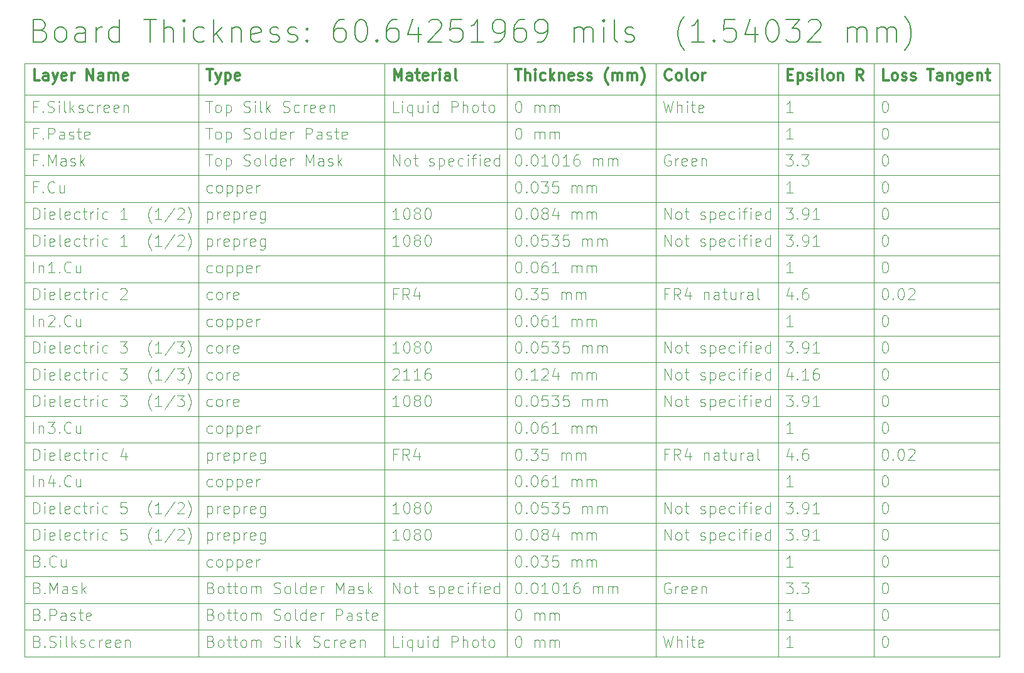
<source format=gbr>
G04 #@! TF.GenerationSoftware,KiCad,Pcbnew,8.0.6-unknown-202411051418~a3eff548b7~ubuntu20.04.1*
G04 #@! TF.CreationDate,2024-11-07T21:25:44-05:00*
G04 #@! TF.ProjectId,ARX,4152582e-6b69-4636-9164-5f7063625858,Revision I*
G04 #@! TF.SameCoordinates,Original*
G04 #@! TF.FileFunction,OtherDrawing,Comment*
%FSLAX46Y46*%
G04 Gerber Fmt 4.6, Leading zero omitted, Abs format (unit mm)*
G04 Created by KiCad (PCBNEW 8.0.6-unknown-202411051418~a3eff548b7~ubuntu20.04.1) date 2024-11-07 21:25:44*
%MOMM*%
%LPD*%
G01*
G04 APERTURE LIST*
%ADD10C,0.100000*%
%ADD11C,0.300000*%
%ADD12C,0.150000*%
G04 APERTURE END LIST*
D10*
X161876148Y-533384915D02*
X293247578Y-533384915D01*
X161876148Y-565838915D02*
X293247578Y-565838915D01*
X226876146Y-493016915D02*
X226876146Y-573050915D01*
X161876148Y-547808915D02*
X293247578Y-547808915D01*
X276290434Y-493016915D02*
X276290434Y-573050915D01*
X263404719Y-493016915D02*
X263404719Y-573050915D01*
X161876148Y-522566915D02*
X293247578Y-522566915D01*
X185304717Y-493016915D02*
X185304717Y-573050915D01*
X161876148Y-518960915D02*
X293247578Y-518960915D01*
X161876148Y-573050915D02*
X293247578Y-573050915D01*
X161876148Y-493016915D02*
X161876148Y-573050915D01*
X161876148Y-536990915D02*
X293247578Y-536990915D01*
X161876148Y-504536915D02*
X293247578Y-504536915D01*
X161876148Y-558626915D02*
X293247578Y-558626915D01*
X161876148Y-500930915D02*
X293247578Y-500930915D01*
X161876148Y-526172915D02*
X293247578Y-526172915D01*
X161876148Y-515354915D02*
X293247578Y-515354915D01*
X161876148Y-511748915D02*
X293247578Y-511748915D01*
X161876148Y-540596915D02*
X293247578Y-540596915D01*
X210376145Y-493016915D02*
X210376145Y-573050915D01*
X161876148Y-555020915D02*
X293247578Y-555020915D01*
X161876148Y-493016915D02*
X293247578Y-493016915D01*
X161876148Y-497324915D02*
X293247578Y-497324915D01*
X246904718Y-493016915D02*
X246904718Y-573050915D01*
X161876148Y-529778915D02*
X293247578Y-529778915D01*
X293247578Y-493016915D02*
X293247578Y-573050915D01*
X161876148Y-562232915D02*
X293247578Y-562232915D01*
X161876148Y-508142915D02*
X293247578Y-508142915D01*
X161876148Y-544202915D02*
X293247578Y-544202915D01*
X161876148Y-569444915D02*
X293247578Y-569444915D01*
X161876148Y-551414915D02*
X293247578Y-551414915D01*
X265363365Y-542913143D02*
X264506222Y-542913143D01*
X264934793Y-542913143D02*
X264934793Y-541413143D01*
X264934793Y-541413143D02*
X264791936Y-541627429D01*
X264791936Y-541627429D02*
X264649079Y-541770286D01*
X264649079Y-541770286D02*
X264506222Y-541841715D01*
X277749080Y-526989143D02*
X277891937Y-526989143D01*
X277891937Y-526989143D02*
X278034794Y-527060572D01*
X278034794Y-527060572D02*
X278106223Y-527132000D01*
X278106223Y-527132000D02*
X278177651Y-527274857D01*
X278177651Y-527274857D02*
X278249080Y-527560572D01*
X278249080Y-527560572D02*
X278249080Y-527917715D01*
X278249080Y-527917715D02*
X278177651Y-528203429D01*
X278177651Y-528203429D02*
X278106223Y-528346286D01*
X278106223Y-528346286D02*
X278034794Y-528417715D01*
X278034794Y-528417715D02*
X277891937Y-528489143D01*
X277891937Y-528489143D02*
X277749080Y-528489143D01*
X277749080Y-528489143D02*
X277606223Y-528417715D01*
X277606223Y-528417715D02*
X277534794Y-528346286D01*
X277534794Y-528346286D02*
X277463365Y-528203429D01*
X277463365Y-528203429D02*
X277391937Y-527917715D01*
X277391937Y-527917715D02*
X277391937Y-527560572D01*
X277391937Y-527560572D02*
X277463365Y-527274857D01*
X277463365Y-527274857D02*
X277534794Y-527132000D01*
X277534794Y-527132000D02*
X277606223Y-527060572D01*
X277606223Y-527060572D02*
X277749080Y-526989143D01*
X248077649Y-514065143D02*
X248077649Y-512565143D01*
X248077649Y-512565143D02*
X248934792Y-514065143D01*
X248934792Y-514065143D02*
X248934792Y-512565143D01*
X249863364Y-514065143D02*
X249720507Y-513993715D01*
X249720507Y-513993715D02*
X249649078Y-513922286D01*
X249649078Y-513922286D02*
X249577650Y-513779429D01*
X249577650Y-513779429D02*
X249577650Y-513350857D01*
X249577650Y-513350857D02*
X249649078Y-513208000D01*
X249649078Y-513208000D02*
X249720507Y-513136572D01*
X249720507Y-513136572D02*
X249863364Y-513065143D01*
X249863364Y-513065143D02*
X250077650Y-513065143D01*
X250077650Y-513065143D02*
X250220507Y-513136572D01*
X250220507Y-513136572D02*
X250291936Y-513208000D01*
X250291936Y-513208000D02*
X250363364Y-513350857D01*
X250363364Y-513350857D02*
X250363364Y-513779429D01*
X250363364Y-513779429D02*
X250291936Y-513922286D01*
X250291936Y-513922286D02*
X250220507Y-513993715D01*
X250220507Y-513993715D02*
X250077650Y-514065143D01*
X250077650Y-514065143D02*
X249863364Y-514065143D01*
X250791936Y-513065143D02*
X251363364Y-513065143D01*
X251006221Y-512565143D02*
X251006221Y-513850857D01*
X251006221Y-513850857D02*
X251077650Y-513993715D01*
X251077650Y-513993715D02*
X251220507Y-514065143D01*
X251220507Y-514065143D02*
X251363364Y-514065143D01*
X252934793Y-513993715D02*
X253077650Y-514065143D01*
X253077650Y-514065143D02*
X253363364Y-514065143D01*
X253363364Y-514065143D02*
X253506221Y-513993715D01*
X253506221Y-513993715D02*
X253577650Y-513850857D01*
X253577650Y-513850857D02*
X253577650Y-513779429D01*
X253577650Y-513779429D02*
X253506221Y-513636572D01*
X253506221Y-513636572D02*
X253363364Y-513565143D01*
X253363364Y-513565143D02*
X253149079Y-513565143D01*
X253149079Y-513565143D02*
X253006221Y-513493715D01*
X253006221Y-513493715D02*
X252934793Y-513350857D01*
X252934793Y-513350857D02*
X252934793Y-513279429D01*
X252934793Y-513279429D02*
X253006221Y-513136572D01*
X253006221Y-513136572D02*
X253149079Y-513065143D01*
X253149079Y-513065143D02*
X253363364Y-513065143D01*
X253363364Y-513065143D02*
X253506221Y-513136572D01*
X254220507Y-513065143D02*
X254220507Y-514565143D01*
X254220507Y-513136572D02*
X254363365Y-513065143D01*
X254363365Y-513065143D02*
X254649079Y-513065143D01*
X254649079Y-513065143D02*
X254791936Y-513136572D01*
X254791936Y-513136572D02*
X254863365Y-513208000D01*
X254863365Y-513208000D02*
X254934793Y-513350857D01*
X254934793Y-513350857D02*
X254934793Y-513779429D01*
X254934793Y-513779429D02*
X254863365Y-513922286D01*
X254863365Y-513922286D02*
X254791936Y-513993715D01*
X254791936Y-513993715D02*
X254649079Y-514065143D01*
X254649079Y-514065143D02*
X254363365Y-514065143D01*
X254363365Y-514065143D02*
X254220507Y-513993715D01*
X256149079Y-513993715D02*
X256006222Y-514065143D01*
X256006222Y-514065143D02*
X255720508Y-514065143D01*
X255720508Y-514065143D02*
X255577650Y-513993715D01*
X255577650Y-513993715D02*
X255506222Y-513850857D01*
X255506222Y-513850857D02*
X255506222Y-513279429D01*
X255506222Y-513279429D02*
X255577650Y-513136572D01*
X255577650Y-513136572D02*
X255720508Y-513065143D01*
X255720508Y-513065143D02*
X256006222Y-513065143D01*
X256006222Y-513065143D02*
X256149079Y-513136572D01*
X256149079Y-513136572D02*
X256220508Y-513279429D01*
X256220508Y-513279429D02*
X256220508Y-513422286D01*
X256220508Y-513422286D02*
X255506222Y-513565143D01*
X257506222Y-513993715D02*
X257363364Y-514065143D01*
X257363364Y-514065143D02*
X257077650Y-514065143D01*
X257077650Y-514065143D02*
X256934793Y-513993715D01*
X256934793Y-513993715D02*
X256863364Y-513922286D01*
X256863364Y-513922286D02*
X256791936Y-513779429D01*
X256791936Y-513779429D02*
X256791936Y-513350857D01*
X256791936Y-513350857D02*
X256863364Y-513208000D01*
X256863364Y-513208000D02*
X256934793Y-513136572D01*
X256934793Y-513136572D02*
X257077650Y-513065143D01*
X257077650Y-513065143D02*
X257363364Y-513065143D01*
X257363364Y-513065143D02*
X257506222Y-513136572D01*
X258149078Y-514065143D02*
X258149078Y-513065143D01*
X258149078Y-512565143D02*
X258077650Y-512636572D01*
X258077650Y-512636572D02*
X258149078Y-512708000D01*
X258149078Y-512708000D02*
X258220507Y-512636572D01*
X258220507Y-512636572D02*
X258149078Y-512565143D01*
X258149078Y-512565143D02*
X258149078Y-512708000D01*
X258649079Y-513065143D02*
X259220507Y-513065143D01*
X258863364Y-514065143D02*
X258863364Y-512779429D01*
X258863364Y-512779429D02*
X258934793Y-512636572D01*
X258934793Y-512636572D02*
X259077650Y-512565143D01*
X259077650Y-512565143D02*
X259220507Y-512565143D01*
X259720507Y-514065143D02*
X259720507Y-513065143D01*
X259720507Y-512565143D02*
X259649079Y-512636572D01*
X259649079Y-512636572D02*
X259720507Y-512708000D01*
X259720507Y-512708000D02*
X259791936Y-512636572D01*
X259791936Y-512636572D02*
X259720507Y-512565143D01*
X259720507Y-512565143D02*
X259720507Y-512708000D01*
X261006222Y-513993715D02*
X260863365Y-514065143D01*
X260863365Y-514065143D02*
X260577651Y-514065143D01*
X260577651Y-514065143D02*
X260434793Y-513993715D01*
X260434793Y-513993715D02*
X260363365Y-513850857D01*
X260363365Y-513850857D02*
X260363365Y-513279429D01*
X260363365Y-513279429D02*
X260434793Y-513136572D01*
X260434793Y-513136572D02*
X260577651Y-513065143D01*
X260577651Y-513065143D02*
X260863365Y-513065143D01*
X260863365Y-513065143D02*
X261006222Y-513136572D01*
X261006222Y-513136572D02*
X261077651Y-513279429D01*
X261077651Y-513279429D02*
X261077651Y-513422286D01*
X261077651Y-513422286D02*
X260363365Y-513565143D01*
X262363365Y-514065143D02*
X262363365Y-512565143D01*
X262363365Y-513993715D02*
X262220507Y-514065143D01*
X262220507Y-514065143D02*
X261934793Y-514065143D01*
X261934793Y-514065143D02*
X261791936Y-513993715D01*
X261791936Y-513993715D02*
X261720507Y-513922286D01*
X261720507Y-513922286D02*
X261649079Y-513779429D01*
X261649079Y-513779429D02*
X261649079Y-513350857D01*
X261649079Y-513350857D02*
X261720507Y-513208000D01*
X261720507Y-513208000D02*
X261791936Y-513136572D01*
X261791936Y-513136572D02*
X261934793Y-513065143D01*
X261934793Y-513065143D02*
X262220507Y-513065143D01*
X262220507Y-513065143D02*
X262363365Y-513136572D01*
X228334792Y-526989143D02*
X228477649Y-526989143D01*
X228477649Y-526989143D02*
X228620506Y-527060572D01*
X228620506Y-527060572D02*
X228691935Y-527132000D01*
X228691935Y-527132000D02*
X228763363Y-527274857D01*
X228763363Y-527274857D02*
X228834792Y-527560572D01*
X228834792Y-527560572D02*
X228834792Y-527917715D01*
X228834792Y-527917715D02*
X228763363Y-528203429D01*
X228763363Y-528203429D02*
X228691935Y-528346286D01*
X228691935Y-528346286D02*
X228620506Y-528417715D01*
X228620506Y-528417715D02*
X228477649Y-528489143D01*
X228477649Y-528489143D02*
X228334792Y-528489143D01*
X228334792Y-528489143D02*
X228191935Y-528417715D01*
X228191935Y-528417715D02*
X228120506Y-528346286D01*
X228120506Y-528346286D02*
X228049077Y-528203429D01*
X228049077Y-528203429D02*
X227977649Y-527917715D01*
X227977649Y-527917715D02*
X227977649Y-527560572D01*
X227977649Y-527560572D02*
X228049077Y-527274857D01*
X228049077Y-527274857D02*
X228120506Y-527132000D01*
X228120506Y-527132000D02*
X228191935Y-527060572D01*
X228191935Y-527060572D02*
X228334792Y-526989143D01*
X229477648Y-528346286D02*
X229549077Y-528417715D01*
X229549077Y-528417715D02*
X229477648Y-528489143D01*
X229477648Y-528489143D02*
X229406220Y-528417715D01*
X229406220Y-528417715D02*
X229477648Y-528346286D01*
X229477648Y-528346286D02*
X229477648Y-528489143D01*
X230477649Y-526989143D02*
X230620506Y-526989143D01*
X230620506Y-526989143D02*
X230763363Y-527060572D01*
X230763363Y-527060572D02*
X230834792Y-527132000D01*
X230834792Y-527132000D02*
X230906220Y-527274857D01*
X230906220Y-527274857D02*
X230977649Y-527560572D01*
X230977649Y-527560572D02*
X230977649Y-527917715D01*
X230977649Y-527917715D02*
X230906220Y-528203429D01*
X230906220Y-528203429D02*
X230834792Y-528346286D01*
X230834792Y-528346286D02*
X230763363Y-528417715D01*
X230763363Y-528417715D02*
X230620506Y-528489143D01*
X230620506Y-528489143D02*
X230477649Y-528489143D01*
X230477649Y-528489143D02*
X230334792Y-528417715D01*
X230334792Y-528417715D02*
X230263363Y-528346286D01*
X230263363Y-528346286D02*
X230191934Y-528203429D01*
X230191934Y-528203429D02*
X230120506Y-527917715D01*
X230120506Y-527917715D02*
X230120506Y-527560572D01*
X230120506Y-527560572D02*
X230191934Y-527274857D01*
X230191934Y-527274857D02*
X230263363Y-527132000D01*
X230263363Y-527132000D02*
X230334792Y-527060572D01*
X230334792Y-527060572D02*
X230477649Y-526989143D01*
X232263363Y-526989143D02*
X231977648Y-526989143D01*
X231977648Y-526989143D02*
X231834791Y-527060572D01*
X231834791Y-527060572D02*
X231763363Y-527132000D01*
X231763363Y-527132000D02*
X231620505Y-527346286D01*
X231620505Y-527346286D02*
X231549077Y-527632000D01*
X231549077Y-527632000D02*
X231549077Y-528203429D01*
X231549077Y-528203429D02*
X231620505Y-528346286D01*
X231620505Y-528346286D02*
X231691934Y-528417715D01*
X231691934Y-528417715D02*
X231834791Y-528489143D01*
X231834791Y-528489143D02*
X232120505Y-528489143D01*
X232120505Y-528489143D02*
X232263363Y-528417715D01*
X232263363Y-528417715D02*
X232334791Y-528346286D01*
X232334791Y-528346286D02*
X232406220Y-528203429D01*
X232406220Y-528203429D02*
X232406220Y-527846286D01*
X232406220Y-527846286D02*
X232334791Y-527703429D01*
X232334791Y-527703429D02*
X232263363Y-527632000D01*
X232263363Y-527632000D02*
X232120505Y-527560572D01*
X232120505Y-527560572D02*
X231834791Y-527560572D01*
X231834791Y-527560572D02*
X231691934Y-527632000D01*
X231691934Y-527632000D02*
X231620505Y-527703429D01*
X231620505Y-527703429D02*
X231549077Y-527846286D01*
X233834791Y-528489143D02*
X232977648Y-528489143D01*
X233406219Y-528489143D02*
X233406219Y-526989143D01*
X233406219Y-526989143D02*
X233263362Y-527203429D01*
X233263362Y-527203429D02*
X233120505Y-527346286D01*
X233120505Y-527346286D02*
X232977648Y-527417715D01*
X235620504Y-528489143D02*
X235620504Y-527489143D01*
X235620504Y-527632000D02*
X235691933Y-527560572D01*
X235691933Y-527560572D02*
X235834790Y-527489143D01*
X235834790Y-527489143D02*
X236049076Y-527489143D01*
X236049076Y-527489143D02*
X236191933Y-527560572D01*
X236191933Y-527560572D02*
X236263362Y-527703429D01*
X236263362Y-527703429D02*
X236263362Y-528489143D01*
X236263362Y-527703429D02*
X236334790Y-527560572D01*
X236334790Y-527560572D02*
X236477647Y-527489143D01*
X236477647Y-527489143D02*
X236691933Y-527489143D01*
X236691933Y-527489143D02*
X236834790Y-527560572D01*
X236834790Y-527560572D02*
X236906219Y-527703429D01*
X236906219Y-527703429D02*
X236906219Y-528489143D01*
X237620504Y-528489143D02*
X237620504Y-527489143D01*
X237620504Y-527632000D02*
X237691933Y-527560572D01*
X237691933Y-527560572D02*
X237834790Y-527489143D01*
X237834790Y-527489143D02*
X238049076Y-527489143D01*
X238049076Y-527489143D02*
X238191933Y-527560572D01*
X238191933Y-527560572D02*
X238263362Y-527703429D01*
X238263362Y-527703429D02*
X238263362Y-528489143D01*
X238263362Y-527703429D02*
X238334790Y-527560572D01*
X238334790Y-527560572D02*
X238477647Y-527489143D01*
X238477647Y-527489143D02*
X238691933Y-527489143D01*
X238691933Y-527489143D02*
X238834790Y-527560572D01*
X238834790Y-527560572D02*
X238906219Y-527703429D01*
X238906219Y-527703429D02*
X238906219Y-528489143D01*
X228334792Y-566655143D02*
X228477649Y-566655143D01*
X228477649Y-566655143D02*
X228620506Y-566726572D01*
X228620506Y-566726572D02*
X228691935Y-566798000D01*
X228691935Y-566798000D02*
X228763363Y-566940857D01*
X228763363Y-566940857D02*
X228834792Y-567226572D01*
X228834792Y-567226572D02*
X228834792Y-567583715D01*
X228834792Y-567583715D02*
X228763363Y-567869429D01*
X228763363Y-567869429D02*
X228691935Y-568012286D01*
X228691935Y-568012286D02*
X228620506Y-568083715D01*
X228620506Y-568083715D02*
X228477649Y-568155143D01*
X228477649Y-568155143D02*
X228334792Y-568155143D01*
X228334792Y-568155143D02*
X228191935Y-568083715D01*
X228191935Y-568083715D02*
X228120506Y-568012286D01*
X228120506Y-568012286D02*
X228049077Y-567869429D01*
X228049077Y-567869429D02*
X227977649Y-567583715D01*
X227977649Y-567583715D02*
X227977649Y-567226572D01*
X227977649Y-567226572D02*
X228049077Y-566940857D01*
X228049077Y-566940857D02*
X228120506Y-566798000D01*
X228120506Y-566798000D02*
X228191935Y-566726572D01*
X228191935Y-566726572D02*
X228334792Y-566655143D01*
X230620505Y-568155143D02*
X230620505Y-567155143D01*
X230620505Y-567298000D02*
X230691934Y-567226572D01*
X230691934Y-567226572D02*
X230834791Y-567155143D01*
X230834791Y-567155143D02*
X231049077Y-567155143D01*
X231049077Y-567155143D02*
X231191934Y-567226572D01*
X231191934Y-567226572D02*
X231263363Y-567369429D01*
X231263363Y-567369429D02*
X231263363Y-568155143D01*
X231263363Y-567369429D02*
X231334791Y-567226572D01*
X231334791Y-567226572D02*
X231477648Y-567155143D01*
X231477648Y-567155143D02*
X231691934Y-567155143D01*
X231691934Y-567155143D02*
X231834791Y-567226572D01*
X231834791Y-567226572D02*
X231906220Y-567369429D01*
X231906220Y-567369429D02*
X231906220Y-568155143D01*
X232620505Y-568155143D02*
X232620505Y-567155143D01*
X232620505Y-567298000D02*
X232691934Y-567226572D01*
X232691934Y-567226572D02*
X232834791Y-567155143D01*
X232834791Y-567155143D02*
X233049077Y-567155143D01*
X233049077Y-567155143D02*
X233191934Y-567226572D01*
X233191934Y-567226572D02*
X233263363Y-567369429D01*
X233263363Y-567369429D02*
X233263363Y-568155143D01*
X233263363Y-567369429D02*
X233334791Y-567226572D01*
X233334791Y-567226572D02*
X233477648Y-567155143D01*
X233477648Y-567155143D02*
X233691934Y-567155143D01*
X233691934Y-567155143D02*
X233834791Y-567226572D01*
X233834791Y-567226572D02*
X233906220Y-567369429D01*
X233906220Y-567369429D02*
X233906220Y-568155143D01*
X228334792Y-541413143D02*
X228477649Y-541413143D01*
X228477649Y-541413143D02*
X228620506Y-541484572D01*
X228620506Y-541484572D02*
X228691935Y-541556000D01*
X228691935Y-541556000D02*
X228763363Y-541698857D01*
X228763363Y-541698857D02*
X228834792Y-541984572D01*
X228834792Y-541984572D02*
X228834792Y-542341715D01*
X228834792Y-542341715D02*
X228763363Y-542627429D01*
X228763363Y-542627429D02*
X228691935Y-542770286D01*
X228691935Y-542770286D02*
X228620506Y-542841715D01*
X228620506Y-542841715D02*
X228477649Y-542913143D01*
X228477649Y-542913143D02*
X228334792Y-542913143D01*
X228334792Y-542913143D02*
X228191935Y-542841715D01*
X228191935Y-542841715D02*
X228120506Y-542770286D01*
X228120506Y-542770286D02*
X228049077Y-542627429D01*
X228049077Y-542627429D02*
X227977649Y-542341715D01*
X227977649Y-542341715D02*
X227977649Y-541984572D01*
X227977649Y-541984572D02*
X228049077Y-541698857D01*
X228049077Y-541698857D02*
X228120506Y-541556000D01*
X228120506Y-541556000D02*
X228191935Y-541484572D01*
X228191935Y-541484572D02*
X228334792Y-541413143D01*
X229477648Y-542770286D02*
X229549077Y-542841715D01*
X229549077Y-542841715D02*
X229477648Y-542913143D01*
X229477648Y-542913143D02*
X229406220Y-542841715D01*
X229406220Y-542841715D02*
X229477648Y-542770286D01*
X229477648Y-542770286D02*
X229477648Y-542913143D01*
X230477649Y-541413143D02*
X230620506Y-541413143D01*
X230620506Y-541413143D02*
X230763363Y-541484572D01*
X230763363Y-541484572D02*
X230834792Y-541556000D01*
X230834792Y-541556000D02*
X230906220Y-541698857D01*
X230906220Y-541698857D02*
X230977649Y-541984572D01*
X230977649Y-541984572D02*
X230977649Y-542341715D01*
X230977649Y-542341715D02*
X230906220Y-542627429D01*
X230906220Y-542627429D02*
X230834792Y-542770286D01*
X230834792Y-542770286D02*
X230763363Y-542841715D01*
X230763363Y-542841715D02*
X230620506Y-542913143D01*
X230620506Y-542913143D02*
X230477649Y-542913143D01*
X230477649Y-542913143D02*
X230334792Y-542841715D01*
X230334792Y-542841715D02*
X230263363Y-542770286D01*
X230263363Y-542770286D02*
X230191934Y-542627429D01*
X230191934Y-542627429D02*
X230120506Y-542341715D01*
X230120506Y-542341715D02*
X230120506Y-541984572D01*
X230120506Y-541984572D02*
X230191934Y-541698857D01*
X230191934Y-541698857D02*
X230263363Y-541556000D01*
X230263363Y-541556000D02*
X230334792Y-541484572D01*
X230334792Y-541484572D02*
X230477649Y-541413143D01*
X232263363Y-541413143D02*
X231977648Y-541413143D01*
X231977648Y-541413143D02*
X231834791Y-541484572D01*
X231834791Y-541484572D02*
X231763363Y-541556000D01*
X231763363Y-541556000D02*
X231620505Y-541770286D01*
X231620505Y-541770286D02*
X231549077Y-542056000D01*
X231549077Y-542056000D02*
X231549077Y-542627429D01*
X231549077Y-542627429D02*
X231620505Y-542770286D01*
X231620505Y-542770286D02*
X231691934Y-542841715D01*
X231691934Y-542841715D02*
X231834791Y-542913143D01*
X231834791Y-542913143D02*
X232120505Y-542913143D01*
X232120505Y-542913143D02*
X232263363Y-542841715D01*
X232263363Y-542841715D02*
X232334791Y-542770286D01*
X232334791Y-542770286D02*
X232406220Y-542627429D01*
X232406220Y-542627429D02*
X232406220Y-542270286D01*
X232406220Y-542270286D02*
X232334791Y-542127429D01*
X232334791Y-542127429D02*
X232263363Y-542056000D01*
X232263363Y-542056000D02*
X232120505Y-541984572D01*
X232120505Y-541984572D02*
X231834791Y-541984572D01*
X231834791Y-541984572D02*
X231691934Y-542056000D01*
X231691934Y-542056000D02*
X231620505Y-542127429D01*
X231620505Y-542127429D02*
X231549077Y-542270286D01*
X233834791Y-542913143D02*
X232977648Y-542913143D01*
X233406219Y-542913143D02*
X233406219Y-541413143D01*
X233406219Y-541413143D02*
X233263362Y-541627429D01*
X233263362Y-541627429D02*
X233120505Y-541770286D01*
X233120505Y-541770286D02*
X232977648Y-541841715D01*
X235620504Y-542913143D02*
X235620504Y-541913143D01*
X235620504Y-542056000D02*
X235691933Y-541984572D01*
X235691933Y-541984572D02*
X235834790Y-541913143D01*
X235834790Y-541913143D02*
X236049076Y-541913143D01*
X236049076Y-541913143D02*
X236191933Y-541984572D01*
X236191933Y-541984572D02*
X236263362Y-542127429D01*
X236263362Y-542127429D02*
X236263362Y-542913143D01*
X236263362Y-542127429D02*
X236334790Y-541984572D01*
X236334790Y-541984572D02*
X236477647Y-541913143D01*
X236477647Y-541913143D02*
X236691933Y-541913143D01*
X236691933Y-541913143D02*
X236834790Y-541984572D01*
X236834790Y-541984572D02*
X236906219Y-542127429D01*
X236906219Y-542127429D02*
X236906219Y-542913143D01*
X237620504Y-542913143D02*
X237620504Y-541913143D01*
X237620504Y-542056000D02*
X237691933Y-541984572D01*
X237691933Y-541984572D02*
X237834790Y-541913143D01*
X237834790Y-541913143D02*
X238049076Y-541913143D01*
X238049076Y-541913143D02*
X238191933Y-541984572D01*
X238191933Y-541984572D02*
X238263362Y-542127429D01*
X238263362Y-542127429D02*
X238263362Y-542913143D01*
X238263362Y-542127429D02*
X238334790Y-541984572D01*
X238334790Y-541984572D02*
X238477647Y-541913143D01*
X238477647Y-541913143D02*
X238691933Y-541913143D01*
X238691933Y-541913143D02*
X238834790Y-541984572D01*
X238834790Y-541984572D02*
X238906219Y-542127429D01*
X238906219Y-542127429D02*
X238906219Y-542913143D01*
X228334792Y-501747143D02*
X228477649Y-501747143D01*
X228477649Y-501747143D02*
X228620506Y-501818572D01*
X228620506Y-501818572D02*
X228691935Y-501890000D01*
X228691935Y-501890000D02*
X228763363Y-502032857D01*
X228763363Y-502032857D02*
X228834792Y-502318572D01*
X228834792Y-502318572D02*
X228834792Y-502675715D01*
X228834792Y-502675715D02*
X228763363Y-502961429D01*
X228763363Y-502961429D02*
X228691935Y-503104286D01*
X228691935Y-503104286D02*
X228620506Y-503175715D01*
X228620506Y-503175715D02*
X228477649Y-503247143D01*
X228477649Y-503247143D02*
X228334792Y-503247143D01*
X228334792Y-503247143D02*
X228191935Y-503175715D01*
X228191935Y-503175715D02*
X228120506Y-503104286D01*
X228120506Y-503104286D02*
X228049077Y-502961429D01*
X228049077Y-502961429D02*
X227977649Y-502675715D01*
X227977649Y-502675715D02*
X227977649Y-502318572D01*
X227977649Y-502318572D02*
X228049077Y-502032857D01*
X228049077Y-502032857D02*
X228120506Y-501890000D01*
X228120506Y-501890000D02*
X228191935Y-501818572D01*
X228191935Y-501818572D02*
X228334792Y-501747143D01*
X230620505Y-503247143D02*
X230620505Y-502247143D01*
X230620505Y-502390000D02*
X230691934Y-502318572D01*
X230691934Y-502318572D02*
X230834791Y-502247143D01*
X230834791Y-502247143D02*
X231049077Y-502247143D01*
X231049077Y-502247143D02*
X231191934Y-502318572D01*
X231191934Y-502318572D02*
X231263363Y-502461429D01*
X231263363Y-502461429D02*
X231263363Y-503247143D01*
X231263363Y-502461429D02*
X231334791Y-502318572D01*
X231334791Y-502318572D02*
X231477648Y-502247143D01*
X231477648Y-502247143D02*
X231691934Y-502247143D01*
X231691934Y-502247143D02*
X231834791Y-502318572D01*
X231834791Y-502318572D02*
X231906220Y-502461429D01*
X231906220Y-502461429D02*
X231906220Y-503247143D01*
X232620505Y-503247143D02*
X232620505Y-502247143D01*
X232620505Y-502390000D02*
X232691934Y-502318572D01*
X232691934Y-502318572D02*
X232834791Y-502247143D01*
X232834791Y-502247143D02*
X233049077Y-502247143D01*
X233049077Y-502247143D02*
X233191934Y-502318572D01*
X233191934Y-502318572D02*
X233263363Y-502461429D01*
X233263363Y-502461429D02*
X233263363Y-503247143D01*
X233263363Y-502461429D02*
X233334791Y-502318572D01*
X233334791Y-502318572D02*
X233477648Y-502247143D01*
X233477648Y-502247143D02*
X233691934Y-502247143D01*
X233691934Y-502247143D02*
X233834791Y-502318572D01*
X233834791Y-502318572D02*
X233906220Y-502461429D01*
X233906220Y-502461429D02*
X233906220Y-503247143D01*
X186477648Y-556337143D02*
X186477648Y-557837143D01*
X186477648Y-556408572D02*
X186620506Y-556337143D01*
X186620506Y-556337143D02*
X186906220Y-556337143D01*
X186906220Y-556337143D02*
X187049077Y-556408572D01*
X187049077Y-556408572D02*
X187120506Y-556480000D01*
X187120506Y-556480000D02*
X187191934Y-556622857D01*
X187191934Y-556622857D02*
X187191934Y-557051429D01*
X187191934Y-557051429D02*
X187120506Y-557194286D01*
X187120506Y-557194286D02*
X187049077Y-557265715D01*
X187049077Y-557265715D02*
X186906220Y-557337143D01*
X186906220Y-557337143D02*
X186620506Y-557337143D01*
X186620506Y-557337143D02*
X186477648Y-557265715D01*
X187834791Y-557337143D02*
X187834791Y-556337143D01*
X187834791Y-556622857D02*
X187906220Y-556480000D01*
X187906220Y-556480000D02*
X187977649Y-556408572D01*
X187977649Y-556408572D02*
X188120506Y-556337143D01*
X188120506Y-556337143D02*
X188263363Y-556337143D01*
X189334791Y-557265715D02*
X189191934Y-557337143D01*
X189191934Y-557337143D02*
X188906220Y-557337143D01*
X188906220Y-557337143D02*
X188763362Y-557265715D01*
X188763362Y-557265715D02*
X188691934Y-557122857D01*
X188691934Y-557122857D02*
X188691934Y-556551429D01*
X188691934Y-556551429D02*
X188763362Y-556408572D01*
X188763362Y-556408572D02*
X188906220Y-556337143D01*
X188906220Y-556337143D02*
X189191934Y-556337143D01*
X189191934Y-556337143D02*
X189334791Y-556408572D01*
X189334791Y-556408572D02*
X189406220Y-556551429D01*
X189406220Y-556551429D02*
X189406220Y-556694286D01*
X189406220Y-556694286D02*
X188691934Y-556837143D01*
X190049076Y-556337143D02*
X190049076Y-557837143D01*
X190049076Y-556408572D02*
X190191934Y-556337143D01*
X190191934Y-556337143D02*
X190477648Y-556337143D01*
X190477648Y-556337143D02*
X190620505Y-556408572D01*
X190620505Y-556408572D02*
X190691934Y-556480000D01*
X190691934Y-556480000D02*
X190763362Y-556622857D01*
X190763362Y-556622857D02*
X190763362Y-557051429D01*
X190763362Y-557051429D02*
X190691934Y-557194286D01*
X190691934Y-557194286D02*
X190620505Y-557265715D01*
X190620505Y-557265715D02*
X190477648Y-557337143D01*
X190477648Y-557337143D02*
X190191934Y-557337143D01*
X190191934Y-557337143D02*
X190049076Y-557265715D01*
X191406219Y-557337143D02*
X191406219Y-556337143D01*
X191406219Y-556622857D02*
X191477648Y-556480000D01*
X191477648Y-556480000D02*
X191549077Y-556408572D01*
X191549077Y-556408572D02*
X191691934Y-556337143D01*
X191691934Y-556337143D02*
X191834791Y-556337143D01*
X192906219Y-557265715D02*
X192763362Y-557337143D01*
X192763362Y-557337143D02*
X192477648Y-557337143D01*
X192477648Y-557337143D02*
X192334790Y-557265715D01*
X192334790Y-557265715D02*
X192263362Y-557122857D01*
X192263362Y-557122857D02*
X192263362Y-556551429D01*
X192263362Y-556551429D02*
X192334790Y-556408572D01*
X192334790Y-556408572D02*
X192477648Y-556337143D01*
X192477648Y-556337143D02*
X192763362Y-556337143D01*
X192763362Y-556337143D02*
X192906219Y-556408572D01*
X192906219Y-556408572D02*
X192977648Y-556551429D01*
X192977648Y-556551429D02*
X192977648Y-556694286D01*
X192977648Y-556694286D02*
X192263362Y-556837143D01*
X194263362Y-556337143D02*
X194263362Y-557551429D01*
X194263362Y-557551429D02*
X194191933Y-557694286D01*
X194191933Y-557694286D02*
X194120504Y-557765715D01*
X194120504Y-557765715D02*
X193977647Y-557837143D01*
X193977647Y-557837143D02*
X193763362Y-557837143D01*
X193763362Y-557837143D02*
X193620504Y-557765715D01*
X194263362Y-557265715D02*
X194120504Y-557337143D01*
X194120504Y-557337143D02*
X193834790Y-557337143D01*
X193834790Y-557337143D02*
X193691933Y-557265715D01*
X193691933Y-557265715D02*
X193620504Y-557194286D01*
X193620504Y-557194286D02*
X193549076Y-557051429D01*
X193549076Y-557051429D02*
X193549076Y-556622857D01*
X193549076Y-556622857D02*
X193620504Y-556480000D01*
X193620504Y-556480000D02*
X193691933Y-556408572D01*
X193691933Y-556408572D02*
X193834790Y-556337143D01*
X193834790Y-556337143D02*
X194120504Y-556337143D01*
X194120504Y-556337143D02*
X194263362Y-556408572D01*
X187120506Y-528417715D02*
X186977648Y-528489143D01*
X186977648Y-528489143D02*
X186691934Y-528489143D01*
X186691934Y-528489143D02*
X186549077Y-528417715D01*
X186549077Y-528417715D02*
X186477648Y-528346286D01*
X186477648Y-528346286D02*
X186406220Y-528203429D01*
X186406220Y-528203429D02*
X186406220Y-527774857D01*
X186406220Y-527774857D02*
X186477648Y-527632000D01*
X186477648Y-527632000D02*
X186549077Y-527560572D01*
X186549077Y-527560572D02*
X186691934Y-527489143D01*
X186691934Y-527489143D02*
X186977648Y-527489143D01*
X186977648Y-527489143D02*
X187120506Y-527560572D01*
X187977648Y-528489143D02*
X187834791Y-528417715D01*
X187834791Y-528417715D02*
X187763362Y-528346286D01*
X187763362Y-528346286D02*
X187691934Y-528203429D01*
X187691934Y-528203429D02*
X187691934Y-527774857D01*
X187691934Y-527774857D02*
X187763362Y-527632000D01*
X187763362Y-527632000D02*
X187834791Y-527560572D01*
X187834791Y-527560572D02*
X187977648Y-527489143D01*
X187977648Y-527489143D02*
X188191934Y-527489143D01*
X188191934Y-527489143D02*
X188334791Y-527560572D01*
X188334791Y-527560572D02*
X188406220Y-527632000D01*
X188406220Y-527632000D02*
X188477648Y-527774857D01*
X188477648Y-527774857D02*
X188477648Y-528203429D01*
X188477648Y-528203429D02*
X188406220Y-528346286D01*
X188406220Y-528346286D02*
X188334791Y-528417715D01*
X188334791Y-528417715D02*
X188191934Y-528489143D01*
X188191934Y-528489143D02*
X187977648Y-528489143D01*
X189120505Y-527489143D02*
X189120505Y-528989143D01*
X189120505Y-527560572D02*
X189263363Y-527489143D01*
X189263363Y-527489143D02*
X189549077Y-527489143D01*
X189549077Y-527489143D02*
X189691934Y-527560572D01*
X189691934Y-527560572D02*
X189763363Y-527632000D01*
X189763363Y-527632000D02*
X189834791Y-527774857D01*
X189834791Y-527774857D02*
X189834791Y-528203429D01*
X189834791Y-528203429D02*
X189763363Y-528346286D01*
X189763363Y-528346286D02*
X189691934Y-528417715D01*
X189691934Y-528417715D02*
X189549077Y-528489143D01*
X189549077Y-528489143D02*
X189263363Y-528489143D01*
X189263363Y-528489143D02*
X189120505Y-528417715D01*
X190477648Y-527489143D02*
X190477648Y-528989143D01*
X190477648Y-527560572D02*
X190620506Y-527489143D01*
X190620506Y-527489143D02*
X190906220Y-527489143D01*
X190906220Y-527489143D02*
X191049077Y-527560572D01*
X191049077Y-527560572D02*
X191120506Y-527632000D01*
X191120506Y-527632000D02*
X191191934Y-527774857D01*
X191191934Y-527774857D02*
X191191934Y-528203429D01*
X191191934Y-528203429D02*
X191120506Y-528346286D01*
X191120506Y-528346286D02*
X191049077Y-528417715D01*
X191049077Y-528417715D02*
X190906220Y-528489143D01*
X190906220Y-528489143D02*
X190620506Y-528489143D01*
X190620506Y-528489143D02*
X190477648Y-528417715D01*
X192406220Y-528417715D02*
X192263363Y-528489143D01*
X192263363Y-528489143D02*
X191977649Y-528489143D01*
X191977649Y-528489143D02*
X191834791Y-528417715D01*
X191834791Y-528417715D02*
X191763363Y-528274857D01*
X191763363Y-528274857D02*
X191763363Y-527703429D01*
X191763363Y-527703429D02*
X191834791Y-527560572D01*
X191834791Y-527560572D02*
X191977649Y-527489143D01*
X191977649Y-527489143D02*
X192263363Y-527489143D01*
X192263363Y-527489143D02*
X192406220Y-527560572D01*
X192406220Y-527560572D02*
X192477649Y-527703429D01*
X192477649Y-527703429D02*
X192477649Y-527846286D01*
X192477649Y-527846286D02*
X191763363Y-527989143D01*
X193120505Y-528489143D02*
X193120505Y-527489143D01*
X193120505Y-527774857D02*
X193191934Y-527632000D01*
X193191934Y-527632000D02*
X193263363Y-527560572D01*
X193263363Y-527560572D02*
X193406220Y-527489143D01*
X193406220Y-527489143D02*
X193549077Y-527489143D01*
X265363365Y-528489143D02*
X264506222Y-528489143D01*
X264934793Y-528489143D02*
X264934793Y-526989143D01*
X264934793Y-526989143D02*
X264791936Y-527203429D01*
X264791936Y-527203429D02*
X264649079Y-527346286D01*
X264649079Y-527346286D02*
X264506222Y-527417715D01*
X186477648Y-545519143D02*
X186477648Y-547019143D01*
X186477648Y-545590572D02*
X186620506Y-545519143D01*
X186620506Y-545519143D02*
X186906220Y-545519143D01*
X186906220Y-545519143D02*
X187049077Y-545590572D01*
X187049077Y-545590572D02*
X187120506Y-545662000D01*
X187120506Y-545662000D02*
X187191934Y-545804857D01*
X187191934Y-545804857D02*
X187191934Y-546233429D01*
X187191934Y-546233429D02*
X187120506Y-546376286D01*
X187120506Y-546376286D02*
X187049077Y-546447715D01*
X187049077Y-546447715D02*
X186906220Y-546519143D01*
X186906220Y-546519143D02*
X186620506Y-546519143D01*
X186620506Y-546519143D02*
X186477648Y-546447715D01*
X187834791Y-546519143D02*
X187834791Y-545519143D01*
X187834791Y-545804857D02*
X187906220Y-545662000D01*
X187906220Y-545662000D02*
X187977649Y-545590572D01*
X187977649Y-545590572D02*
X188120506Y-545519143D01*
X188120506Y-545519143D02*
X188263363Y-545519143D01*
X189334791Y-546447715D02*
X189191934Y-546519143D01*
X189191934Y-546519143D02*
X188906220Y-546519143D01*
X188906220Y-546519143D02*
X188763362Y-546447715D01*
X188763362Y-546447715D02*
X188691934Y-546304857D01*
X188691934Y-546304857D02*
X188691934Y-545733429D01*
X188691934Y-545733429D02*
X188763362Y-545590572D01*
X188763362Y-545590572D02*
X188906220Y-545519143D01*
X188906220Y-545519143D02*
X189191934Y-545519143D01*
X189191934Y-545519143D02*
X189334791Y-545590572D01*
X189334791Y-545590572D02*
X189406220Y-545733429D01*
X189406220Y-545733429D02*
X189406220Y-545876286D01*
X189406220Y-545876286D02*
X188691934Y-546019143D01*
X190049076Y-545519143D02*
X190049076Y-547019143D01*
X190049076Y-545590572D02*
X190191934Y-545519143D01*
X190191934Y-545519143D02*
X190477648Y-545519143D01*
X190477648Y-545519143D02*
X190620505Y-545590572D01*
X190620505Y-545590572D02*
X190691934Y-545662000D01*
X190691934Y-545662000D02*
X190763362Y-545804857D01*
X190763362Y-545804857D02*
X190763362Y-546233429D01*
X190763362Y-546233429D02*
X190691934Y-546376286D01*
X190691934Y-546376286D02*
X190620505Y-546447715D01*
X190620505Y-546447715D02*
X190477648Y-546519143D01*
X190477648Y-546519143D02*
X190191934Y-546519143D01*
X190191934Y-546519143D02*
X190049076Y-546447715D01*
X191406219Y-546519143D02*
X191406219Y-545519143D01*
X191406219Y-545804857D02*
X191477648Y-545662000D01*
X191477648Y-545662000D02*
X191549077Y-545590572D01*
X191549077Y-545590572D02*
X191691934Y-545519143D01*
X191691934Y-545519143D02*
X191834791Y-545519143D01*
X192906219Y-546447715D02*
X192763362Y-546519143D01*
X192763362Y-546519143D02*
X192477648Y-546519143D01*
X192477648Y-546519143D02*
X192334790Y-546447715D01*
X192334790Y-546447715D02*
X192263362Y-546304857D01*
X192263362Y-546304857D02*
X192263362Y-545733429D01*
X192263362Y-545733429D02*
X192334790Y-545590572D01*
X192334790Y-545590572D02*
X192477648Y-545519143D01*
X192477648Y-545519143D02*
X192763362Y-545519143D01*
X192763362Y-545519143D02*
X192906219Y-545590572D01*
X192906219Y-545590572D02*
X192977648Y-545733429D01*
X192977648Y-545733429D02*
X192977648Y-545876286D01*
X192977648Y-545876286D02*
X192263362Y-546019143D01*
X194263362Y-545519143D02*
X194263362Y-546733429D01*
X194263362Y-546733429D02*
X194191933Y-546876286D01*
X194191933Y-546876286D02*
X194120504Y-546947715D01*
X194120504Y-546947715D02*
X193977647Y-547019143D01*
X193977647Y-547019143D02*
X193763362Y-547019143D01*
X193763362Y-547019143D02*
X193620504Y-546947715D01*
X194263362Y-546447715D02*
X194120504Y-546519143D01*
X194120504Y-546519143D02*
X193834790Y-546519143D01*
X193834790Y-546519143D02*
X193691933Y-546447715D01*
X193691933Y-546447715D02*
X193620504Y-546376286D01*
X193620504Y-546376286D02*
X193549076Y-546233429D01*
X193549076Y-546233429D02*
X193549076Y-545804857D01*
X193549076Y-545804857D02*
X193620504Y-545662000D01*
X193620504Y-545662000D02*
X193691933Y-545590572D01*
X193691933Y-545590572D02*
X193834790Y-545519143D01*
X193834790Y-545519143D02*
X194120504Y-545519143D01*
X194120504Y-545519143D02*
X194263362Y-545590572D01*
X212334791Y-539307143D02*
X211477648Y-539307143D01*
X211906219Y-539307143D02*
X211906219Y-537807143D01*
X211906219Y-537807143D02*
X211763362Y-538021429D01*
X211763362Y-538021429D02*
X211620505Y-538164286D01*
X211620505Y-538164286D02*
X211477648Y-538235715D01*
X213263362Y-537807143D02*
X213406219Y-537807143D01*
X213406219Y-537807143D02*
X213549076Y-537878572D01*
X213549076Y-537878572D02*
X213620505Y-537950000D01*
X213620505Y-537950000D02*
X213691933Y-538092857D01*
X213691933Y-538092857D02*
X213763362Y-538378572D01*
X213763362Y-538378572D02*
X213763362Y-538735715D01*
X213763362Y-538735715D02*
X213691933Y-539021429D01*
X213691933Y-539021429D02*
X213620505Y-539164286D01*
X213620505Y-539164286D02*
X213549076Y-539235715D01*
X213549076Y-539235715D02*
X213406219Y-539307143D01*
X213406219Y-539307143D02*
X213263362Y-539307143D01*
X213263362Y-539307143D02*
X213120505Y-539235715D01*
X213120505Y-539235715D02*
X213049076Y-539164286D01*
X213049076Y-539164286D02*
X212977647Y-539021429D01*
X212977647Y-539021429D02*
X212906219Y-538735715D01*
X212906219Y-538735715D02*
X212906219Y-538378572D01*
X212906219Y-538378572D02*
X212977647Y-538092857D01*
X212977647Y-538092857D02*
X213049076Y-537950000D01*
X213049076Y-537950000D02*
X213120505Y-537878572D01*
X213120505Y-537878572D02*
X213263362Y-537807143D01*
X214620504Y-538450000D02*
X214477647Y-538378572D01*
X214477647Y-538378572D02*
X214406218Y-538307143D01*
X214406218Y-538307143D02*
X214334790Y-538164286D01*
X214334790Y-538164286D02*
X214334790Y-538092857D01*
X214334790Y-538092857D02*
X214406218Y-537950000D01*
X214406218Y-537950000D02*
X214477647Y-537878572D01*
X214477647Y-537878572D02*
X214620504Y-537807143D01*
X214620504Y-537807143D02*
X214906218Y-537807143D01*
X214906218Y-537807143D02*
X215049076Y-537878572D01*
X215049076Y-537878572D02*
X215120504Y-537950000D01*
X215120504Y-537950000D02*
X215191933Y-538092857D01*
X215191933Y-538092857D02*
X215191933Y-538164286D01*
X215191933Y-538164286D02*
X215120504Y-538307143D01*
X215120504Y-538307143D02*
X215049076Y-538378572D01*
X215049076Y-538378572D02*
X214906218Y-538450000D01*
X214906218Y-538450000D02*
X214620504Y-538450000D01*
X214620504Y-538450000D02*
X214477647Y-538521429D01*
X214477647Y-538521429D02*
X214406218Y-538592857D01*
X214406218Y-538592857D02*
X214334790Y-538735715D01*
X214334790Y-538735715D02*
X214334790Y-539021429D01*
X214334790Y-539021429D02*
X214406218Y-539164286D01*
X214406218Y-539164286D02*
X214477647Y-539235715D01*
X214477647Y-539235715D02*
X214620504Y-539307143D01*
X214620504Y-539307143D02*
X214906218Y-539307143D01*
X214906218Y-539307143D02*
X215049076Y-539235715D01*
X215049076Y-539235715D02*
X215120504Y-539164286D01*
X215120504Y-539164286D02*
X215191933Y-539021429D01*
X215191933Y-539021429D02*
X215191933Y-538735715D01*
X215191933Y-538735715D02*
X215120504Y-538592857D01*
X215120504Y-538592857D02*
X215049076Y-538521429D01*
X215049076Y-538521429D02*
X214906218Y-538450000D01*
X216120504Y-537807143D02*
X216263361Y-537807143D01*
X216263361Y-537807143D02*
X216406218Y-537878572D01*
X216406218Y-537878572D02*
X216477647Y-537950000D01*
X216477647Y-537950000D02*
X216549075Y-538092857D01*
X216549075Y-538092857D02*
X216620504Y-538378572D01*
X216620504Y-538378572D02*
X216620504Y-538735715D01*
X216620504Y-538735715D02*
X216549075Y-539021429D01*
X216549075Y-539021429D02*
X216477647Y-539164286D01*
X216477647Y-539164286D02*
X216406218Y-539235715D01*
X216406218Y-539235715D02*
X216263361Y-539307143D01*
X216263361Y-539307143D02*
X216120504Y-539307143D01*
X216120504Y-539307143D02*
X215977647Y-539235715D01*
X215977647Y-539235715D02*
X215906218Y-539164286D01*
X215906218Y-539164286D02*
X215834789Y-539021429D01*
X215834789Y-539021429D02*
X215763361Y-538735715D01*
X215763361Y-538735715D02*
X215763361Y-538378572D01*
X215763361Y-538378572D02*
X215834789Y-538092857D01*
X215834789Y-538092857D02*
X215906218Y-537950000D01*
X215906218Y-537950000D02*
X215977647Y-537878572D01*
X215977647Y-537878572D02*
X216120504Y-537807143D01*
X186477648Y-513065143D02*
X186477648Y-514565143D01*
X186477648Y-513136572D02*
X186620506Y-513065143D01*
X186620506Y-513065143D02*
X186906220Y-513065143D01*
X186906220Y-513065143D02*
X187049077Y-513136572D01*
X187049077Y-513136572D02*
X187120506Y-513208000D01*
X187120506Y-513208000D02*
X187191934Y-513350857D01*
X187191934Y-513350857D02*
X187191934Y-513779429D01*
X187191934Y-513779429D02*
X187120506Y-513922286D01*
X187120506Y-513922286D02*
X187049077Y-513993715D01*
X187049077Y-513993715D02*
X186906220Y-514065143D01*
X186906220Y-514065143D02*
X186620506Y-514065143D01*
X186620506Y-514065143D02*
X186477648Y-513993715D01*
X187834791Y-514065143D02*
X187834791Y-513065143D01*
X187834791Y-513350857D02*
X187906220Y-513208000D01*
X187906220Y-513208000D02*
X187977649Y-513136572D01*
X187977649Y-513136572D02*
X188120506Y-513065143D01*
X188120506Y-513065143D02*
X188263363Y-513065143D01*
X189334791Y-513993715D02*
X189191934Y-514065143D01*
X189191934Y-514065143D02*
X188906220Y-514065143D01*
X188906220Y-514065143D02*
X188763362Y-513993715D01*
X188763362Y-513993715D02*
X188691934Y-513850857D01*
X188691934Y-513850857D02*
X188691934Y-513279429D01*
X188691934Y-513279429D02*
X188763362Y-513136572D01*
X188763362Y-513136572D02*
X188906220Y-513065143D01*
X188906220Y-513065143D02*
X189191934Y-513065143D01*
X189191934Y-513065143D02*
X189334791Y-513136572D01*
X189334791Y-513136572D02*
X189406220Y-513279429D01*
X189406220Y-513279429D02*
X189406220Y-513422286D01*
X189406220Y-513422286D02*
X188691934Y-513565143D01*
X190049076Y-513065143D02*
X190049076Y-514565143D01*
X190049076Y-513136572D02*
X190191934Y-513065143D01*
X190191934Y-513065143D02*
X190477648Y-513065143D01*
X190477648Y-513065143D02*
X190620505Y-513136572D01*
X190620505Y-513136572D02*
X190691934Y-513208000D01*
X190691934Y-513208000D02*
X190763362Y-513350857D01*
X190763362Y-513350857D02*
X190763362Y-513779429D01*
X190763362Y-513779429D02*
X190691934Y-513922286D01*
X190691934Y-513922286D02*
X190620505Y-513993715D01*
X190620505Y-513993715D02*
X190477648Y-514065143D01*
X190477648Y-514065143D02*
X190191934Y-514065143D01*
X190191934Y-514065143D02*
X190049076Y-513993715D01*
X191406219Y-514065143D02*
X191406219Y-513065143D01*
X191406219Y-513350857D02*
X191477648Y-513208000D01*
X191477648Y-513208000D02*
X191549077Y-513136572D01*
X191549077Y-513136572D02*
X191691934Y-513065143D01*
X191691934Y-513065143D02*
X191834791Y-513065143D01*
X192906219Y-513993715D02*
X192763362Y-514065143D01*
X192763362Y-514065143D02*
X192477648Y-514065143D01*
X192477648Y-514065143D02*
X192334790Y-513993715D01*
X192334790Y-513993715D02*
X192263362Y-513850857D01*
X192263362Y-513850857D02*
X192263362Y-513279429D01*
X192263362Y-513279429D02*
X192334790Y-513136572D01*
X192334790Y-513136572D02*
X192477648Y-513065143D01*
X192477648Y-513065143D02*
X192763362Y-513065143D01*
X192763362Y-513065143D02*
X192906219Y-513136572D01*
X192906219Y-513136572D02*
X192977648Y-513279429D01*
X192977648Y-513279429D02*
X192977648Y-513422286D01*
X192977648Y-513422286D02*
X192263362Y-513565143D01*
X194263362Y-513065143D02*
X194263362Y-514279429D01*
X194263362Y-514279429D02*
X194191933Y-514422286D01*
X194191933Y-514422286D02*
X194120504Y-514493715D01*
X194120504Y-514493715D02*
X193977647Y-514565143D01*
X193977647Y-514565143D02*
X193763362Y-514565143D01*
X193763362Y-514565143D02*
X193620504Y-514493715D01*
X194263362Y-513993715D02*
X194120504Y-514065143D01*
X194120504Y-514065143D02*
X193834790Y-514065143D01*
X193834790Y-514065143D02*
X193691933Y-513993715D01*
X193691933Y-513993715D02*
X193620504Y-513922286D01*
X193620504Y-513922286D02*
X193549076Y-513779429D01*
X193549076Y-513779429D02*
X193549076Y-513350857D01*
X193549076Y-513350857D02*
X193620504Y-513208000D01*
X193620504Y-513208000D02*
X193691933Y-513136572D01*
X193691933Y-513136572D02*
X193834790Y-513065143D01*
X193834790Y-513065143D02*
X194120504Y-513065143D01*
X194120504Y-513065143D02*
X194263362Y-513136572D01*
X187120506Y-524811715D02*
X186977648Y-524883143D01*
X186977648Y-524883143D02*
X186691934Y-524883143D01*
X186691934Y-524883143D02*
X186549077Y-524811715D01*
X186549077Y-524811715D02*
X186477648Y-524740286D01*
X186477648Y-524740286D02*
X186406220Y-524597429D01*
X186406220Y-524597429D02*
X186406220Y-524168857D01*
X186406220Y-524168857D02*
X186477648Y-524026000D01*
X186477648Y-524026000D02*
X186549077Y-523954572D01*
X186549077Y-523954572D02*
X186691934Y-523883143D01*
X186691934Y-523883143D02*
X186977648Y-523883143D01*
X186977648Y-523883143D02*
X187120506Y-523954572D01*
X187977648Y-524883143D02*
X187834791Y-524811715D01*
X187834791Y-524811715D02*
X187763362Y-524740286D01*
X187763362Y-524740286D02*
X187691934Y-524597429D01*
X187691934Y-524597429D02*
X187691934Y-524168857D01*
X187691934Y-524168857D02*
X187763362Y-524026000D01*
X187763362Y-524026000D02*
X187834791Y-523954572D01*
X187834791Y-523954572D02*
X187977648Y-523883143D01*
X187977648Y-523883143D02*
X188191934Y-523883143D01*
X188191934Y-523883143D02*
X188334791Y-523954572D01*
X188334791Y-523954572D02*
X188406220Y-524026000D01*
X188406220Y-524026000D02*
X188477648Y-524168857D01*
X188477648Y-524168857D02*
X188477648Y-524597429D01*
X188477648Y-524597429D02*
X188406220Y-524740286D01*
X188406220Y-524740286D02*
X188334791Y-524811715D01*
X188334791Y-524811715D02*
X188191934Y-524883143D01*
X188191934Y-524883143D02*
X187977648Y-524883143D01*
X189120505Y-524883143D02*
X189120505Y-523883143D01*
X189120505Y-524168857D02*
X189191934Y-524026000D01*
X189191934Y-524026000D02*
X189263363Y-523954572D01*
X189263363Y-523954572D02*
X189406220Y-523883143D01*
X189406220Y-523883143D02*
X189549077Y-523883143D01*
X190620505Y-524811715D02*
X190477648Y-524883143D01*
X190477648Y-524883143D02*
X190191934Y-524883143D01*
X190191934Y-524883143D02*
X190049076Y-524811715D01*
X190049076Y-524811715D02*
X189977648Y-524668857D01*
X189977648Y-524668857D02*
X189977648Y-524097429D01*
X189977648Y-524097429D02*
X190049076Y-523954572D01*
X190049076Y-523954572D02*
X190191934Y-523883143D01*
X190191934Y-523883143D02*
X190477648Y-523883143D01*
X190477648Y-523883143D02*
X190620505Y-523954572D01*
X190620505Y-523954572D02*
X190691934Y-524097429D01*
X190691934Y-524097429D02*
X190691934Y-524240286D01*
X190691934Y-524240286D02*
X189977648Y-524383143D01*
X212263362Y-571761143D02*
X211549076Y-571761143D01*
X211549076Y-571761143D02*
X211549076Y-570261143D01*
X212763362Y-571761143D02*
X212763362Y-570761143D01*
X212763362Y-570261143D02*
X212691934Y-570332572D01*
X212691934Y-570332572D02*
X212763362Y-570404000D01*
X212763362Y-570404000D02*
X212834791Y-570332572D01*
X212834791Y-570332572D02*
X212763362Y-570261143D01*
X212763362Y-570261143D02*
X212763362Y-570404000D01*
X214120506Y-570761143D02*
X214120506Y-572261143D01*
X214120506Y-571689715D02*
X213977648Y-571761143D01*
X213977648Y-571761143D02*
X213691934Y-571761143D01*
X213691934Y-571761143D02*
X213549077Y-571689715D01*
X213549077Y-571689715D02*
X213477648Y-571618286D01*
X213477648Y-571618286D02*
X213406220Y-571475429D01*
X213406220Y-571475429D02*
X213406220Y-571046857D01*
X213406220Y-571046857D02*
X213477648Y-570904000D01*
X213477648Y-570904000D02*
X213549077Y-570832572D01*
X213549077Y-570832572D02*
X213691934Y-570761143D01*
X213691934Y-570761143D02*
X213977648Y-570761143D01*
X213977648Y-570761143D02*
X214120506Y-570832572D01*
X215477649Y-570761143D02*
X215477649Y-571761143D01*
X214834791Y-570761143D02*
X214834791Y-571546857D01*
X214834791Y-571546857D02*
X214906220Y-571689715D01*
X214906220Y-571689715D02*
X215049077Y-571761143D01*
X215049077Y-571761143D02*
X215263363Y-571761143D01*
X215263363Y-571761143D02*
X215406220Y-571689715D01*
X215406220Y-571689715D02*
X215477649Y-571618286D01*
X216191934Y-571761143D02*
X216191934Y-570761143D01*
X216191934Y-570261143D02*
X216120506Y-570332572D01*
X216120506Y-570332572D02*
X216191934Y-570404000D01*
X216191934Y-570404000D02*
X216263363Y-570332572D01*
X216263363Y-570332572D02*
X216191934Y-570261143D01*
X216191934Y-570261143D02*
X216191934Y-570404000D01*
X217549078Y-571761143D02*
X217549078Y-570261143D01*
X217549078Y-571689715D02*
X217406220Y-571761143D01*
X217406220Y-571761143D02*
X217120506Y-571761143D01*
X217120506Y-571761143D02*
X216977649Y-571689715D01*
X216977649Y-571689715D02*
X216906220Y-571618286D01*
X216906220Y-571618286D02*
X216834792Y-571475429D01*
X216834792Y-571475429D02*
X216834792Y-571046857D01*
X216834792Y-571046857D02*
X216906220Y-570904000D01*
X216906220Y-570904000D02*
X216977649Y-570832572D01*
X216977649Y-570832572D02*
X217120506Y-570761143D01*
X217120506Y-570761143D02*
X217406220Y-570761143D01*
X217406220Y-570761143D02*
X217549078Y-570832572D01*
X219406220Y-571761143D02*
X219406220Y-570261143D01*
X219406220Y-570261143D02*
X219977649Y-570261143D01*
X219977649Y-570261143D02*
X220120506Y-570332572D01*
X220120506Y-570332572D02*
X220191935Y-570404000D01*
X220191935Y-570404000D02*
X220263363Y-570546857D01*
X220263363Y-570546857D02*
X220263363Y-570761143D01*
X220263363Y-570761143D02*
X220191935Y-570904000D01*
X220191935Y-570904000D02*
X220120506Y-570975429D01*
X220120506Y-570975429D02*
X219977649Y-571046857D01*
X219977649Y-571046857D02*
X219406220Y-571046857D01*
X220906220Y-571761143D02*
X220906220Y-570261143D01*
X221549078Y-571761143D02*
X221549078Y-570975429D01*
X221549078Y-570975429D02*
X221477649Y-570832572D01*
X221477649Y-570832572D02*
X221334792Y-570761143D01*
X221334792Y-570761143D02*
X221120506Y-570761143D01*
X221120506Y-570761143D02*
X220977649Y-570832572D01*
X220977649Y-570832572D02*
X220906220Y-570904000D01*
X222477649Y-571761143D02*
X222334792Y-571689715D01*
X222334792Y-571689715D02*
X222263363Y-571618286D01*
X222263363Y-571618286D02*
X222191935Y-571475429D01*
X222191935Y-571475429D02*
X222191935Y-571046857D01*
X222191935Y-571046857D02*
X222263363Y-570904000D01*
X222263363Y-570904000D02*
X222334792Y-570832572D01*
X222334792Y-570832572D02*
X222477649Y-570761143D01*
X222477649Y-570761143D02*
X222691935Y-570761143D01*
X222691935Y-570761143D02*
X222834792Y-570832572D01*
X222834792Y-570832572D02*
X222906221Y-570904000D01*
X222906221Y-570904000D02*
X222977649Y-571046857D01*
X222977649Y-571046857D02*
X222977649Y-571475429D01*
X222977649Y-571475429D02*
X222906221Y-571618286D01*
X222906221Y-571618286D02*
X222834792Y-571689715D01*
X222834792Y-571689715D02*
X222691935Y-571761143D01*
X222691935Y-571761143D02*
X222477649Y-571761143D01*
X223406221Y-570761143D02*
X223977649Y-570761143D01*
X223620506Y-570261143D02*
X223620506Y-571546857D01*
X223620506Y-571546857D02*
X223691935Y-571689715D01*
X223691935Y-571689715D02*
X223834792Y-571761143D01*
X223834792Y-571761143D02*
X223977649Y-571761143D01*
X224691935Y-571761143D02*
X224549078Y-571689715D01*
X224549078Y-571689715D02*
X224477649Y-571618286D01*
X224477649Y-571618286D02*
X224406221Y-571475429D01*
X224406221Y-571475429D02*
X224406221Y-571046857D01*
X224406221Y-571046857D02*
X224477649Y-570904000D01*
X224477649Y-570904000D02*
X224549078Y-570832572D01*
X224549078Y-570832572D02*
X224691935Y-570761143D01*
X224691935Y-570761143D02*
X224906221Y-570761143D01*
X224906221Y-570761143D02*
X225049078Y-570832572D01*
X225049078Y-570832572D02*
X225120507Y-570904000D01*
X225120507Y-570904000D02*
X225191935Y-571046857D01*
X225191935Y-571046857D02*
X225191935Y-571475429D01*
X225191935Y-571475429D02*
X225120507Y-571618286D01*
X225120507Y-571618286D02*
X225049078Y-571689715D01*
X225049078Y-571689715D02*
X224906221Y-571761143D01*
X224906221Y-571761143D02*
X224691935Y-571761143D01*
X277749080Y-541413143D02*
X277891937Y-541413143D01*
X277891937Y-541413143D02*
X278034794Y-541484572D01*
X278034794Y-541484572D02*
X278106223Y-541556000D01*
X278106223Y-541556000D02*
X278177651Y-541698857D01*
X278177651Y-541698857D02*
X278249080Y-541984572D01*
X278249080Y-541984572D02*
X278249080Y-542341715D01*
X278249080Y-542341715D02*
X278177651Y-542627429D01*
X278177651Y-542627429D02*
X278106223Y-542770286D01*
X278106223Y-542770286D02*
X278034794Y-542841715D01*
X278034794Y-542841715D02*
X277891937Y-542913143D01*
X277891937Y-542913143D02*
X277749080Y-542913143D01*
X277749080Y-542913143D02*
X277606223Y-542841715D01*
X277606223Y-542841715D02*
X277534794Y-542770286D01*
X277534794Y-542770286D02*
X277463365Y-542627429D01*
X277463365Y-542627429D02*
X277391937Y-542341715D01*
X277391937Y-542341715D02*
X277391937Y-541984572D01*
X277391937Y-541984572D02*
X277463365Y-541698857D01*
X277463365Y-541698857D02*
X277534794Y-541556000D01*
X277534794Y-541556000D02*
X277606223Y-541484572D01*
X277606223Y-541484572D02*
X277749080Y-541413143D01*
X277749080Y-505353143D02*
X277891937Y-505353143D01*
X277891937Y-505353143D02*
X278034794Y-505424572D01*
X278034794Y-505424572D02*
X278106223Y-505496000D01*
X278106223Y-505496000D02*
X278177651Y-505638857D01*
X278177651Y-505638857D02*
X278249080Y-505924572D01*
X278249080Y-505924572D02*
X278249080Y-506281715D01*
X278249080Y-506281715D02*
X278177651Y-506567429D01*
X278177651Y-506567429D02*
X278106223Y-506710286D01*
X278106223Y-506710286D02*
X278034794Y-506781715D01*
X278034794Y-506781715D02*
X277891937Y-506853143D01*
X277891937Y-506853143D02*
X277749080Y-506853143D01*
X277749080Y-506853143D02*
X277606223Y-506781715D01*
X277606223Y-506781715D02*
X277534794Y-506710286D01*
X277534794Y-506710286D02*
X277463365Y-506567429D01*
X277463365Y-506567429D02*
X277391937Y-506281715D01*
X277391937Y-506281715D02*
X277391937Y-505924572D01*
X277391937Y-505924572D02*
X277463365Y-505638857D01*
X277463365Y-505638857D02*
X277534794Y-505496000D01*
X277534794Y-505496000D02*
X277606223Y-505424572D01*
X277606223Y-505424572D02*
X277749080Y-505353143D01*
X228334792Y-537807143D02*
X228477649Y-537807143D01*
X228477649Y-537807143D02*
X228620506Y-537878572D01*
X228620506Y-537878572D02*
X228691935Y-537950000D01*
X228691935Y-537950000D02*
X228763363Y-538092857D01*
X228763363Y-538092857D02*
X228834792Y-538378572D01*
X228834792Y-538378572D02*
X228834792Y-538735715D01*
X228834792Y-538735715D02*
X228763363Y-539021429D01*
X228763363Y-539021429D02*
X228691935Y-539164286D01*
X228691935Y-539164286D02*
X228620506Y-539235715D01*
X228620506Y-539235715D02*
X228477649Y-539307143D01*
X228477649Y-539307143D02*
X228334792Y-539307143D01*
X228334792Y-539307143D02*
X228191935Y-539235715D01*
X228191935Y-539235715D02*
X228120506Y-539164286D01*
X228120506Y-539164286D02*
X228049077Y-539021429D01*
X228049077Y-539021429D02*
X227977649Y-538735715D01*
X227977649Y-538735715D02*
X227977649Y-538378572D01*
X227977649Y-538378572D02*
X228049077Y-538092857D01*
X228049077Y-538092857D02*
X228120506Y-537950000D01*
X228120506Y-537950000D02*
X228191935Y-537878572D01*
X228191935Y-537878572D02*
X228334792Y-537807143D01*
X229477648Y-539164286D02*
X229549077Y-539235715D01*
X229549077Y-539235715D02*
X229477648Y-539307143D01*
X229477648Y-539307143D02*
X229406220Y-539235715D01*
X229406220Y-539235715D02*
X229477648Y-539164286D01*
X229477648Y-539164286D02*
X229477648Y-539307143D01*
X230477649Y-537807143D02*
X230620506Y-537807143D01*
X230620506Y-537807143D02*
X230763363Y-537878572D01*
X230763363Y-537878572D02*
X230834792Y-537950000D01*
X230834792Y-537950000D02*
X230906220Y-538092857D01*
X230906220Y-538092857D02*
X230977649Y-538378572D01*
X230977649Y-538378572D02*
X230977649Y-538735715D01*
X230977649Y-538735715D02*
X230906220Y-539021429D01*
X230906220Y-539021429D02*
X230834792Y-539164286D01*
X230834792Y-539164286D02*
X230763363Y-539235715D01*
X230763363Y-539235715D02*
X230620506Y-539307143D01*
X230620506Y-539307143D02*
X230477649Y-539307143D01*
X230477649Y-539307143D02*
X230334792Y-539235715D01*
X230334792Y-539235715D02*
X230263363Y-539164286D01*
X230263363Y-539164286D02*
X230191934Y-539021429D01*
X230191934Y-539021429D02*
X230120506Y-538735715D01*
X230120506Y-538735715D02*
X230120506Y-538378572D01*
X230120506Y-538378572D02*
X230191934Y-538092857D01*
X230191934Y-538092857D02*
X230263363Y-537950000D01*
X230263363Y-537950000D02*
X230334792Y-537878572D01*
X230334792Y-537878572D02*
X230477649Y-537807143D01*
X232334791Y-537807143D02*
X231620505Y-537807143D01*
X231620505Y-537807143D02*
X231549077Y-538521429D01*
X231549077Y-538521429D02*
X231620505Y-538450000D01*
X231620505Y-538450000D02*
X231763363Y-538378572D01*
X231763363Y-538378572D02*
X232120505Y-538378572D01*
X232120505Y-538378572D02*
X232263363Y-538450000D01*
X232263363Y-538450000D02*
X232334791Y-538521429D01*
X232334791Y-538521429D02*
X232406220Y-538664286D01*
X232406220Y-538664286D02*
X232406220Y-539021429D01*
X232406220Y-539021429D02*
X232334791Y-539164286D01*
X232334791Y-539164286D02*
X232263363Y-539235715D01*
X232263363Y-539235715D02*
X232120505Y-539307143D01*
X232120505Y-539307143D02*
X231763363Y-539307143D01*
X231763363Y-539307143D02*
X231620505Y-539235715D01*
X231620505Y-539235715D02*
X231549077Y-539164286D01*
X232906219Y-537807143D02*
X233834791Y-537807143D01*
X233834791Y-537807143D02*
X233334791Y-538378572D01*
X233334791Y-538378572D02*
X233549076Y-538378572D01*
X233549076Y-538378572D02*
X233691934Y-538450000D01*
X233691934Y-538450000D02*
X233763362Y-538521429D01*
X233763362Y-538521429D02*
X233834791Y-538664286D01*
X233834791Y-538664286D02*
X233834791Y-539021429D01*
X233834791Y-539021429D02*
X233763362Y-539164286D01*
X233763362Y-539164286D02*
X233691934Y-539235715D01*
X233691934Y-539235715D02*
X233549076Y-539307143D01*
X233549076Y-539307143D02*
X233120505Y-539307143D01*
X233120505Y-539307143D02*
X232977648Y-539235715D01*
X232977648Y-539235715D02*
X232906219Y-539164286D01*
X235191933Y-537807143D02*
X234477647Y-537807143D01*
X234477647Y-537807143D02*
X234406219Y-538521429D01*
X234406219Y-538521429D02*
X234477647Y-538450000D01*
X234477647Y-538450000D02*
X234620505Y-538378572D01*
X234620505Y-538378572D02*
X234977647Y-538378572D01*
X234977647Y-538378572D02*
X235120505Y-538450000D01*
X235120505Y-538450000D02*
X235191933Y-538521429D01*
X235191933Y-538521429D02*
X235263362Y-538664286D01*
X235263362Y-538664286D02*
X235263362Y-539021429D01*
X235263362Y-539021429D02*
X235191933Y-539164286D01*
X235191933Y-539164286D02*
X235120505Y-539235715D01*
X235120505Y-539235715D02*
X234977647Y-539307143D01*
X234977647Y-539307143D02*
X234620505Y-539307143D01*
X234620505Y-539307143D02*
X234477647Y-539235715D01*
X234477647Y-539235715D02*
X234406219Y-539164286D01*
X237049075Y-539307143D02*
X237049075Y-538307143D01*
X237049075Y-538450000D02*
X237120504Y-538378572D01*
X237120504Y-538378572D02*
X237263361Y-538307143D01*
X237263361Y-538307143D02*
X237477647Y-538307143D01*
X237477647Y-538307143D02*
X237620504Y-538378572D01*
X237620504Y-538378572D02*
X237691933Y-538521429D01*
X237691933Y-538521429D02*
X237691933Y-539307143D01*
X237691933Y-538521429D02*
X237763361Y-538378572D01*
X237763361Y-538378572D02*
X237906218Y-538307143D01*
X237906218Y-538307143D02*
X238120504Y-538307143D01*
X238120504Y-538307143D02*
X238263361Y-538378572D01*
X238263361Y-538378572D02*
X238334790Y-538521429D01*
X238334790Y-538521429D02*
X238334790Y-539307143D01*
X239049075Y-539307143D02*
X239049075Y-538307143D01*
X239049075Y-538450000D02*
X239120504Y-538378572D01*
X239120504Y-538378572D02*
X239263361Y-538307143D01*
X239263361Y-538307143D02*
X239477647Y-538307143D01*
X239477647Y-538307143D02*
X239620504Y-538378572D01*
X239620504Y-538378572D02*
X239691933Y-538521429D01*
X239691933Y-538521429D02*
X239691933Y-539307143D01*
X239691933Y-538521429D02*
X239763361Y-538378572D01*
X239763361Y-538378572D02*
X239906218Y-538307143D01*
X239906218Y-538307143D02*
X240120504Y-538307143D01*
X240120504Y-538307143D02*
X240263361Y-538378572D01*
X240263361Y-538378572D02*
X240334790Y-538521429D01*
X240334790Y-538521429D02*
X240334790Y-539307143D01*
X211549076Y-564549143D02*
X211549076Y-563049143D01*
X211549076Y-563049143D02*
X212406219Y-564549143D01*
X212406219Y-564549143D02*
X212406219Y-563049143D01*
X213334791Y-564549143D02*
X213191934Y-564477715D01*
X213191934Y-564477715D02*
X213120505Y-564406286D01*
X213120505Y-564406286D02*
X213049077Y-564263429D01*
X213049077Y-564263429D02*
X213049077Y-563834857D01*
X213049077Y-563834857D02*
X213120505Y-563692000D01*
X213120505Y-563692000D02*
X213191934Y-563620572D01*
X213191934Y-563620572D02*
X213334791Y-563549143D01*
X213334791Y-563549143D02*
X213549077Y-563549143D01*
X213549077Y-563549143D02*
X213691934Y-563620572D01*
X213691934Y-563620572D02*
X213763363Y-563692000D01*
X213763363Y-563692000D02*
X213834791Y-563834857D01*
X213834791Y-563834857D02*
X213834791Y-564263429D01*
X213834791Y-564263429D02*
X213763363Y-564406286D01*
X213763363Y-564406286D02*
X213691934Y-564477715D01*
X213691934Y-564477715D02*
X213549077Y-564549143D01*
X213549077Y-564549143D02*
X213334791Y-564549143D01*
X214263363Y-563549143D02*
X214834791Y-563549143D01*
X214477648Y-563049143D02*
X214477648Y-564334857D01*
X214477648Y-564334857D02*
X214549077Y-564477715D01*
X214549077Y-564477715D02*
X214691934Y-564549143D01*
X214691934Y-564549143D02*
X214834791Y-564549143D01*
X216406220Y-564477715D02*
X216549077Y-564549143D01*
X216549077Y-564549143D02*
X216834791Y-564549143D01*
X216834791Y-564549143D02*
X216977648Y-564477715D01*
X216977648Y-564477715D02*
X217049077Y-564334857D01*
X217049077Y-564334857D02*
X217049077Y-564263429D01*
X217049077Y-564263429D02*
X216977648Y-564120572D01*
X216977648Y-564120572D02*
X216834791Y-564049143D01*
X216834791Y-564049143D02*
X216620506Y-564049143D01*
X216620506Y-564049143D02*
X216477648Y-563977715D01*
X216477648Y-563977715D02*
X216406220Y-563834857D01*
X216406220Y-563834857D02*
X216406220Y-563763429D01*
X216406220Y-563763429D02*
X216477648Y-563620572D01*
X216477648Y-563620572D02*
X216620506Y-563549143D01*
X216620506Y-563549143D02*
X216834791Y-563549143D01*
X216834791Y-563549143D02*
X216977648Y-563620572D01*
X217691934Y-563549143D02*
X217691934Y-565049143D01*
X217691934Y-563620572D02*
X217834792Y-563549143D01*
X217834792Y-563549143D02*
X218120506Y-563549143D01*
X218120506Y-563549143D02*
X218263363Y-563620572D01*
X218263363Y-563620572D02*
X218334792Y-563692000D01*
X218334792Y-563692000D02*
X218406220Y-563834857D01*
X218406220Y-563834857D02*
X218406220Y-564263429D01*
X218406220Y-564263429D02*
X218334792Y-564406286D01*
X218334792Y-564406286D02*
X218263363Y-564477715D01*
X218263363Y-564477715D02*
X218120506Y-564549143D01*
X218120506Y-564549143D02*
X217834792Y-564549143D01*
X217834792Y-564549143D02*
X217691934Y-564477715D01*
X219620506Y-564477715D02*
X219477649Y-564549143D01*
X219477649Y-564549143D02*
X219191935Y-564549143D01*
X219191935Y-564549143D02*
X219049077Y-564477715D01*
X219049077Y-564477715D02*
X218977649Y-564334857D01*
X218977649Y-564334857D02*
X218977649Y-563763429D01*
X218977649Y-563763429D02*
X219049077Y-563620572D01*
X219049077Y-563620572D02*
X219191935Y-563549143D01*
X219191935Y-563549143D02*
X219477649Y-563549143D01*
X219477649Y-563549143D02*
X219620506Y-563620572D01*
X219620506Y-563620572D02*
X219691935Y-563763429D01*
X219691935Y-563763429D02*
X219691935Y-563906286D01*
X219691935Y-563906286D02*
X218977649Y-564049143D01*
X220977649Y-564477715D02*
X220834791Y-564549143D01*
X220834791Y-564549143D02*
X220549077Y-564549143D01*
X220549077Y-564549143D02*
X220406220Y-564477715D01*
X220406220Y-564477715D02*
X220334791Y-564406286D01*
X220334791Y-564406286D02*
X220263363Y-564263429D01*
X220263363Y-564263429D02*
X220263363Y-563834857D01*
X220263363Y-563834857D02*
X220334791Y-563692000D01*
X220334791Y-563692000D02*
X220406220Y-563620572D01*
X220406220Y-563620572D02*
X220549077Y-563549143D01*
X220549077Y-563549143D02*
X220834791Y-563549143D01*
X220834791Y-563549143D02*
X220977649Y-563620572D01*
X221620505Y-564549143D02*
X221620505Y-563549143D01*
X221620505Y-563049143D02*
X221549077Y-563120572D01*
X221549077Y-563120572D02*
X221620505Y-563192000D01*
X221620505Y-563192000D02*
X221691934Y-563120572D01*
X221691934Y-563120572D02*
X221620505Y-563049143D01*
X221620505Y-563049143D02*
X221620505Y-563192000D01*
X222120506Y-563549143D02*
X222691934Y-563549143D01*
X222334791Y-564549143D02*
X222334791Y-563263429D01*
X222334791Y-563263429D02*
X222406220Y-563120572D01*
X222406220Y-563120572D02*
X222549077Y-563049143D01*
X222549077Y-563049143D02*
X222691934Y-563049143D01*
X223191934Y-564549143D02*
X223191934Y-563549143D01*
X223191934Y-563049143D02*
X223120506Y-563120572D01*
X223120506Y-563120572D02*
X223191934Y-563192000D01*
X223191934Y-563192000D02*
X223263363Y-563120572D01*
X223263363Y-563120572D02*
X223191934Y-563049143D01*
X223191934Y-563049143D02*
X223191934Y-563192000D01*
X224477649Y-564477715D02*
X224334792Y-564549143D01*
X224334792Y-564549143D02*
X224049078Y-564549143D01*
X224049078Y-564549143D02*
X223906220Y-564477715D01*
X223906220Y-564477715D02*
X223834792Y-564334857D01*
X223834792Y-564334857D02*
X223834792Y-563763429D01*
X223834792Y-563763429D02*
X223906220Y-563620572D01*
X223906220Y-563620572D02*
X224049078Y-563549143D01*
X224049078Y-563549143D02*
X224334792Y-563549143D01*
X224334792Y-563549143D02*
X224477649Y-563620572D01*
X224477649Y-563620572D02*
X224549078Y-563763429D01*
X224549078Y-563763429D02*
X224549078Y-563906286D01*
X224549078Y-563906286D02*
X223834792Y-564049143D01*
X225834792Y-564549143D02*
X225834792Y-563049143D01*
X225834792Y-564477715D02*
X225691934Y-564549143D01*
X225691934Y-564549143D02*
X225406220Y-564549143D01*
X225406220Y-564549143D02*
X225263363Y-564477715D01*
X225263363Y-564477715D02*
X225191934Y-564406286D01*
X225191934Y-564406286D02*
X225120506Y-564263429D01*
X225120506Y-564263429D02*
X225120506Y-563834857D01*
X225120506Y-563834857D02*
X225191934Y-563692000D01*
X225191934Y-563692000D02*
X225263363Y-563620572D01*
X225263363Y-563620572D02*
X225406220Y-563549143D01*
X225406220Y-563549143D02*
X225691934Y-563549143D01*
X225691934Y-563549143D02*
X225834792Y-563620572D01*
X264434793Y-516171143D02*
X265363365Y-516171143D01*
X265363365Y-516171143D02*
X264863365Y-516742572D01*
X264863365Y-516742572D02*
X265077650Y-516742572D01*
X265077650Y-516742572D02*
X265220508Y-516814000D01*
X265220508Y-516814000D02*
X265291936Y-516885429D01*
X265291936Y-516885429D02*
X265363365Y-517028286D01*
X265363365Y-517028286D02*
X265363365Y-517385429D01*
X265363365Y-517385429D02*
X265291936Y-517528286D01*
X265291936Y-517528286D02*
X265220508Y-517599715D01*
X265220508Y-517599715D02*
X265077650Y-517671143D01*
X265077650Y-517671143D02*
X264649079Y-517671143D01*
X264649079Y-517671143D02*
X264506222Y-517599715D01*
X264506222Y-517599715D02*
X264434793Y-517528286D01*
X266006221Y-517528286D02*
X266077650Y-517599715D01*
X266077650Y-517599715D02*
X266006221Y-517671143D01*
X266006221Y-517671143D02*
X265934793Y-517599715D01*
X265934793Y-517599715D02*
X266006221Y-517528286D01*
X266006221Y-517528286D02*
X266006221Y-517671143D01*
X266791936Y-517671143D02*
X267077650Y-517671143D01*
X267077650Y-517671143D02*
X267220507Y-517599715D01*
X267220507Y-517599715D02*
X267291936Y-517528286D01*
X267291936Y-517528286D02*
X267434793Y-517314000D01*
X267434793Y-517314000D02*
X267506222Y-517028286D01*
X267506222Y-517028286D02*
X267506222Y-516456857D01*
X267506222Y-516456857D02*
X267434793Y-516314000D01*
X267434793Y-516314000D02*
X267363365Y-516242572D01*
X267363365Y-516242572D02*
X267220507Y-516171143D01*
X267220507Y-516171143D02*
X266934793Y-516171143D01*
X266934793Y-516171143D02*
X266791936Y-516242572D01*
X266791936Y-516242572D02*
X266720507Y-516314000D01*
X266720507Y-516314000D02*
X266649079Y-516456857D01*
X266649079Y-516456857D02*
X266649079Y-516814000D01*
X266649079Y-516814000D02*
X266720507Y-516956857D01*
X266720507Y-516956857D02*
X266791936Y-517028286D01*
X266791936Y-517028286D02*
X266934793Y-517099715D01*
X266934793Y-517099715D02*
X267220507Y-517099715D01*
X267220507Y-517099715D02*
X267363365Y-517028286D01*
X267363365Y-517028286D02*
X267434793Y-516956857D01*
X267434793Y-516956857D02*
X267506222Y-516814000D01*
X268934793Y-517671143D02*
X268077650Y-517671143D01*
X268506221Y-517671143D02*
X268506221Y-516171143D01*
X268506221Y-516171143D02*
X268363364Y-516385429D01*
X268363364Y-516385429D02*
X268220507Y-516528286D01*
X268220507Y-516528286D02*
X268077650Y-516599715D01*
X186263363Y-501747143D02*
X187120506Y-501747143D01*
X186691934Y-503247143D02*
X186691934Y-501747143D01*
X187834791Y-503247143D02*
X187691934Y-503175715D01*
X187691934Y-503175715D02*
X187620505Y-503104286D01*
X187620505Y-503104286D02*
X187549077Y-502961429D01*
X187549077Y-502961429D02*
X187549077Y-502532857D01*
X187549077Y-502532857D02*
X187620505Y-502390000D01*
X187620505Y-502390000D02*
X187691934Y-502318572D01*
X187691934Y-502318572D02*
X187834791Y-502247143D01*
X187834791Y-502247143D02*
X188049077Y-502247143D01*
X188049077Y-502247143D02*
X188191934Y-502318572D01*
X188191934Y-502318572D02*
X188263363Y-502390000D01*
X188263363Y-502390000D02*
X188334791Y-502532857D01*
X188334791Y-502532857D02*
X188334791Y-502961429D01*
X188334791Y-502961429D02*
X188263363Y-503104286D01*
X188263363Y-503104286D02*
X188191934Y-503175715D01*
X188191934Y-503175715D02*
X188049077Y-503247143D01*
X188049077Y-503247143D02*
X187834791Y-503247143D01*
X188977648Y-502247143D02*
X188977648Y-503747143D01*
X188977648Y-502318572D02*
X189120506Y-502247143D01*
X189120506Y-502247143D02*
X189406220Y-502247143D01*
X189406220Y-502247143D02*
X189549077Y-502318572D01*
X189549077Y-502318572D02*
X189620506Y-502390000D01*
X189620506Y-502390000D02*
X189691934Y-502532857D01*
X189691934Y-502532857D02*
X189691934Y-502961429D01*
X189691934Y-502961429D02*
X189620506Y-503104286D01*
X189620506Y-503104286D02*
X189549077Y-503175715D01*
X189549077Y-503175715D02*
X189406220Y-503247143D01*
X189406220Y-503247143D02*
X189120506Y-503247143D01*
X189120506Y-503247143D02*
X188977648Y-503175715D01*
X191406220Y-503175715D02*
X191620506Y-503247143D01*
X191620506Y-503247143D02*
X191977648Y-503247143D01*
X191977648Y-503247143D02*
X192120506Y-503175715D01*
X192120506Y-503175715D02*
X192191934Y-503104286D01*
X192191934Y-503104286D02*
X192263363Y-502961429D01*
X192263363Y-502961429D02*
X192263363Y-502818572D01*
X192263363Y-502818572D02*
X192191934Y-502675715D01*
X192191934Y-502675715D02*
X192120506Y-502604286D01*
X192120506Y-502604286D02*
X191977648Y-502532857D01*
X191977648Y-502532857D02*
X191691934Y-502461429D01*
X191691934Y-502461429D02*
X191549077Y-502390000D01*
X191549077Y-502390000D02*
X191477648Y-502318572D01*
X191477648Y-502318572D02*
X191406220Y-502175715D01*
X191406220Y-502175715D02*
X191406220Y-502032857D01*
X191406220Y-502032857D02*
X191477648Y-501890000D01*
X191477648Y-501890000D02*
X191549077Y-501818572D01*
X191549077Y-501818572D02*
X191691934Y-501747143D01*
X191691934Y-501747143D02*
X192049077Y-501747143D01*
X192049077Y-501747143D02*
X192263363Y-501818572D01*
X193120505Y-503247143D02*
X192977648Y-503175715D01*
X192977648Y-503175715D02*
X192906219Y-503104286D01*
X192906219Y-503104286D02*
X192834791Y-502961429D01*
X192834791Y-502961429D02*
X192834791Y-502532857D01*
X192834791Y-502532857D02*
X192906219Y-502390000D01*
X192906219Y-502390000D02*
X192977648Y-502318572D01*
X192977648Y-502318572D02*
X193120505Y-502247143D01*
X193120505Y-502247143D02*
X193334791Y-502247143D01*
X193334791Y-502247143D02*
X193477648Y-502318572D01*
X193477648Y-502318572D02*
X193549077Y-502390000D01*
X193549077Y-502390000D02*
X193620505Y-502532857D01*
X193620505Y-502532857D02*
X193620505Y-502961429D01*
X193620505Y-502961429D02*
X193549077Y-503104286D01*
X193549077Y-503104286D02*
X193477648Y-503175715D01*
X193477648Y-503175715D02*
X193334791Y-503247143D01*
X193334791Y-503247143D02*
X193120505Y-503247143D01*
X194477648Y-503247143D02*
X194334791Y-503175715D01*
X194334791Y-503175715D02*
X194263362Y-503032857D01*
X194263362Y-503032857D02*
X194263362Y-501747143D01*
X195691934Y-503247143D02*
X195691934Y-501747143D01*
X195691934Y-503175715D02*
X195549076Y-503247143D01*
X195549076Y-503247143D02*
X195263362Y-503247143D01*
X195263362Y-503247143D02*
X195120505Y-503175715D01*
X195120505Y-503175715D02*
X195049076Y-503104286D01*
X195049076Y-503104286D02*
X194977648Y-502961429D01*
X194977648Y-502961429D02*
X194977648Y-502532857D01*
X194977648Y-502532857D02*
X195049076Y-502390000D01*
X195049076Y-502390000D02*
X195120505Y-502318572D01*
X195120505Y-502318572D02*
X195263362Y-502247143D01*
X195263362Y-502247143D02*
X195549076Y-502247143D01*
X195549076Y-502247143D02*
X195691934Y-502318572D01*
X196977648Y-503175715D02*
X196834791Y-503247143D01*
X196834791Y-503247143D02*
X196549077Y-503247143D01*
X196549077Y-503247143D02*
X196406219Y-503175715D01*
X196406219Y-503175715D02*
X196334791Y-503032857D01*
X196334791Y-503032857D02*
X196334791Y-502461429D01*
X196334791Y-502461429D02*
X196406219Y-502318572D01*
X196406219Y-502318572D02*
X196549077Y-502247143D01*
X196549077Y-502247143D02*
X196834791Y-502247143D01*
X196834791Y-502247143D02*
X196977648Y-502318572D01*
X196977648Y-502318572D02*
X197049077Y-502461429D01*
X197049077Y-502461429D02*
X197049077Y-502604286D01*
X197049077Y-502604286D02*
X196334791Y-502747143D01*
X197691933Y-503247143D02*
X197691933Y-502247143D01*
X197691933Y-502532857D02*
X197763362Y-502390000D01*
X197763362Y-502390000D02*
X197834791Y-502318572D01*
X197834791Y-502318572D02*
X197977648Y-502247143D01*
X197977648Y-502247143D02*
X198120505Y-502247143D01*
X199763361Y-503247143D02*
X199763361Y-501747143D01*
X199763361Y-501747143D02*
X200334790Y-501747143D01*
X200334790Y-501747143D02*
X200477647Y-501818572D01*
X200477647Y-501818572D02*
X200549076Y-501890000D01*
X200549076Y-501890000D02*
X200620504Y-502032857D01*
X200620504Y-502032857D02*
X200620504Y-502247143D01*
X200620504Y-502247143D02*
X200549076Y-502390000D01*
X200549076Y-502390000D02*
X200477647Y-502461429D01*
X200477647Y-502461429D02*
X200334790Y-502532857D01*
X200334790Y-502532857D02*
X199763361Y-502532857D01*
X201906219Y-503247143D02*
X201906219Y-502461429D01*
X201906219Y-502461429D02*
X201834790Y-502318572D01*
X201834790Y-502318572D02*
X201691933Y-502247143D01*
X201691933Y-502247143D02*
X201406219Y-502247143D01*
X201406219Y-502247143D02*
X201263361Y-502318572D01*
X201906219Y-503175715D02*
X201763361Y-503247143D01*
X201763361Y-503247143D02*
X201406219Y-503247143D01*
X201406219Y-503247143D02*
X201263361Y-503175715D01*
X201263361Y-503175715D02*
X201191933Y-503032857D01*
X201191933Y-503032857D02*
X201191933Y-502890000D01*
X201191933Y-502890000D02*
X201263361Y-502747143D01*
X201263361Y-502747143D02*
X201406219Y-502675715D01*
X201406219Y-502675715D02*
X201763361Y-502675715D01*
X201763361Y-502675715D02*
X201906219Y-502604286D01*
X202549076Y-503175715D02*
X202691933Y-503247143D01*
X202691933Y-503247143D02*
X202977647Y-503247143D01*
X202977647Y-503247143D02*
X203120504Y-503175715D01*
X203120504Y-503175715D02*
X203191933Y-503032857D01*
X203191933Y-503032857D02*
X203191933Y-502961429D01*
X203191933Y-502961429D02*
X203120504Y-502818572D01*
X203120504Y-502818572D02*
X202977647Y-502747143D01*
X202977647Y-502747143D02*
X202763362Y-502747143D01*
X202763362Y-502747143D02*
X202620504Y-502675715D01*
X202620504Y-502675715D02*
X202549076Y-502532857D01*
X202549076Y-502532857D02*
X202549076Y-502461429D01*
X202549076Y-502461429D02*
X202620504Y-502318572D01*
X202620504Y-502318572D02*
X202763362Y-502247143D01*
X202763362Y-502247143D02*
X202977647Y-502247143D01*
X202977647Y-502247143D02*
X203120504Y-502318572D01*
X203620505Y-502247143D02*
X204191933Y-502247143D01*
X203834790Y-501747143D02*
X203834790Y-503032857D01*
X203834790Y-503032857D02*
X203906219Y-503175715D01*
X203906219Y-503175715D02*
X204049076Y-503247143D01*
X204049076Y-503247143D02*
X204191933Y-503247143D01*
X205263362Y-503175715D02*
X205120505Y-503247143D01*
X205120505Y-503247143D02*
X204834791Y-503247143D01*
X204834791Y-503247143D02*
X204691933Y-503175715D01*
X204691933Y-503175715D02*
X204620505Y-503032857D01*
X204620505Y-503032857D02*
X204620505Y-502461429D01*
X204620505Y-502461429D02*
X204691933Y-502318572D01*
X204691933Y-502318572D02*
X204834791Y-502247143D01*
X204834791Y-502247143D02*
X205120505Y-502247143D01*
X205120505Y-502247143D02*
X205263362Y-502318572D01*
X205263362Y-502318572D02*
X205334791Y-502461429D01*
X205334791Y-502461429D02*
X205334791Y-502604286D01*
X205334791Y-502604286D02*
X204620505Y-502747143D01*
D11*
X278309230Y-495322743D02*
X277594944Y-495322743D01*
X277594944Y-495322743D02*
X277594944Y-493822743D01*
X279023516Y-495322743D02*
X278880659Y-495251315D01*
X278880659Y-495251315D02*
X278809230Y-495179886D01*
X278809230Y-495179886D02*
X278737802Y-495037029D01*
X278737802Y-495037029D02*
X278737802Y-494608457D01*
X278737802Y-494608457D02*
X278809230Y-494465600D01*
X278809230Y-494465600D02*
X278880659Y-494394172D01*
X278880659Y-494394172D02*
X279023516Y-494322743D01*
X279023516Y-494322743D02*
X279237802Y-494322743D01*
X279237802Y-494322743D02*
X279380659Y-494394172D01*
X279380659Y-494394172D02*
X279452088Y-494465600D01*
X279452088Y-494465600D02*
X279523516Y-494608457D01*
X279523516Y-494608457D02*
X279523516Y-495037029D01*
X279523516Y-495037029D02*
X279452088Y-495179886D01*
X279452088Y-495179886D02*
X279380659Y-495251315D01*
X279380659Y-495251315D02*
X279237802Y-495322743D01*
X279237802Y-495322743D02*
X279023516Y-495322743D01*
X280094945Y-495251315D02*
X280237802Y-495322743D01*
X280237802Y-495322743D02*
X280523516Y-495322743D01*
X280523516Y-495322743D02*
X280666373Y-495251315D01*
X280666373Y-495251315D02*
X280737802Y-495108457D01*
X280737802Y-495108457D02*
X280737802Y-495037029D01*
X280737802Y-495037029D02*
X280666373Y-494894172D01*
X280666373Y-494894172D02*
X280523516Y-494822743D01*
X280523516Y-494822743D02*
X280309231Y-494822743D01*
X280309231Y-494822743D02*
X280166373Y-494751315D01*
X280166373Y-494751315D02*
X280094945Y-494608457D01*
X280094945Y-494608457D02*
X280094945Y-494537029D01*
X280094945Y-494537029D02*
X280166373Y-494394172D01*
X280166373Y-494394172D02*
X280309231Y-494322743D01*
X280309231Y-494322743D02*
X280523516Y-494322743D01*
X280523516Y-494322743D02*
X280666373Y-494394172D01*
X281309231Y-495251315D02*
X281452088Y-495322743D01*
X281452088Y-495322743D02*
X281737802Y-495322743D01*
X281737802Y-495322743D02*
X281880659Y-495251315D01*
X281880659Y-495251315D02*
X281952088Y-495108457D01*
X281952088Y-495108457D02*
X281952088Y-495037029D01*
X281952088Y-495037029D02*
X281880659Y-494894172D01*
X281880659Y-494894172D02*
X281737802Y-494822743D01*
X281737802Y-494822743D02*
X281523517Y-494822743D01*
X281523517Y-494822743D02*
X281380659Y-494751315D01*
X281380659Y-494751315D02*
X281309231Y-494608457D01*
X281309231Y-494608457D02*
X281309231Y-494537029D01*
X281309231Y-494537029D02*
X281380659Y-494394172D01*
X281380659Y-494394172D02*
X281523517Y-494322743D01*
X281523517Y-494322743D02*
X281737802Y-494322743D01*
X281737802Y-494322743D02*
X281880659Y-494394172D01*
X283523517Y-493822743D02*
X284380660Y-493822743D01*
X283952088Y-495322743D02*
X283952088Y-493822743D01*
X285523517Y-495322743D02*
X285523517Y-494537029D01*
X285523517Y-494537029D02*
X285452088Y-494394172D01*
X285452088Y-494394172D02*
X285309231Y-494322743D01*
X285309231Y-494322743D02*
X285023517Y-494322743D01*
X285023517Y-494322743D02*
X284880659Y-494394172D01*
X285523517Y-495251315D02*
X285380659Y-495322743D01*
X285380659Y-495322743D02*
X285023517Y-495322743D01*
X285023517Y-495322743D02*
X284880659Y-495251315D01*
X284880659Y-495251315D02*
X284809231Y-495108457D01*
X284809231Y-495108457D02*
X284809231Y-494965600D01*
X284809231Y-494965600D02*
X284880659Y-494822743D01*
X284880659Y-494822743D02*
X285023517Y-494751315D01*
X285023517Y-494751315D02*
X285380659Y-494751315D01*
X285380659Y-494751315D02*
X285523517Y-494679886D01*
X286237802Y-494322743D02*
X286237802Y-495322743D01*
X286237802Y-494465600D02*
X286309231Y-494394172D01*
X286309231Y-494394172D02*
X286452088Y-494322743D01*
X286452088Y-494322743D02*
X286666374Y-494322743D01*
X286666374Y-494322743D02*
X286809231Y-494394172D01*
X286809231Y-494394172D02*
X286880660Y-494537029D01*
X286880660Y-494537029D02*
X286880660Y-495322743D01*
X288237803Y-494322743D02*
X288237803Y-495537029D01*
X288237803Y-495537029D02*
X288166374Y-495679886D01*
X288166374Y-495679886D02*
X288094945Y-495751315D01*
X288094945Y-495751315D02*
X287952088Y-495822743D01*
X287952088Y-495822743D02*
X287737803Y-495822743D01*
X287737803Y-495822743D02*
X287594945Y-495751315D01*
X288237803Y-495251315D02*
X288094945Y-495322743D01*
X288094945Y-495322743D02*
X287809231Y-495322743D01*
X287809231Y-495322743D02*
X287666374Y-495251315D01*
X287666374Y-495251315D02*
X287594945Y-495179886D01*
X287594945Y-495179886D02*
X287523517Y-495037029D01*
X287523517Y-495037029D02*
X287523517Y-494608457D01*
X287523517Y-494608457D02*
X287594945Y-494465600D01*
X287594945Y-494465600D02*
X287666374Y-494394172D01*
X287666374Y-494394172D02*
X287809231Y-494322743D01*
X287809231Y-494322743D02*
X288094945Y-494322743D01*
X288094945Y-494322743D02*
X288237803Y-494394172D01*
X289523517Y-495251315D02*
X289380660Y-495322743D01*
X289380660Y-495322743D02*
X289094946Y-495322743D01*
X289094946Y-495322743D02*
X288952088Y-495251315D01*
X288952088Y-495251315D02*
X288880660Y-495108457D01*
X288880660Y-495108457D02*
X288880660Y-494537029D01*
X288880660Y-494537029D02*
X288952088Y-494394172D01*
X288952088Y-494394172D02*
X289094946Y-494322743D01*
X289094946Y-494322743D02*
X289380660Y-494322743D01*
X289380660Y-494322743D02*
X289523517Y-494394172D01*
X289523517Y-494394172D02*
X289594946Y-494537029D01*
X289594946Y-494537029D02*
X289594946Y-494679886D01*
X289594946Y-494679886D02*
X288880660Y-494822743D01*
X290237802Y-494322743D02*
X290237802Y-495322743D01*
X290237802Y-494465600D02*
X290309231Y-494394172D01*
X290309231Y-494394172D02*
X290452088Y-494322743D01*
X290452088Y-494322743D02*
X290666374Y-494322743D01*
X290666374Y-494322743D02*
X290809231Y-494394172D01*
X290809231Y-494394172D02*
X290880660Y-494537029D01*
X290880660Y-494537029D02*
X290880660Y-495322743D01*
X291380660Y-494322743D02*
X291952088Y-494322743D01*
X291594945Y-493822743D02*
X291594945Y-495108457D01*
X291594945Y-495108457D02*
X291666374Y-495251315D01*
X291666374Y-495251315D02*
X291809231Y-495322743D01*
X291809231Y-495322743D02*
X291952088Y-495322743D01*
D10*
X277749080Y-512565143D02*
X277891937Y-512565143D01*
X277891937Y-512565143D02*
X278034794Y-512636572D01*
X278034794Y-512636572D02*
X278106223Y-512708000D01*
X278106223Y-512708000D02*
X278177651Y-512850857D01*
X278177651Y-512850857D02*
X278249080Y-513136572D01*
X278249080Y-513136572D02*
X278249080Y-513493715D01*
X278249080Y-513493715D02*
X278177651Y-513779429D01*
X278177651Y-513779429D02*
X278106223Y-513922286D01*
X278106223Y-513922286D02*
X278034794Y-513993715D01*
X278034794Y-513993715D02*
X277891937Y-514065143D01*
X277891937Y-514065143D02*
X277749080Y-514065143D01*
X277749080Y-514065143D02*
X277606223Y-513993715D01*
X277606223Y-513993715D02*
X277534794Y-513922286D01*
X277534794Y-513922286D02*
X277463365Y-513779429D01*
X277463365Y-513779429D02*
X277391937Y-513493715D01*
X277391937Y-513493715D02*
X277391937Y-513136572D01*
X277391937Y-513136572D02*
X277463365Y-512850857D01*
X277463365Y-512850857D02*
X277534794Y-512708000D01*
X277534794Y-512708000D02*
X277606223Y-512636572D01*
X277606223Y-512636572D02*
X277749080Y-512565143D01*
X264434793Y-563049143D02*
X265363365Y-563049143D01*
X265363365Y-563049143D02*
X264863365Y-563620572D01*
X264863365Y-563620572D02*
X265077650Y-563620572D01*
X265077650Y-563620572D02*
X265220508Y-563692000D01*
X265220508Y-563692000D02*
X265291936Y-563763429D01*
X265291936Y-563763429D02*
X265363365Y-563906286D01*
X265363365Y-563906286D02*
X265363365Y-564263429D01*
X265363365Y-564263429D02*
X265291936Y-564406286D01*
X265291936Y-564406286D02*
X265220508Y-564477715D01*
X265220508Y-564477715D02*
X265077650Y-564549143D01*
X265077650Y-564549143D02*
X264649079Y-564549143D01*
X264649079Y-564549143D02*
X264506222Y-564477715D01*
X264506222Y-564477715D02*
X264434793Y-564406286D01*
X266006221Y-564406286D02*
X266077650Y-564477715D01*
X266077650Y-564477715D02*
X266006221Y-564549143D01*
X266006221Y-564549143D02*
X265934793Y-564477715D01*
X265934793Y-564477715D02*
X266006221Y-564406286D01*
X266006221Y-564406286D02*
X266006221Y-564549143D01*
X266577650Y-563049143D02*
X267506222Y-563049143D01*
X267506222Y-563049143D02*
X267006222Y-563620572D01*
X267006222Y-563620572D02*
X267220507Y-563620572D01*
X267220507Y-563620572D02*
X267363365Y-563692000D01*
X267363365Y-563692000D02*
X267434793Y-563763429D01*
X267434793Y-563763429D02*
X267506222Y-563906286D01*
X267506222Y-563906286D02*
X267506222Y-564263429D01*
X267506222Y-564263429D02*
X267434793Y-564406286D01*
X267434793Y-564406286D02*
X267363365Y-564477715D01*
X267363365Y-564477715D02*
X267220507Y-564549143D01*
X267220507Y-564549143D02*
X266791936Y-564549143D01*
X266791936Y-564549143D02*
X266649079Y-564477715D01*
X266649079Y-564477715D02*
X266577650Y-564406286D01*
X248863364Y-563120572D02*
X248720507Y-563049143D01*
X248720507Y-563049143D02*
X248506221Y-563049143D01*
X248506221Y-563049143D02*
X248291935Y-563120572D01*
X248291935Y-563120572D02*
X248149078Y-563263429D01*
X248149078Y-563263429D02*
X248077649Y-563406286D01*
X248077649Y-563406286D02*
X248006221Y-563692000D01*
X248006221Y-563692000D02*
X248006221Y-563906286D01*
X248006221Y-563906286D02*
X248077649Y-564192000D01*
X248077649Y-564192000D02*
X248149078Y-564334857D01*
X248149078Y-564334857D02*
X248291935Y-564477715D01*
X248291935Y-564477715D02*
X248506221Y-564549143D01*
X248506221Y-564549143D02*
X248649078Y-564549143D01*
X248649078Y-564549143D02*
X248863364Y-564477715D01*
X248863364Y-564477715D02*
X248934792Y-564406286D01*
X248934792Y-564406286D02*
X248934792Y-563906286D01*
X248934792Y-563906286D02*
X248649078Y-563906286D01*
X249577649Y-564549143D02*
X249577649Y-563549143D01*
X249577649Y-563834857D02*
X249649078Y-563692000D01*
X249649078Y-563692000D02*
X249720507Y-563620572D01*
X249720507Y-563620572D02*
X249863364Y-563549143D01*
X249863364Y-563549143D02*
X250006221Y-563549143D01*
X251077649Y-564477715D02*
X250934792Y-564549143D01*
X250934792Y-564549143D02*
X250649078Y-564549143D01*
X250649078Y-564549143D02*
X250506220Y-564477715D01*
X250506220Y-564477715D02*
X250434792Y-564334857D01*
X250434792Y-564334857D02*
X250434792Y-563763429D01*
X250434792Y-563763429D02*
X250506220Y-563620572D01*
X250506220Y-563620572D02*
X250649078Y-563549143D01*
X250649078Y-563549143D02*
X250934792Y-563549143D01*
X250934792Y-563549143D02*
X251077649Y-563620572D01*
X251077649Y-563620572D02*
X251149078Y-563763429D01*
X251149078Y-563763429D02*
X251149078Y-563906286D01*
X251149078Y-563906286D02*
X250434792Y-564049143D01*
X252363363Y-564477715D02*
X252220506Y-564549143D01*
X252220506Y-564549143D02*
X251934792Y-564549143D01*
X251934792Y-564549143D02*
X251791934Y-564477715D01*
X251791934Y-564477715D02*
X251720506Y-564334857D01*
X251720506Y-564334857D02*
X251720506Y-563763429D01*
X251720506Y-563763429D02*
X251791934Y-563620572D01*
X251791934Y-563620572D02*
X251934792Y-563549143D01*
X251934792Y-563549143D02*
X252220506Y-563549143D01*
X252220506Y-563549143D02*
X252363363Y-563620572D01*
X252363363Y-563620572D02*
X252434792Y-563763429D01*
X252434792Y-563763429D02*
X252434792Y-563906286D01*
X252434792Y-563906286D02*
X251720506Y-564049143D01*
X253077648Y-563549143D02*
X253077648Y-564549143D01*
X253077648Y-563692000D02*
X253149077Y-563620572D01*
X253149077Y-563620572D02*
X253291934Y-563549143D01*
X253291934Y-563549143D02*
X253506220Y-563549143D01*
X253506220Y-563549143D02*
X253649077Y-563620572D01*
X253649077Y-563620572D02*
X253720506Y-563763429D01*
X253720506Y-563763429D02*
X253720506Y-564549143D01*
X265363365Y-560943143D02*
X264506222Y-560943143D01*
X264934793Y-560943143D02*
X264934793Y-559443143D01*
X264934793Y-559443143D02*
X264791936Y-559657429D01*
X264791936Y-559657429D02*
X264649079Y-559800286D01*
X264649079Y-559800286D02*
X264506222Y-559871715D01*
X163049079Y-521277143D02*
X163049079Y-519777143D01*
X163763365Y-520277143D02*
X163763365Y-521277143D01*
X163763365Y-520420000D02*
X163834794Y-520348572D01*
X163834794Y-520348572D02*
X163977651Y-520277143D01*
X163977651Y-520277143D02*
X164191937Y-520277143D01*
X164191937Y-520277143D02*
X164334794Y-520348572D01*
X164334794Y-520348572D02*
X164406223Y-520491429D01*
X164406223Y-520491429D02*
X164406223Y-521277143D01*
X165906223Y-521277143D02*
X165049080Y-521277143D01*
X165477651Y-521277143D02*
X165477651Y-519777143D01*
X165477651Y-519777143D02*
X165334794Y-519991429D01*
X165334794Y-519991429D02*
X165191937Y-520134286D01*
X165191937Y-520134286D02*
X165049080Y-520205715D01*
X166549079Y-521134286D02*
X166620508Y-521205715D01*
X166620508Y-521205715D02*
X166549079Y-521277143D01*
X166549079Y-521277143D02*
X166477651Y-521205715D01*
X166477651Y-521205715D02*
X166549079Y-521134286D01*
X166549079Y-521134286D02*
X166549079Y-521277143D01*
X168120508Y-521134286D02*
X168049080Y-521205715D01*
X168049080Y-521205715D02*
X167834794Y-521277143D01*
X167834794Y-521277143D02*
X167691937Y-521277143D01*
X167691937Y-521277143D02*
X167477651Y-521205715D01*
X167477651Y-521205715D02*
X167334794Y-521062857D01*
X167334794Y-521062857D02*
X167263365Y-520920000D01*
X167263365Y-520920000D02*
X167191937Y-520634286D01*
X167191937Y-520634286D02*
X167191937Y-520420000D01*
X167191937Y-520420000D02*
X167263365Y-520134286D01*
X167263365Y-520134286D02*
X167334794Y-519991429D01*
X167334794Y-519991429D02*
X167477651Y-519848572D01*
X167477651Y-519848572D02*
X167691937Y-519777143D01*
X167691937Y-519777143D02*
X167834794Y-519777143D01*
X167834794Y-519777143D02*
X168049080Y-519848572D01*
X168049080Y-519848572D02*
X168120508Y-519920000D01*
X169406223Y-520277143D02*
X169406223Y-521277143D01*
X168763365Y-520277143D02*
X168763365Y-521062857D01*
X168763365Y-521062857D02*
X168834794Y-521205715D01*
X168834794Y-521205715D02*
X168977651Y-521277143D01*
X168977651Y-521277143D02*
X169191937Y-521277143D01*
X169191937Y-521277143D02*
X169334794Y-521205715D01*
X169334794Y-521205715D02*
X169406223Y-521134286D01*
X228334792Y-519777143D02*
X228477649Y-519777143D01*
X228477649Y-519777143D02*
X228620506Y-519848572D01*
X228620506Y-519848572D02*
X228691935Y-519920000D01*
X228691935Y-519920000D02*
X228763363Y-520062857D01*
X228763363Y-520062857D02*
X228834792Y-520348572D01*
X228834792Y-520348572D02*
X228834792Y-520705715D01*
X228834792Y-520705715D02*
X228763363Y-520991429D01*
X228763363Y-520991429D02*
X228691935Y-521134286D01*
X228691935Y-521134286D02*
X228620506Y-521205715D01*
X228620506Y-521205715D02*
X228477649Y-521277143D01*
X228477649Y-521277143D02*
X228334792Y-521277143D01*
X228334792Y-521277143D02*
X228191935Y-521205715D01*
X228191935Y-521205715D02*
X228120506Y-521134286D01*
X228120506Y-521134286D02*
X228049077Y-520991429D01*
X228049077Y-520991429D02*
X227977649Y-520705715D01*
X227977649Y-520705715D02*
X227977649Y-520348572D01*
X227977649Y-520348572D02*
X228049077Y-520062857D01*
X228049077Y-520062857D02*
X228120506Y-519920000D01*
X228120506Y-519920000D02*
X228191935Y-519848572D01*
X228191935Y-519848572D02*
X228334792Y-519777143D01*
X229477648Y-521134286D02*
X229549077Y-521205715D01*
X229549077Y-521205715D02*
X229477648Y-521277143D01*
X229477648Y-521277143D02*
X229406220Y-521205715D01*
X229406220Y-521205715D02*
X229477648Y-521134286D01*
X229477648Y-521134286D02*
X229477648Y-521277143D01*
X230477649Y-519777143D02*
X230620506Y-519777143D01*
X230620506Y-519777143D02*
X230763363Y-519848572D01*
X230763363Y-519848572D02*
X230834792Y-519920000D01*
X230834792Y-519920000D02*
X230906220Y-520062857D01*
X230906220Y-520062857D02*
X230977649Y-520348572D01*
X230977649Y-520348572D02*
X230977649Y-520705715D01*
X230977649Y-520705715D02*
X230906220Y-520991429D01*
X230906220Y-520991429D02*
X230834792Y-521134286D01*
X230834792Y-521134286D02*
X230763363Y-521205715D01*
X230763363Y-521205715D02*
X230620506Y-521277143D01*
X230620506Y-521277143D02*
X230477649Y-521277143D01*
X230477649Y-521277143D02*
X230334792Y-521205715D01*
X230334792Y-521205715D02*
X230263363Y-521134286D01*
X230263363Y-521134286D02*
X230191934Y-520991429D01*
X230191934Y-520991429D02*
X230120506Y-520705715D01*
X230120506Y-520705715D02*
X230120506Y-520348572D01*
X230120506Y-520348572D02*
X230191934Y-520062857D01*
X230191934Y-520062857D02*
X230263363Y-519920000D01*
X230263363Y-519920000D02*
X230334792Y-519848572D01*
X230334792Y-519848572D02*
X230477649Y-519777143D01*
X232263363Y-519777143D02*
X231977648Y-519777143D01*
X231977648Y-519777143D02*
X231834791Y-519848572D01*
X231834791Y-519848572D02*
X231763363Y-519920000D01*
X231763363Y-519920000D02*
X231620505Y-520134286D01*
X231620505Y-520134286D02*
X231549077Y-520420000D01*
X231549077Y-520420000D02*
X231549077Y-520991429D01*
X231549077Y-520991429D02*
X231620505Y-521134286D01*
X231620505Y-521134286D02*
X231691934Y-521205715D01*
X231691934Y-521205715D02*
X231834791Y-521277143D01*
X231834791Y-521277143D02*
X232120505Y-521277143D01*
X232120505Y-521277143D02*
X232263363Y-521205715D01*
X232263363Y-521205715D02*
X232334791Y-521134286D01*
X232334791Y-521134286D02*
X232406220Y-520991429D01*
X232406220Y-520991429D02*
X232406220Y-520634286D01*
X232406220Y-520634286D02*
X232334791Y-520491429D01*
X232334791Y-520491429D02*
X232263363Y-520420000D01*
X232263363Y-520420000D02*
X232120505Y-520348572D01*
X232120505Y-520348572D02*
X231834791Y-520348572D01*
X231834791Y-520348572D02*
X231691934Y-520420000D01*
X231691934Y-520420000D02*
X231620505Y-520491429D01*
X231620505Y-520491429D02*
X231549077Y-520634286D01*
X233834791Y-521277143D02*
X232977648Y-521277143D01*
X233406219Y-521277143D02*
X233406219Y-519777143D01*
X233406219Y-519777143D02*
X233263362Y-519991429D01*
X233263362Y-519991429D02*
X233120505Y-520134286D01*
X233120505Y-520134286D02*
X232977648Y-520205715D01*
X235620504Y-521277143D02*
X235620504Y-520277143D01*
X235620504Y-520420000D02*
X235691933Y-520348572D01*
X235691933Y-520348572D02*
X235834790Y-520277143D01*
X235834790Y-520277143D02*
X236049076Y-520277143D01*
X236049076Y-520277143D02*
X236191933Y-520348572D01*
X236191933Y-520348572D02*
X236263362Y-520491429D01*
X236263362Y-520491429D02*
X236263362Y-521277143D01*
X236263362Y-520491429D02*
X236334790Y-520348572D01*
X236334790Y-520348572D02*
X236477647Y-520277143D01*
X236477647Y-520277143D02*
X236691933Y-520277143D01*
X236691933Y-520277143D02*
X236834790Y-520348572D01*
X236834790Y-520348572D02*
X236906219Y-520491429D01*
X236906219Y-520491429D02*
X236906219Y-521277143D01*
X237620504Y-521277143D02*
X237620504Y-520277143D01*
X237620504Y-520420000D02*
X237691933Y-520348572D01*
X237691933Y-520348572D02*
X237834790Y-520277143D01*
X237834790Y-520277143D02*
X238049076Y-520277143D01*
X238049076Y-520277143D02*
X238191933Y-520348572D01*
X238191933Y-520348572D02*
X238263362Y-520491429D01*
X238263362Y-520491429D02*
X238263362Y-521277143D01*
X238263362Y-520491429D02*
X238334790Y-520348572D01*
X238334790Y-520348572D02*
X238477647Y-520277143D01*
X238477647Y-520277143D02*
X238691933Y-520277143D01*
X238691933Y-520277143D02*
X238834790Y-520348572D01*
X238834790Y-520348572D02*
X238906219Y-520491429D01*
X238906219Y-520491429D02*
X238906219Y-521277143D01*
X277749080Y-545019143D02*
X277891937Y-545019143D01*
X277891937Y-545019143D02*
X278034794Y-545090572D01*
X278034794Y-545090572D02*
X278106223Y-545162000D01*
X278106223Y-545162000D02*
X278177651Y-545304857D01*
X278177651Y-545304857D02*
X278249080Y-545590572D01*
X278249080Y-545590572D02*
X278249080Y-545947715D01*
X278249080Y-545947715D02*
X278177651Y-546233429D01*
X278177651Y-546233429D02*
X278106223Y-546376286D01*
X278106223Y-546376286D02*
X278034794Y-546447715D01*
X278034794Y-546447715D02*
X277891937Y-546519143D01*
X277891937Y-546519143D02*
X277749080Y-546519143D01*
X277749080Y-546519143D02*
X277606223Y-546447715D01*
X277606223Y-546447715D02*
X277534794Y-546376286D01*
X277534794Y-546376286D02*
X277463365Y-546233429D01*
X277463365Y-546233429D02*
X277391937Y-545947715D01*
X277391937Y-545947715D02*
X277391937Y-545590572D01*
X277391937Y-545590572D02*
X277463365Y-545304857D01*
X277463365Y-545304857D02*
X277534794Y-545162000D01*
X277534794Y-545162000D02*
X277606223Y-545090572D01*
X277606223Y-545090572D02*
X277749080Y-545019143D01*
X278891936Y-546376286D02*
X278963365Y-546447715D01*
X278963365Y-546447715D02*
X278891936Y-546519143D01*
X278891936Y-546519143D02*
X278820508Y-546447715D01*
X278820508Y-546447715D02*
X278891936Y-546376286D01*
X278891936Y-546376286D02*
X278891936Y-546519143D01*
X279891937Y-545019143D02*
X280034794Y-545019143D01*
X280034794Y-545019143D02*
X280177651Y-545090572D01*
X280177651Y-545090572D02*
X280249080Y-545162000D01*
X280249080Y-545162000D02*
X280320508Y-545304857D01*
X280320508Y-545304857D02*
X280391937Y-545590572D01*
X280391937Y-545590572D02*
X280391937Y-545947715D01*
X280391937Y-545947715D02*
X280320508Y-546233429D01*
X280320508Y-546233429D02*
X280249080Y-546376286D01*
X280249080Y-546376286D02*
X280177651Y-546447715D01*
X280177651Y-546447715D02*
X280034794Y-546519143D01*
X280034794Y-546519143D02*
X279891937Y-546519143D01*
X279891937Y-546519143D02*
X279749080Y-546447715D01*
X279749080Y-546447715D02*
X279677651Y-546376286D01*
X279677651Y-546376286D02*
X279606222Y-546233429D01*
X279606222Y-546233429D02*
X279534794Y-545947715D01*
X279534794Y-545947715D02*
X279534794Y-545590572D01*
X279534794Y-545590572D02*
X279606222Y-545304857D01*
X279606222Y-545304857D02*
X279677651Y-545162000D01*
X279677651Y-545162000D02*
X279749080Y-545090572D01*
X279749080Y-545090572D02*
X279891937Y-545019143D01*
X280963365Y-545162000D02*
X281034793Y-545090572D01*
X281034793Y-545090572D02*
X281177651Y-545019143D01*
X281177651Y-545019143D02*
X281534793Y-545019143D01*
X281534793Y-545019143D02*
X281677651Y-545090572D01*
X281677651Y-545090572D02*
X281749079Y-545162000D01*
X281749079Y-545162000D02*
X281820508Y-545304857D01*
X281820508Y-545304857D02*
X281820508Y-545447715D01*
X281820508Y-545447715D02*
X281749079Y-545662000D01*
X281749079Y-545662000D02*
X280891936Y-546519143D01*
X280891936Y-546519143D02*
X281820508Y-546519143D01*
X277749080Y-516171143D02*
X277891937Y-516171143D01*
X277891937Y-516171143D02*
X278034794Y-516242572D01*
X278034794Y-516242572D02*
X278106223Y-516314000D01*
X278106223Y-516314000D02*
X278177651Y-516456857D01*
X278177651Y-516456857D02*
X278249080Y-516742572D01*
X278249080Y-516742572D02*
X278249080Y-517099715D01*
X278249080Y-517099715D02*
X278177651Y-517385429D01*
X278177651Y-517385429D02*
X278106223Y-517528286D01*
X278106223Y-517528286D02*
X278034794Y-517599715D01*
X278034794Y-517599715D02*
X277891937Y-517671143D01*
X277891937Y-517671143D02*
X277749080Y-517671143D01*
X277749080Y-517671143D02*
X277606223Y-517599715D01*
X277606223Y-517599715D02*
X277534794Y-517528286D01*
X277534794Y-517528286D02*
X277463365Y-517385429D01*
X277463365Y-517385429D02*
X277391937Y-517099715D01*
X277391937Y-517099715D02*
X277391937Y-516742572D01*
X277391937Y-516742572D02*
X277463365Y-516456857D01*
X277463365Y-516456857D02*
X277534794Y-516314000D01*
X277534794Y-516314000D02*
X277606223Y-516242572D01*
X277606223Y-516242572D02*
X277749080Y-516171143D01*
X248863364Y-505424572D02*
X248720507Y-505353143D01*
X248720507Y-505353143D02*
X248506221Y-505353143D01*
X248506221Y-505353143D02*
X248291935Y-505424572D01*
X248291935Y-505424572D02*
X248149078Y-505567429D01*
X248149078Y-505567429D02*
X248077649Y-505710286D01*
X248077649Y-505710286D02*
X248006221Y-505996000D01*
X248006221Y-505996000D02*
X248006221Y-506210286D01*
X248006221Y-506210286D02*
X248077649Y-506496000D01*
X248077649Y-506496000D02*
X248149078Y-506638857D01*
X248149078Y-506638857D02*
X248291935Y-506781715D01*
X248291935Y-506781715D02*
X248506221Y-506853143D01*
X248506221Y-506853143D02*
X248649078Y-506853143D01*
X248649078Y-506853143D02*
X248863364Y-506781715D01*
X248863364Y-506781715D02*
X248934792Y-506710286D01*
X248934792Y-506710286D02*
X248934792Y-506210286D01*
X248934792Y-506210286D02*
X248649078Y-506210286D01*
X249577649Y-506853143D02*
X249577649Y-505853143D01*
X249577649Y-506138857D02*
X249649078Y-505996000D01*
X249649078Y-505996000D02*
X249720507Y-505924572D01*
X249720507Y-505924572D02*
X249863364Y-505853143D01*
X249863364Y-505853143D02*
X250006221Y-505853143D01*
X251077649Y-506781715D02*
X250934792Y-506853143D01*
X250934792Y-506853143D02*
X250649078Y-506853143D01*
X250649078Y-506853143D02*
X250506220Y-506781715D01*
X250506220Y-506781715D02*
X250434792Y-506638857D01*
X250434792Y-506638857D02*
X250434792Y-506067429D01*
X250434792Y-506067429D02*
X250506220Y-505924572D01*
X250506220Y-505924572D02*
X250649078Y-505853143D01*
X250649078Y-505853143D02*
X250934792Y-505853143D01*
X250934792Y-505853143D02*
X251077649Y-505924572D01*
X251077649Y-505924572D02*
X251149078Y-506067429D01*
X251149078Y-506067429D02*
X251149078Y-506210286D01*
X251149078Y-506210286D02*
X250434792Y-506353143D01*
X252363363Y-506781715D02*
X252220506Y-506853143D01*
X252220506Y-506853143D02*
X251934792Y-506853143D01*
X251934792Y-506853143D02*
X251791934Y-506781715D01*
X251791934Y-506781715D02*
X251720506Y-506638857D01*
X251720506Y-506638857D02*
X251720506Y-506067429D01*
X251720506Y-506067429D02*
X251791934Y-505924572D01*
X251791934Y-505924572D02*
X251934792Y-505853143D01*
X251934792Y-505853143D02*
X252220506Y-505853143D01*
X252220506Y-505853143D02*
X252363363Y-505924572D01*
X252363363Y-505924572D02*
X252434792Y-506067429D01*
X252434792Y-506067429D02*
X252434792Y-506210286D01*
X252434792Y-506210286D02*
X251720506Y-506353143D01*
X253077648Y-505853143D02*
X253077648Y-506853143D01*
X253077648Y-505996000D02*
X253149077Y-505924572D01*
X253149077Y-505924572D02*
X253291934Y-505853143D01*
X253291934Y-505853143D02*
X253506220Y-505853143D01*
X253506220Y-505853143D02*
X253649077Y-505924572D01*
X253649077Y-505924572D02*
X253720506Y-506067429D01*
X253720506Y-506067429D02*
X253720506Y-506853143D01*
X212049076Y-545733429D02*
X211549076Y-545733429D01*
X211549076Y-546519143D02*
X211549076Y-545019143D01*
X211549076Y-545019143D02*
X212263362Y-545019143D01*
X213691933Y-546519143D02*
X213191933Y-545804857D01*
X212834790Y-546519143D02*
X212834790Y-545019143D01*
X212834790Y-545019143D02*
X213406219Y-545019143D01*
X213406219Y-545019143D02*
X213549076Y-545090572D01*
X213549076Y-545090572D02*
X213620505Y-545162000D01*
X213620505Y-545162000D02*
X213691933Y-545304857D01*
X213691933Y-545304857D02*
X213691933Y-545519143D01*
X213691933Y-545519143D02*
X213620505Y-545662000D01*
X213620505Y-545662000D02*
X213549076Y-545733429D01*
X213549076Y-545733429D02*
X213406219Y-545804857D01*
X213406219Y-545804857D02*
X212834790Y-545804857D01*
X214977648Y-545519143D02*
X214977648Y-546519143D01*
X214620505Y-544947715D02*
X214263362Y-546019143D01*
X214263362Y-546019143D02*
X215191933Y-546019143D01*
X277749080Y-555837143D02*
X277891937Y-555837143D01*
X277891937Y-555837143D02*
X278034794Y-555908572D01*
X278034794Y-555908572D02*
X278106223Y-555980000D01*
X278106223Y-555980000D02*
X278177651Y-556122857D01*
X278177651Y-556122857D02*
X278249080Y-556408572D01*
X278249080Y-556408572D02*
X278249080Y-556765715D01*
X278249080Y-556765715D02*
X278177651Y-557051429D01*
X278177651Y-557051429D02*
X278106223Y-557194286D01*
X278106223Y-557194286D02*
X278034794Y-557265715D01*
X278034794Y-557265715D02*
X277891937Y-557337143D01*
X277891937Y-557337143D02*
X277749080Y-557337143D01*
X277749080Y-557337143D02*
X277606223Y-557265715D01*
X277606223Y-557265715D02*
X277534794Y-557194286D01*
X277534794Y-557194286D02*
X277463365Y-557051429D01*
X277463365Y-557051429D02*
X277391937Y-556765715D01*
X277391937Y-556765715D02*
X277391937Y-556408572D01*
X277391937Y-556408572D02*
X277463365Y-556122857D01*
X277463365Y-556122857D02*
X277534794Y-555980000D01*
X277534794Y-555980000D02*
X277606223Y-555908572D01*
X277606223Y-555908572D02*
X277749080Y-555837143D01*
X163049079Y-542913143D02*
X163049079Y-541413143D01*
X163763365Y-541913143D02*
X163763365Y-542913143D01*
X163763365Y-542056000D02*
X163834794Y-541984572D01*
X163834794Y-541984572D02*
X163977651Y-541913143D01*
X163977651Y-541913143D02*
X164191937Y-541913143D01*
X164191937Y-541913143D02*
X164334794Y-541984572D01*
X164334794Y-541984572D02*
X164406223Y-542127429D01*
X164406223Y-542127429D02*
X164406223Y-542913143D01*
X164977651Y-541413143D02*
X165906223Y-541413143D01*
X165906223Y-541413143D02*
X165406223Y-541984572D01*
X165406223Y-541984572D02*
X165620508Y-541984572D01*
X165620508Y-541984572D02*
X165763366Y-542056000D01*
X165763366Y-542056000D02*
X165834794Y-542127429D01*
X165834794Y-542127429D02*
X165906223Y-542270286D01*
X165906223Y-542270286D02*
X165906223Y-542627429D01*
X165906223Y-542627429D02*
X165834794Y-542770286D01*
X165834794Y-542770286D02*
X165763366Y-542841715D01*
X165763366Y-542841715D02*
X165620508Y-542913143D01*
X165620508Y-542913143D02*
X165191937Y-542913143D01*
X165191937Y-542913143D02*
X165049080Y-542841715D01*
X165049080Y-542841715D02*
X164977651Y-542770286D01*
X166549079Y-542770286D02*
X166620508Y-542841715D01*
X166620508Y-542841715D02*
X166549079Y-542913143D01*
X166549079Y-542913143D02*
X166477651Y-542841715D01*
X166477651Y-542841715D02*
X166549079Y-542770286D01*
X166549079Y-542770286D02*
X166549079Y-542913143D01*
X168120508Y-542770286D02*
X168049080Y-542841715D01*
X168049080Y-542841715D02*
X167834794Y-542913143D01*
X167834794Y-542913143D02*
X167691937Y-542913143D01*
X167691937Y-542913143D02*
X167477651Y-542841715D01*
X167477651Y-542841715D02*
X167334794Y-542698857D01*
X167334794Y-542698857D02*
X167263365Y-542556000D01*
X167263365Y-542556000D02*
X167191937Y-542270286D01*
X167191937Y-542270286D02*
X167191937Y-542056000D01*
X167191937Y-542056000D02*
X167263365Y-541770286D01*
X167263365Y-541770286D02*
X167334794Y-541627429D01*
X167334794Y-541627429D02*
X167477651Y-541484572D01*
X167477651Y-541484572D02*
X167691937Y-541413143D01*
X167691937Y-541413143D02*
X167834794Y-541413143D01*
X167834794Y-541413143D02*
X168049080Y-541484572D01*
X168049080Y-541484572D02*
X168120508Y-541556000D01*
X169406223Y-541913143D02*
X169406223Y-542913143D01*
X168763365Y-541913143D02*
X168763365Y-542698857D01*
X168763365Y-542698857D02*
X168834794Y-542841715D01*
X168834794Y-542841715D02*
X168977651Y-542913143D01*
X168977651Y-542913143D02*
X169191937Y-542913143D01*
X169191937Y-542913143D02*
X169334794Y-542841715D01*
X169334794Y-542841715D02*
X169406223Y-542770286D01*
X187120506Y-510387715D02*
X186977648Y-510459143D01*
X186977648Y-510459143D02*
X186691934Y-510459143D01*
X186691934Y-510459143D02*
X186549077Y-510387715D01*
X186549077Y-510387715D02*
X186477648Y-510316286D01*
X186477648Y-510316286D02*
X186406220Y-510173429D01*
X186406220Y-510173429D02*
X186406220Y-509744857D01*
X186406220Y-509744857D02*
X186477648Y-509602000D01*
X186477648Y-509602000D02*
X186549077Y-509530572D01*
X186549077Y-509530572D02*
X186691934Y-509459143D01*
X186691934Y-509459143D02*
X186977648Y-509459143D01*
X186977648Y-509459143D02*
X187120506Y-509530572D01*
X187977648Y-510459143D02*
X187834791Y-510387715D01*
X187834791Y-510387715D02*
X187763362Y-510316286D01*
X187763362Y-510316286D02*
X187691934Y-510173429D01*
X187691934Y-510173429D02*
X187691934Y-509744857D01*
X187691934Y-509744857D02*
X187763362Y-509602000D01*
X187763362Y-509602000D02*
X187834791Y-509530572D01*
X187834791Y-509530572D02*
X187977648Y-509459143D01*
X187977648Y-509459143D02*
X188191934Y-509459143D01*
X188191934Y-509459143D02*
X188334791Y-509530572D01*
X188334791Y-509530572D02*
X188406220Y-509602000D01*
X188406220Y-509602000D02*
X188477648Y-509744857D01*
X188477648Y-509744857D02*
X188477648Y-510173429D01*
X188477648Y-510173429D02*
X188406220Y-510316286D01*
X188406220Y-510316286D02*
X188334791Y-510387715D01*
X188334791Y-510387715D02*
X188191934Y-510459143D01*
X188191934Y-510459143D02*
X187977648Y-510459143D01*
X189120505Y-509459143D02*
X189120505Y-510959143D01*
X189120505Y-509530572D02*
X189263363Y-509459143D01*
X189263363Y-509459143D02*
X189549077Y-509459143D01*
X189549077Y-509459143D02*
X189691934Y-509530572D01*
X189691934Y-509530572D02*
X189763363Y-509602000D01*
X189763363Y-509602000D02*
X189834791Y-509744857D01*
X189834791Y-509744857D02*
X189834791Y-510173429D01*
X189834791Y-510173429D02*
X189763363Y-510316286D01*
X189763363Y-510316286D02*
X189691934Y-510387715D01*
X189691934Y-510387715D02*
X189549077Y-510459143D01*
X189549077Y-510459143D02*
X189263363Y-510459143D01*
X189263363Y-510459143D02*
X189120505Y-510387715D01*
X190477648Y-509459143D02*
X190477648Y-510959143D01*
X190477648Y-509530572D02*
X190620506Y-509459143D01*
X190620506Y-509459143D02*
X190906220Y-509459143D01*
X190906220Y-509459143D02*
X191049077Y-509530572D01*
X191049077Y-509530572D02*
X191120506Y-509602000D01*
X191120506Y-509602000D02*
X191191934Y-509744857D01*
X191191934Y-509744857D02*
X191191934Y-510173429D01*
X191191934Y-510173429D02*
X191120506Y-510316286D01*
X191120506Y-510316286D02*
X191049077Y-510387715D01*
X191049077Y-510387715D02*
X190906220Y-510459143D01*
X190906220Y-510459143D02*
X190620506Y-510459143D01*
X190620506Y-510459143D02*
X190477648Y-510387715D01*
X192406220Y-510387715D02*
X192263363Y-510459143D01*
X192263363Y-510459143D02*
X191977649Y-510459143D01*
X191977649Y-510459143D02*
X191834791Y-510387715D01*
X191834791Y-510387715D02*
X191763363Y-510244857D01*
X191763363Y-510244857D02*
X191763363Y-509673429D01*
X191763363Y-509673429D02*
X191834791Y-509530572D01*
X191834791Y-509530572D02*
X191977649Y-509459143D01*
X191977649Y-509459143D02*
X192263363Y-509459143D01*
X192263363Y-509459143D02*
X192406220Y-509530572D01*
X192406220Y-509530572D02*
X192477649Y-509673429D01*
X192477649Y-509673429D02*
X192477649Y-509816286D01*
X192477649Y-509816286D02*
X191763363Y-509959143D01*
X193120505Y-510459143D02*
X193120505Y-509459143D01*
X193120505Y-509744857D02*
X193191934Y-509602000D01*
X193191934Y-509602000D02*
X193263363Y-509530572D01*
X193263363Y-509530572D02*
X193406220Y-509459143D01*
X193406220Y-509459143D02*
X193549077Y-509459143D01*
X265363365Y-521277143D02*
X264506222Y-521277143D01*
X264934793Y-521277143D02*
X264934793Y-519777143D01*
X264934793Y-519777143D02*
X264791936Y-519991429D01*
X264791936Y-519991429D02*
X264649079Y-520134286D01*
X264649079Y-520134286D02*
X264506222Y-520205715D01*
X163549079Y-563763429D02*
X163763365Y-563834857D01*
X163763365Y-563834857D02*
X163834794Y-563906286D01*
X163834794Y-563906286D02*
X163906222Y-564049143D01*
X163906222Y-564049143D02*
X163906222Y-564263429D01*
X163906222Y-564263429D02*
X163834794Y-564406286D01*
X163834794Y-564406286D02*
X163763365Y-564477715D01*
X163763365Y-564477715D02*
X163620508Y-564549143D01*
X163620508Y-564549143D02*
X163049079Y-564549143D01*
X163049079Y-564549143D02*
X163049079Y-563049143D01*
X163049079Y-563049143D02*
X163549079Y-563049143D01*
X163549079Y-563049143D02*
X163691937Y-563120572D01*
X163691937Y-563120572D02*
X163763365Y-563192000D01*
X163763365Y-563192000D02*
X163834794Y-563334857D01*
X163834794Y-563334857D02*
X163834794Y-563477715D01*
X163834794Y-563477715D02*
X163763365Y-563620572D01*
X163763365Y-563620572D02*
X163691937Y-563692000D01*
X163691937Y-563692000D02*
X163549079Y-563763429D01*
X163549079Y-563763429D02*
X163049079Y-563763429D01*
X164549079Y-564406286D02*
X164620508Y-564477715D01*
X164620508Y-564477715D02*
X164549079Y-564549143D01*
X164549079Y-564549143D02*
X164477651Y-564477715D01*
X164477651Y-564477715D02*
X164549079Y-564406286D01*
X164549079Y-564406286D02*
X164549079Y-564549143D01*
X165263365Y-564549143D02*
X165263365Y-563049143D01*
X165263365Y-563049143D02*
X165763365Y-564120572D01*
X165763365Y-564120572D02*
X166263365Y-563049143D01*
X166263365Y-563049143D02*
X166263365Y-564549143D01*
X167620509Y-564549143D02*
X167620509Y-563763429D01*
X167620509Y-563763429D02*
X167549080Y-563620572D01*
X167549080Y-563620572D02*
X167406223Y-563549143D01*
X167406223Y-563549143D02*
X167120509Y-563549143D01*
X167120509Y-563549143D02*
X166977651Y-563620572D01*
X167620509Y-564477715D02*
X167477651Y-564549143D01*
X167477651Y-564549143D02*
X167120509Y-564549143D01*
X167120509Y-564549143D02*
X166977651Y-564477715D01*
X166977651Y-564477715D02*
X166906223Y-564334857D01*
X166906223Y-564334857D02*
X166906223Y-564192000D01*
X166906223Y-564192000D02*
X166977651Y-564049143D01*
X166977651Y-564049143D02*
X167120509Y-563977715D01*
X167120509Y-563977715D02*
X167477651Y-563977715D01*
X167477651Y-563977715D02*
X167620509Y-563906286D01*
X168263366Y-564477715D02*
X168406223Y-564549143D01*
X168406223Y-564549143D02*
X168691937Y-564549143D01*
X168691937Y-564549143D02*
X168834794Y-564477715D01*
X168834794Y-564477715D02*
X168906223Y-564334857D01*
X168906223Y-564334857D02*
X168906223Y-564263429D01*
X168906223Y-564263429D02*
X168834794Y-564120572D01*
X168834794Y-564120572D02*
X168691937Y-564049143D01*
X168691937Y-564049143D02*
X168477652Y-564049143D01*
X168477652Y-564049143D02*
X168334794Y-563977715D01*
X168334794Y-563977715D02*
X168263366Y-563834857D01*
X168263366Y-563834857D02*
X168263366Y-563763429D01*
X168263366Y-563763429D02*
X168334794Y-563620572D01*
X168334794Y-563620572D02*
X168477652Y-563549143D01*
X168477652Y-563549143D02*
X168691937Y-563549143D01*
X168691937Y-563549143D02*
X168834794Y-563620572D01*
X169549080Y-564549143D02*
X169549080Y-563049143D01*
X169691938Y-563977715D02*
X170120509Y-564549143D01*
X170120509Y-563549143D02*
X169549080Y-564120572D01*
X265363365Y-510459143D02*
X264506222Y-510459143D01*
X264934793Y-510459143D02*
X264934793Y-508959143D01*
X264934793Y-508959143D02*
X264791936Y-509173429D01*
X264791936Y-509173429D02*
X264649079Y-509316286D01*
X264649079Y-509316286D02*
X264506222Y-509387715D01*
X163049079Y-539307143D02*
X163049079Y-537807143D01*
X163049079Y-537807143D02*
X163406222Y-537807143D01*
X163406222Y-537807143D02*
X163620508Y-537878572D01*
X163620508Y-537878572D02*
X163763365Y-538021429D01*
X163763365Y-538021429D02*
X163834794Y-538164286D01*
X163834794Y-538164286D02*
X163906222Y-538450000D01*
X163906222Y-538450000D02*
X163906222Y-538664286D01*
X163906222Y-538664286D02*
X163834794Y-538950000D01*
X163834794Y-538950000D02*
X163763365Y-539092857D01*
X163763365Y-539092857D02*
X163620508Y-539235715D01*
X163620508Y-539235715D02*
X163406222Y-539307143D01*
X163406222Y-539307143D02*
X163049079Y-539307143D01*
X164549079Y-539307143D02*
X164549079Y-538307143D01*
X164549079Y-537807143D02*
X164477651Y-537878572D01*
X164477651Y-537878572D02*
X164549079Y-537950000D01*
X164549079Y-537950000D02*
X164620508Y-537878572D01*
X164620508Y-537878572D02*
X164549079Y-537807143D01*
X164549079Y-537807143D02*
X164549079Y-537950000D01*
X165834794Y-539235715D02*
X165691937Y-539307143D01*
X165691937Y-539307143D02*
X165406223Y-539307143D01*
X165406223Y-539307143D02*
X165263365Y-539235715D01*
X165263365Y-539235715D02*
X165191937Y-539092857D01*
X165191937Y-539092857D02*
X165191937Y-538521429D01*
X165191937Y-538521429D02*
X165263365Y-538378572D01*
X165263365Y-538378572D02*
X165406223Y-538307143D01*
X165406223Y-538307143D02*
X165691937Y-538307143D01*
X165691937Y-538307143D02*
X165834794Y-538378572D01*
X165834794Y-538378572D02*
X165906223Y-538521429D01*
X165906223Y-538521429D02*
X165906223Y-538664286D01*
X165906223Y-538664286D02*
X165191937Y-538807143D01*
X166763365Y-539307143D02*
X166620508Y-539235715D01*
X166620508Y-539235715D02*
X166549079Y-539092857D01*
X166549079Y-539092857D02*
X166549079Y-537807143D01*
X167906222Y-539235715D02*
X167763365Y-539307143D01*
X167763365Y-539307143D02*
X167477651Y-539307143D01*
X167477651Y-539307143D02*
X167334793Y-539235715D01*
X167334793Y-539235715D02*
X167263365Y-539092857D01*
X167263365Y-539092857D02*
X167263365Y-538521429D01*
X167263365Y-538521429D02*
X167334793Y-538378572D01*
X167334793Y-538378572D02*
X167477651Y-538307143D01*
X167477651Y-538307143D02*
X167763365Y-538307143D01*
X167763365Y-538307143D02*
X167906222Y-538378572D01*
X167906222Y-538378572D02*
X167977651Y-538521429D01*
X167977651Y-538521429D02*
X167977651Y-538664286D01*
X167977651Y-538664286D02*
X167263365Y-538807143D01*
X169263365Y-539235715D02*
X169120507Y-539307143D01*
X169120507Y-539307143D02*
X168834793Y-539307143D01*
X168834793Y-539307143D02*
X168691936Y-539235715D01*
X168691936Y-539235715D02*
X168620507Y-539164286D01*
X168620507Y-539164286D02*
X168549079Y-539021429D01*
X168549079Y-539021429D02*
X168549079Y-538592857D01*
X168549079Y-538592857D02*
X168620507Y-538450000D01*
X168620507Y-538450000D02*
X168691936Y-538378572D01*
X168691936Y-538378572D02*
X168834793Y-538307143D01*
X168834793Y-538307143D02*
X169120507Y-538307143D01*
X169120507Y-538307143D02*
X169263365Y-538378572D01*
X169691936Y-538307143D02*
X170263364Y-538307143D01*
X169906221Y-537807143D02*
X169906221Y-539092857D01*
X169906221Y-539092857D02*
X169977650Y-539235715D01*
X169977650Y-539235715D02*
X170120507Y-539307143D01*
X170120507Y-539307143D02*
X170263364Y-539307143D01*
X170763364Y-539307143D02*
X170763364Y-538307143D01*
X170763364Y-538592857D02*
X170834793Y-538450000D01*
X170834793Y-538450000D02*
X170906222Y-538378572D01*
X170906222Y-538378572D02*
X171049079Y-538307143D01*
X171049079Y-538307143D02*
X171191936Y-538307143D01*
X171691935Y-539307143D02*
X171691935Y-538307143D01*
X171691935Y-537807143D02*
X171620507Y-537878572D01*
X171620507Y-537878572D02*
X171691935Y-537950000D01*
X171691935Y-537950000D02*
X171763364Y-537878572D01*
X171763364Y-537878572D02*
X171691935Y-537807143D01*
X171691935Y-537807143D02*
X171691935Y-537950000D01*
X173049079Y-539235715D02*
X172906221Y-539307143D01*
X172906221Y-539307143D02*
X172620507Y-539307143D01*
X172620507Y-539307143D02*
X172477650Y-539235715D01*
X172477650Y-539235715D02*
X172406221Y-539164286D01*
X172406221Y-539164286D02*
X172334793Y-539021429D01*
X172334793Y-539021429D02*
X172334793Y-538592857D01*
X172334793Y-538592857D02*
X172406221Y-538450000D01*
X172406221Y-538450000D02*
X172477650Y-538378572D01*
X172477650Y-538378572D02*
X172620507Y-538307143D01*
X172620507Y-538307143D02*
X172906221Y-538307143D01*
X172906221Y-538307143D02*
X173049079Y-538378572D01*
X174691935Y-537807143D02*
X175620507Y-537807143D01*
X175620507Y-537807143D02*
X175120507Y-538378572D01*
X175120507Y-538378572D02*
X175334792Y-538378572D01*
X175334792Y-538378572D02*
X175477650Y-538450000D01*
X175477650Y-538450000D02*
X175549078Y-538521429D01*
X175549078Y-538521429D02*
X175620507Y-538664286D01*
X175620507Y-538664286D02*
X175620507Y-539021429D01*
X175620507Y-539021429D02*
X175549078Y-539164286D01*
X175549078Y-539164286D02*
X175477650Y-539235715D01*
X175477650Y-539235715D02*
X175334792Y-539307143D01*
X175334792Y-539307143D02*
X174906221Y-539307143D01*
X174906221Y-539307143D02*
X174763364Y-539235715D01*
X174763364Y-539235715D02*
X174691935Y-539164286D01*
X178977649Y-539878572D02*
X178906220Y-539807143D01*
X178906220Y-539807143D02*
X178763363Y-539592857D01*
X178763363Y-539592857D02*
X178691935Y-539450000D01*
X178691935Y-539450000D02*
X178620506Y-539235715D01*
X178620506Y-539235715D02*
X178549077Y-538878572D01*
X178549077Y-538878572D02*
X178549077Y-538592857D01*
X178549077Y-538592857D02*
X178620506Y-538235715D01*
X178620506Y-538235715D02*
X178691935Y-538021429D01*
X178691935Y-538021429D02*
X178763363Y-537878572D01*
X178763363Y-537878572D02*
X178906220Y-537664286D01*
X178906220Y-537664286D02*
X178977649Y-537592857D01*
X180334792Y-539307143D02*
X179477649Y-539307143D01*
X179906220Y-539307143D02*
X179906220Y-537807143D01*
X179906220Y-537807143D02*
X179763363Y-538021429D01*
X179763363Y-538021429D02*
X179620506Y-538164286D01*
X179620506Y-538164286D02*
X179477649Y-538235715D01*
X182049077Y-537735715D02*
X180763363Y-539664286D01*
X182406220Y-537807143D02*
X183334792Y-537807143D01*
X183334792Y-537807143D02*
X182834792Y-538378572D01*
X182834792Y-538378572D02*
X183049077Y-538378572D01*
X183049077Y-538378572D02*
X183191935Y-538450000D01*
X183191935Y-538450000D02*
X183263363Y-538521429D01*
X183263363Y-538521429D02*
X183334792Y-538664286D01*
X183334792Y-538664286D02*
X183334792Y-539021429D01*
X183334792Y-539021429D02*
X183263363Y-539164286D01*
X183263363Y-539164286D02*
X183191935Y-539235715D01*
X183191935Y-539235715D02*
X183049077Y-539307143D01*
X183049077Y-539307143D02*
X182620506Y-539307143D01*
X182620506Y-539307143D02*
X182477649Y-539235715D01*
X182477649Y-539235715D02*
X182406220Y-539164286D01*
X183834791Y-539878572D02*
X183906220Y-539807143D01*
X183906220Y-539807143D02*
X184049077Y-539592857D01*
X184049077Y-539592857D02*
X184120506Y-539450000D01*
X184120506Y-539450000D02*
X184191934Y-539235715D01*
X184191934Y-539235715D02*
X184263363Y-538878572D01*
X184263363Y-538878572D02*
X184263363Y-538592857D01*
X184263363Y-538592857D02*
X184191934Y-538235715D01*
X184191934Y-538235715D02*
X184120506Y-538021429D01*
X184120506Y-538021429D02*
X184049077Y-537878572D01*
X184049077Y-537878572D02*
X183906220Y-537664286D01*
X183906220Y-537664286D02*
X183834791Y-537592857D01*
X277749080Y-537807143D02*
X277891937Y-537807143D01*
X277891937Y-537807143D02*
X278034794Y-537878572D01*
X278034794Y-537878572D02*
X278106223Y-537950000D01*
X278106223Y-537950000D02*
X278177651Y-538092857D01*
X278177651Y-538092857D02*
X278249080Y-538378572D01*
X278249080Y-538378572D02*
X278249080Y-538735715D01*
X278249080Y-538735715D02*
X278177651Y-539021429D01*
X278177651Y-539021429D02*
X278106223Y-539164286D01*
X278106223Y-539164286D02*
X278034794Y-539235715D01*
X278034794Y-539235715D02*
X277891937Y-539307143D01*
X277891937Y-539307143D02*
X277749080Y-539307143D01*
X277749080Y-539307143D02*
X277606223Y-539235715D01*
X277606223Y-539235715D02*
X277534794Y-539164286D01*
X277534794Y-539164286D02*
X277463365Y-539021429D01*
X277463365Y-539021429D02*
X277391937Y-538735715D01*
X277391937Y-538735715D02*
X277391937Y-538378572D01*
X277391937Y-538378572D02*
X277463365Y-538092857D01*
X277463365Y-538092857D02*
X277534794Y-537950000D01*
X277534794Y-537950000D02*
X277606223Y-537878572D01*
X277606223Y-537878572D02*
X277749080Y-537807143D01*
D11*
X227966371Y-493822743D02*
X228823514Y-493822743D01*
X228394942Y-495322743D02*
X228394942Y-493822743D01*
X229323513Y-495322743D02*
X229323513Y-493822743D01*
X229966371Y-495322743D02*
X229966371Y-494537029D01*
X229966371Y-494537029D02*
X229894942Y-494394172D01*
X229894942Y-494394172D02*
X229752085Y-494322743D01*
X229752085Y-494322743D02*
X229537799Y-494322743D01*
X229537799Y-494322743D02*
X229394942Y-494394172D01*
X229394942Y-494394172D02*
X229323513Y-494465600D01*
X230680656Y-495322743D02*
X230680656Y-494322743D01*
X230680656Y-493822743D02*
X230609228Y-493894172D01*
X230609228Y-493894172D02*
X230680656Y-493965600D01*
X230680656Y-493965600D02*
X230752085Y-493894172D01*
X230752085Y-493894172D02*
X230680656Y-493822743D01*
X230680656Y-493822743D02*
X230680656Y-493965600D01*
X232037800Y-495251315D02*
X231894942Y-495322743D01*
X231894942Y-495322743D02*
X231609228Y-495322743D01*
X231609228Y-495322743D02*
X231466371Y-495251315D01*
X231466371Y-495251315D02*
X231394942Y-495179886D01*
X231394942Y-495179886D02*
X231323514Y-495037029D01*
X231323514Y-495037029D02*
X231323514Y-494608457D01*
X231323514Y-494608457D02*
X231394942Y-494465600D01*
X231394942Y-494465600D02*
X231466371Y-494394172D01*
X231466371Y-494394172D02*
X231609228Y-494322743D01*
X231609228Y-494322743D02*
X231894942Y-494322743D01*
X231894942Y-494322743D02*
X232037800Y-494394172D01*
X232680656Y-495322743D02*
X232680656Y-493822743D01*
X232823514Y-494751315D02*
X233252085Y-495322743D01*
X233252085Y-494322743D02*
X232680656Y-494894172D01*
X233894942Y-494322743D02*
X233894942Y-495322743D01*
X233894942Y-494465600D02*
X233966371Y-494394172D01*
X233966371Y-494394172D02*
X234109228Y-494322743D01*
X234109228Y-494322743D02*
X234323514Y-494322743D01*
X234323514Y-494322743D02*
X234466371Y-494394172D01*
X234466371Y-494394172D02*
X234537800Y-494537029D01*
X234537800Y-494537029D02*
X234537800Y-495322743D01*
X235823514Y-495251315D02*
X235680657Y-495322743D01*
X235680657Y-495322743D02*
X235394943Y-495322743D01*
X235394943Y-495322743D02*
X235252085Y-495251315D01*
X235252085Y-495251315D02*
X235180657Y-495108457D01*
X235180657Y-495108457D02*
X235180657Y-494537029D01*
X235180657Y-494537029D02*
X235252085Y-494394172D01*
X235252085Y-494394172D02*
X235394943Y-494322743D01*
X235394943Y-494322743D02*
X235680657Y-494322743D01*
X235680657Y-494322743D02*
X235823514Y-494394172D01*
X235823514Y-494394172D02*
X235894943Y-494537029D01*
X235894943Y-494537029D02*
X235894943Y-494679886D01*
X235894943Y-494679886D02*
X235180657Y-494822743D01*
X236466371Y-495251315D02*
X236609228Y-495322743D01*
X236609228Y-495322743D02*
X236894942Y-495322743D01*
X236894942Y-495322743D02*
X237037799Y-495251315D01*
X237037799Y-495251315D02*
X237109228Y-495108457D01*
X237109228Y-495108457D02*
X237109228Y-495037029D01*
X237109228Y-495037029D02*
X237037799Y-494894172D01*
X237037799Y-494894172D02*
X236894942Y-494822743D01*
X236894942Y-494822743D02*
X236680657Y-494822743D01*
X236680657Y-494822743D02*
X236537799Y-494751315D01*
X236537799Y-494751315D02*
X236466371Y-494608457D01*
X236466371Y-494608457D02*
X236466371Y-494537029D01*
X236466371Y-494537029D02*
X236537799Y-494394172D01*
X236537799Y-494394172D02*
X236680657Y-494322743D01*
X236680657Y-494322743D02*
X236894942Y-494322743D01*
X236894942Y-494322743D02*
X237037799Y-494394172D01*
X237680657Y-495251315D02*
X237823514Y-495322743D01*
X237823514Y-495322743D02*
X238109228Y-495322743D01*
X238109228Y-495322743D02*
X238252085Y-495251315D01*
X238252085Y-495251315D02*
X238323514Y-495108457D01*
X238323514Y-495108457D02*
X238323514Y-495037029D01*
X238323514Y-495037029D02*
X238252085Y-494894172D01*
X238252085Y-494894172D02*
X238109228Y-494822743D01*
X238109228Y-494822743D02*
X237894943Y-494822743D01*
X237894943Y-494822743D02*
X237752085Y-494751315D01*
X237752085Y-494751315D02*
X237680657Y-494608457D01*
X237680657Y-494608457D02*
X237680657Y-494537029D01*
X237680657Y-494537029D02*
X237752085Y-494394172D01*
X237752085Y-494394172D02*
X237894943Y-494322743D01*
X237894943Y-494322743D02*
X238109228Y-494322743D01*
X238109228Y-494322743D02*
X238252085Y-494394172D01*
X240537800Y-495894172D02*
X240466371Y-495822743D01*
X240466371Y-495822743D02*
X240323514Y-495608457D01*
X240323514Y-495608457D02*
X240252086Y-495465600D01*
X240252086Y-495465600D02*
X240180657Y-495251315D01*
X240180657Y-495251315D02*
X240109228Y-494894172D01*
X240109228Y-494894172D02*
X240109228Y-494608457D01*
X240109228Y-494608457D02*
X240180657Y-494251315D01*
X240180657Y-494251315D02*
X240252086Y-494037029D01*
X240252086Y-494037029D02*
X240323514Y-493894172D01*
X240323514Y-493894172D02*
X240466371Y-493679886D01*
X240466371Y-493679886D02*
X240537800Y-493608457D01*
X241109228Y-495322743D02*
X241109228Y-494322743D01*
X241109228Y-494465600D02*
X241180657Y-494394172D01*
X241180657Y-494394172D02*
X241323514Y-494322743D01*
X241323514Y-494322743D02*
X241537800Y-494322743D01*
X241537800Y-494322743D02*
X241680657Y-494394172D01*
X241680657Y-494394172D02*
X241752086Y-494537029D01*
X241752086Y-494537029D02*
X241752086Y-495322743D01*
X241752086Y-494537029D02*
X241823514Y-494394172D01*
X241823514Y-494394172D02*
X241966371Y-494322743D01*
X241966371Y-494322743D02*
X242180657Y-494322743D01*
X242180657Y-494322743D02*
X242323514Y-494394172D01*
X242323514Y-494394172D02*
X242394943Y-494537029D01*
X242394943Y-494537029D02*
X242394943Y-495322743D01*
X243109228Y-495322743D02*
X243109228Y-494322743D01*
X243109228Y-494465600D02*
X243180657Y-494394172D01*
X243180657Y-494394172D02*
X243323514Y-494322743D01*
X243323514Y-494322743D02*
X243537800Y-494322743D01*
X243537800Y-494322743D02*
X243680657Y-494394172D01*
X243680657Y-494394172D02*
X243752086Y-494537029D01*
X243752086Y-494537029D02*
X243752086Y-495322743D01*
X243752086Y-494537029D02*
X243823514Y-494394172D01*
X243823514Y-494394172D02*
X243966371Y-494322743D01*
X243966371Y-494322743D02*
X244180657Y-494322743D01*
X244180657Y-494322743D02*
X244323514Y-494394172D01*
X244323514Y-494394172D02*
X244394943Y-494537029D01*
X244394943Y-494537029D02*
X244394943Y-495322743D01*
X244966371Y-495894172D02*
X245037800Y-495822743D01*
X245037800Y-495822743D02*
X245180657Y-495608457D01*
X245180657Y-495608457D02*
X245252086Y-495465600D01*
X245252086Y-495465600D02*
X245323514Y-495251315D01*
X245323514Y-495251315D02*
X245394943Y-494894172D01*
X245394943Y-494894172D02*
X245394943Y-494608457D01*
X245394943Y-494608457D02*
X245323514Y-494251315D01*
X245323514Y-494251315D02*
X245252086Y-494037029D01*
X245252086Y-494037029D02*
X245180657Y-493894172D01*
X245180657Y-493894172D02*
X245037800Y-493679886D01*
X245037800Y-493679886D02*
X244966371Y-493608457D01*
X163894944Y-495322743D02*
X163180658Y-495322743D01*
X163180658Y-495322743D02*
X163180658Y-493822743D01*
X165037802Y-495322743D02*
X165037802Y-494537029D01*
X165037802Y-494537029D02*
X164966373Y-494394172D01*
X164966373Y-494394172D02*
X164823516Y-494322743D01*
X164823516Y-494322743D02*
X164537802Y-494322743D01*
X164537802Y-494322743D02*
X164394944Y-494394172D01*
X165037802Y-495251315D02*
X164894944Y-495322743D01*
X164894944Y-495322743D02*
X164537802Y-495322743D01*
X164537802Y-495322743D02*
X164394944Y-495251315D01*
X164394944Y-495251315D02*
X164323516Y-495108457D01*
X164323516Y-495108457D02*
X164323516Y-494965600D01*
X164323516Y-494965600D02*
X164394944Y-494822743D01*
X164394944Y-494822743D02*
X164537802Y-494751315D01*
X164537802Y-494751315D02*
X164894944Y-494751315D01*
X164894944Y-494751315D02*
X165037802Y-494679886D01*
X165609230Y-494322743D02*
X165966373Y-495322743D01*
X166323516Y-494322743D02*
X165966373Y-495322743D01*
X165966373Y-495322743D02*
X165823516Y-495679886D01*
X165823516Y-495679886D02*
X165752087Y-495751315D01*
X165752087Y-495751315D02*
X165609230Y-495822743D01*
X167466373Y-495251315D02*
X167323516Y-495322743D01*
X167323516Y-495322743D02*
X167037802Y-495322743D01*
X167037802Y-495322743D02*
X166894944Y-495251315D01*
X166894944Y-495251315D02*
X166823516Y-495108457D01*
X166823516Y-495108457D02*
X166823516Y-494537029D01*
X166823516Y-494537029D02*
X166894944Y-494394172D01*
X166894944Y-494394172D02*
X167037802Y-494322743D01*
X167037802Y-494322743D02*
X167323516Y-494322743D01*
X167323516Y-494322743D02*
X167466373Y-494394172D01*
X167466373Y-494394172D02*
X167537802Y-494537029D01*
X167537802Y-494537029D02*
X167537802Y-494679886D01*
X167537802Y-494679886D02*
X166823516Y-494822743D01*
X168180658Y-495322743D02*
X168180658Y-494322743D01*
X168180658Y-494608457D02*
X168252087Y-494465600D01*
X168252087Y-494465600D02*
X168323516Y-494394172D01*
X168323516Y-494394172D02*
X168466373Y-494322743D01*
X168466373Y-494322743D02*
X168609230Y-494322743D01*
X170252086Y-495322743D02*
X170252086Y-493822743D01*
X170252086Y-493822743D02*
X171109229Y-495322743D01*
X171109229Y-495322743D02*
X171109229Y-493822743D01*
X172466373Y-495322743D02*
X172466373Y-494537029D01*
X172466373Y-494537029D02*
X172394944Y-494394172D01*
X172394944Y-494394172D02*
X172252087Y-494322743D01*
X172252087Y-494322743D02*
X171966373Y-494322743D01*
X171966373Y-494322743D02*
X171823515Y-494394172D01*
X172466373Y-495251315D02*
X172323515Y-495322743D01*
X172323515Y-495322743D02*
X171966373Y-495322743D01*
X171966373Y-495322743D02*
X171823515Y-495251315D01*
X171823515Y-495251315D02*
X171752087Y-495108457D01*
X171752087Y-495108457D02*
X171752087Y-494965600D01*
X171752087Y-494965600D02*
X171823515Y-494822743D01*
X171823515Y-494822743D02*
X171966373Y-494751315D01*
X171966373Y-494751315D02*
X172323515Y-494751315D01*
X172323515Y-494751315D02*
X172466373Y-494679886D01*
X173180658Y-495322743D02*
X173180658Y-494322743D01*
X173180658Y-494465600D02*
X173252087Y-494394172D01*
X173252087Y-494394172D02*
X173394944Y-494322743D01*
X173394944Y-494322743D02*
X173609230Y-494322743D01*
X173609230Y-494322743D02*
X173752087Y-494394172D01*
X173752087Y-494394172D02*
X173823516Y-494537029D01*
X173823516Y-494537029D02*
X173823516Y-495322743D01*
X173823516Y-494537029D02*
X173894944Y-494394172D01*
X173894944Y-494394172D02*
X174037801Y-494322743D01*
X174037801Y-494322743D02*
X174252087Y-494322743D01*
X174252087Y-494322743D02*
X174394944Y-494394172D01*
X174394944Y-494394172D02*
X174466373Y-494537029D01*
X174466373Y-494537029D02*
X174466373Y-495322743D01*
X175752087Y-495251315D02*
X175609230Y-495322743D01*
X175609230Y-495322743D02*
X175323516Y-495322743D01*
X175323516Y-495322743D02*
X175180658Y-495251315D01*
X175180658Y-495251315D02*
X175109230Y-495108457D01*
X175109230Y-495108457D02*
X175109230Y-494537029D01*
X175109230Y-494537029D02*
X175180658Y-494394172D01*
X175180658Y-494394172D02*
X175323516Y-494322743D01*
X175323516Y-494322743D02*
X175609230Y-494322743D01*
X175609230Y-494322743D02*
X175752087Y-494394172D01*
X175752087Y-494394172D02*
X175823516Y-494537029D01*
X175823516Y-494537029D02*
X175823516Y-494679886D01*
X175823516Y-494679886D02*
X175109230Y-494822743D01*
D10*
X248577649Y-524097429D02*
X248077649Y-524097429D01*
X248077649Y-524883143D02*
X248077649Y-523383143D01*
X248077649Y-523383143D02*
X248791935Y-523383143D01*
X250220506Y-524883143D02*
X249720506Y-524168857D01*
X249363363Y-524883143D02*
X249363363Y-523383143D01*
X249363363Y-523383143D02*
X249934792Y-523383143D01*
X249934792Y-523383143D02*
X250077649Y-523454572D01*
X250077649Y-523454572D02*
X250149078Y-523526000D01*
X250149078Y-523526000D02*
X250220506Y-523668857D01*
X250220506Y-523668857D02*
X250220506Y-523883143D01*
X250220506Y-523883143D02*
X250149078Y-524026000D01*
X250149078Y-524026000D02*
X250077649Y-524097429D01*
X250077649Y-524097429D02*
X249934792Y-524168857D01*
X249934792Y-524168857D02*
X249363363Y-524168857D01*
X251506221Y-523883143D02*
X251506221Y-524883143D01*
X251149078Y-523311715D02*
X250791935Y-524383143D01*
X250791935Y-524383143D02*
X251720506Y-524383143D01*
X253434791Y-523883143D02*
X253434791Y-524883143D01*
X253434791Y-524026000D02*
X253506220Y-523954572D01*
X253506220Y-523954572D02*
X253649077Y-523883143D01*
X253649077Y-523883143D02*
X253863363Y-523883143D01*
X253863363Y-523883143D02*
X254006220Y-523954572D01*
X254006220Y-523954572D02*
X254077649Y-524097429D01*
X254077649Y-524097429D02*
X254077649Y-524883143D01*
X255434792Y-524883143D02*
X255434792Y-524097429D01*
X255434792Y-524097429D02*
X255363363Y-523954572D01*
X255363363Y-523954572D02*
X255220506Y-523883143D01*
X255220506Y-523883143D02*
X254934792Y-523883143D01*
X254934792Y-523883143D02*
X254791934Y-523954572D01*
X255434792Y-524811715D02*
X255291934Y-524883143D01*
X255291934Y-524883143D02*
X254934792Y-524883143D01*
X254934792Y-524883143D02*
X254791934Y-524811715D01*
X254791934Y-524811715D02*
X254720506Y-524668857D01*
X254720506Y-524668857D02*
X254720506Y-524526000D01*
X254720506Y-524526000D02*
X254791934Y-524383143D01*
X254791934Y-524383143D02*
X254934792Y-524311715D01*
X254934792Y-524311715D02*
X255291934Y-524311715D01*
X255291934Y-524311715D02*
X255434792Y-524240286D01*
X255934792Y-523883143D02*
X256506220Y-523883143D01*
X256149077Y-523383143D02*
X256149077Y-524668857D01*
X256149077Y-524668857D02*
X256220506Y-524811715D01*
X256220506Y-524811715D02*
X256363363Y-524883143D01*
X256363363Y-524883143D02*
X256506220Y-524883143D01*
X257649078Y-523883143D02*
X257649078Y-524883143D01*
X257006220Y-523883143D02*
X257006220Y-524668857D01*
X257006220Y-524668857D02*
X257077649Y-524811715D01*
X257077649Y-524811715D02*
X257220506Y-524883143D01*
X257220506Y-524883143D02*
X257434792Y-524883143D01*
X257434792Y-524883143D02*
X257577649Y-524811715D01*
X257577649Y-524811715D02*
X257649078Y-524740286D01*
X258363363Y-524883143D02*
X258363363Y-523883143D01*
X258363363Y-524168857D02*
X258434792Y-524026000D01*
X258434792Y-524026000D02*
X258506221Y-523954572D01*
X258506221Y-523954572D02*
X258649078Y-523883143D01*
X258649078Y-523883143D02*
X258791935Y-523883143D01*
X259934792Y-524883143D02*
X259934792Y-524097429D01*
X259934792Y-524097429D02*
X259863363Y-523954572D01*
X259863363Y-523954572D02*
X259720506Y-523883143D01*
X259720506Y-523883143D02*
X259434792Y-523883143D01*
X259434792Y-523883143D02*
X259291934Y-523954572D01*
X259934792Y-524811715D02*
X259791934Y-524883143D01*
X259791934Y-524883143D02*
X259434792Y-524883143D01*
X259434792Y-524883143D02*
X259291934Y-524811715D01*
X259291934Y-524811715D02*
X259220506Y-524668857D01*
X259220506Y-524668857D02*
X259220506Y-524526000D01*
X259220506Y-524526000D02*
X259291934Y-524383143D01*
X259291934Y-524383143D02*
X259434792Y-524311715D01*
X259434792Y-524311715D02*
X259791934Y-524311715D01*
X259791934Y-524311715D02*
X259934792Y-524240286D01*
X260863363Y-524883143D02*
X260720506Y-524811715D01*
X260720506Y-524811715D02*
X260649077Y-524668857D01*
X260649077Y-524668857D02*
X260649077Y-523383143D01*
X228334792Y-505353143D02*
X228477649Y-505353143D01*
X228477649Y-505353143D02*
X228620506Y-505424572D01*
X228620506Y-505424572D02*
X228691935Y-505496000D01*
X228691935Y-505496000D02*
X228763363Y-505638857D01*
X228763363Y-505638857D02*
X228834792Y-505924572D01*
X228834792Y-505924572D02*
X228834792Y-506281715D01*
X228834792Y-506281715D02*
X228763363Y-506567429D01*
X228763363Y-506567429D02*
X228691935Y-506710286D01*
X228691935Y-506710286D02*
X228620506Y-506781715D01*
X228620506Y-506781715D02*
X228477649Y-506853143D01*
X228477649Y-506853143D02*
X228334792Y-506853143D01*
X228334792Y-506853143D02*
X228191935Y-506781715D01*
X228191935Y-506781715D02*
X228120506Y-506710286D01*
X228120506Y-506710286D02*
X228049077Y-506567429D01*
X228049077Y-506567429D02*
X227977649Y-506281715D01*
X227977649Y-506281715D02*
X227977649Y-505924572D01*
X227977649Y-505924572D02*
X228049077Y-505638857D01*
X228049077Y-505638857D02*
X228120506Y-505496000D01*
X228120506Y-505496000D02*
X228191935Y-505424572D01*
X228191935Y-505424572D02*
X228334792Y-505353143D01*
X229477648Y-506710286D02*
X229549077Y-506781715D01*
X229549077Y-506781715D02*
X229477648Y-506853143D01*
X229477648Y-506853143D02*
X229406220Y-506781715D01*
X229406220Y-506781715D02*
X229477648Y-506710286D01*
X229477648Y-506710286D02*
X229477648Y-506853143D01*
X230477649Y-505353143D02*
X230620506Y-505353143D01*
X230620506Y-505353143D02*
X230763363Y-505424572D01*
X230763363Y-505424572D02*
X230834792Y-505496000D01*
X230834792Y-505496000D02*
X230906220Y-505638857D01*
X230906220Y-505638857D02*
X230977649Y-505924572D01*
X230977649Y-505924572D02*
X230977649Y-506281715D01*
X230977649Y-506281715D02*
X230906220Y-506567429D01*
X230906220Y-506567429D02*
X230834792Y-506710286D01*
X230834792Y-506710286D02*
X230763363Y-506781715D01*
X230763363Y-506781715D02*
X230620506Y-506853143D01*
X230620506Y-506853143D02*
X230477649Y-506853143D01*
X230477649Y-506853143D02*
X230334792Y-506781715D01*
X230334792Y-506781715D02*
X230263363Y-506710286D01*
X230263363Y-506710286D02*
X230191934Y-506567429D01*
X230191934Y-506567429D02*
X230120506Y-506281715D01*
X230120506Y-506281715D02*
X230120506Y-505924572D01*
X230120506Y-505924572D02*
X230191934Y-505638857D01*
X230191934Y-505638857D02*
X230263363Y-505496000D01*
X230263363Y-505496000D02*
X230334792Y-505424572D01*
X230334792Y-505424572D02*
X230477649Y-505353143D01*
X232406220Y-506853143D02*
X231549077Y-506853143D01*
X231977648Y-506853143D02*
X231977648Y-505353143D01*
X231977648Y-505353143D02*
X231834791Y-505567429D01*
X231834791Y-505567429D02*
X231691934Y-505710286D01*
X231691934Y-505710286D02*
X231549077Y-505781715D01*
X233334791Y-505353143D02*
X233477648Y-505353143D01*
X233477648Y-505353143D02*
X233620505Y-505424572D01*
X233620505Y-505424572D02*
X233691934Y-505496000D01*
X233691934Y-505496000D02*
X233763362Y-505638857D01*
X233763362Y-505638857D02*
X233834791Y-505924572D01*
X233834791Y-505924572D02*
X233834791Y-506281715D01*
X233834791Y-506281715D02*
X233763362Y-506567429D01*
X233763362Y-506567429D02*
X233691934Y-506710286D01*
X233691934Y-506710286D02*
X233620505Y-506781715D01*
X233620505Y-506781715D02*
X233477648Y-506853143D01*
X233477648Y-506853143D02*
X233334791Y-506853143D01*
X233334791Y-506853143D02*
X233191934Y-506781715D01*
X233191934Y-506781715D02*
X233120505Y-506710286D01*
X233120505Y-506710286D02*
X233049076Y-506567429D01*
X233049076Y-506567429D02*
X232977648Y-506281715D01*
X232977648Y-506281715D02*
X232977648Y-505924572D01*
X232977648Y-505924572D02*
X233049076Y-505638857D01*
X233049076Y-505638857D02*
X233120505Y-505496000D01*
X233120505Y-505496000D02*
X233191934Y-505424572D01*
X233191934Y-505424572D02*
X233334791Y-505353143D01*
X235263362Y-506853143D02*
X234406219Y-506853143D01*
X234834790Y-506853143D02*
X234834790Y-505353143D01*
X234834790Y-505353143D02*
X234691933Y-505567429D01*
X234691933Y-505567429D02*
X234549076Y-505710286D01*
X234549076Y-505710286D02*
X234406219Y-505781715D01*
X236549076Y-505353143D02*
X236263361Y-505353143D01*
X236263361Y-505353143D02*
X236120504Y-505424572D01*
X236120504Y-505424572D02*
X236049076Y-505496000D01*
X236049076Y-505496000D02*
X235906218Y-505710286D01*
X235906218Y-505710286D02*
X235834790Y-505996000D01*
X235834790Y-505996000D02*
X235834790Y-506567429D01*
X235834790Y-506567429D02*
X235906218Y-506710286D01*
X235906218Y-506710286D02*
X235977647Y-506781715D01*
X235977647Y-506781715D02*
X236120504Y-506853143D01*
X236120504Y-506853143D02*
X236406218Y-506853143D01*
X236406218Y-506853143D02*
X236549076Y-506781715D01*
X236549076Y-506781715D02*
X236620504Y-506710286D01*
X236620504Y-506710286D02*
X236691933Y-506567429D01*
X236691933Y-506567429D02*
X236691933Y-506210286D01*
X236691933Y-506210286D02*
X236620504Y-506067429D01*
X236620504Y-506067429D02*
X236549076Y-505996000D01*
X236549076Y-505996000D02*
X236406218Y-505924572D01*
X236406218Y-505924572D02*
X236120504Y-505924572D01*
X236120504Y-505924572D02*
X235977647Y-505996000D01*
X235977647Y-505996000D02*
X235906218Y-506067429D01*
X235906218Y-506067429D02*
X235834790Y-506210286D01*
X238477646Y-506853143D02*
X238477646Y-505853143D01*
X238477646Y-505996000D02*
X238549075Y-505924572D01*
X238549075Y-505924572D02*
X238691932Y-505853143D01*
X238691932Y-505853143D02*
X238906218Y-505853143D01*
X238906218Y-505853143D02*
X239049075Y-505924572D01*
X239049075Y-505924572D02*
X239120504Y-506067429D01*
X239120504Y-506067429D02*
X239120504Y-506853143D01*
X239120504Y-506067429D02*
X239191932Y-505924572D01*
X239191932Y-505924572D02*
X239334789Y-505853143D01*
X239334789Y-505853143D02*
X239549075Y-505853143D01*
X239549075Y-505853143D02*
X239691932Y-505924572D01*
X239691932Y-505924572D02*
X239763361Y-506067429D01*
X239763361Y-506067429D02*
X239763361Y-506853143D01*
X240477646Y-506853143D02*
X240477646Y-505853143D01*
X240477646Y-505996000D02*
X240549075Y-505924572D01*
X240549075Y-505924572D02*
X240691932Y-505853143D01*
X240691932Y-505853143D02*
X240906218Y-505853143D01*
X240906218Y-505853143D02*
X241049075Y-505924572D01*
X241049075Y-505924572D02*
X241120504Y-506067429D01*
X241120504Y-506067429D02*
X241120504Y-506853143D01*
X241120504Y-506067429D02*
X241191932Y-505924572D01*
X241191932Y-505924572D02*
X241334789Y-505853143D01*
X241334789Y-505853143D02*
X241549075Y-505853143D01*
X241549075Y-505853143D02*
X241691932Y-505924572D01*
X241691932Y-505924572D02*
X241763361Y-506067429D01*
X241763361Y-506067429D02*
X241763361Y-506853143D01*
X264434793Y-555837143D02*
X265363365Y-555837143D01*
X265363365Y-555837143D02*
X264863365Y-556408572D01*
X264863365Y-556408572D02*
X265077650Y-556408572D01*
X265077650Y-556408572D02*
X265220508Y-556480000D01*
X265220508Y-556480000D02*
X265291936Y-556551429D01*
X265291936Y-556551429D02*
X265363365Y-556694286D01*
X265363365Y-556694286D02*
X265363365Y-557051429D01*
X265363365Y-557051429D02*
X265291936Y-557194286D01*
X265291936Y-557194286D02*
X265220508Y-557265715D01*
X265220508Y-557265715D02*
X265077650Y-557337143D01*
X265077650Y-557337143D02*
X264649079Y-557337143D01*
X264649079Y-557337143D02*
X264506222Y-557265715D01*
X264506222Y-557265715D02*
X264434793Y-557194286D01*
X266006221Y-557194286D02*
X266077650Y-557265715D01*
X266077650Y-557265715D02*
X266006221Y-557337143D01*
X266006221Y-557337143D02*
X265934793Y-557265715D01*
X265934793Y-557265715D02*
X266006221Y-557194286D01*
X266006221Y-557194286D02*
X266006221Y-557337143D01*
X266791936Y-557337143D02*
X267077650Y-557337143D01*
X267077650Y-557337143D02*
X267220507Y-557265715D01*
X267220507Y-557265715D02*
X267291936Y-557194286D01*
X267291936Y-557194286D02*
X267434793Y-556980000D01*
X267434793Y-556980000D02*
X267506222Y-556694286D01*
X267506222Y-556694286D02*
X267506222Y-556122857D01*
X267506222Y-556122857D02*
X267434793Y-555980000D01*
X267434793Y-555980000D02*
X267363365Y-555908572D01*
X267363365Y-555908572D02*
X267220507Y-555837143D01*
X267220507Y-555837143D02*
X266934793Y-555837143D01*
X266934793Y-555837143D02*
X266791936Y-555908572D01*
X266791936Y-555908572D02*
X266720507Y-555980000D01*
X266720507Y-555980000D02*
X266649079Y-556122857D01*
X266649079Y-556122857D02*
X266649079Y-556480000D01*
X266649079Y-556480000D02*
X266720507Y-556622857D01*
X266720507Y-556622857D02*
X266791936Y-556694286D01*
X266791936Y-556694286D02*
X266934793Y-556765715D01*
X266934793Y-556765715D02*
X267220507Y-556765715D01*
X267220507Y-556765715D02*
X267363365Y-556694286D01*
X267363365Y-556694286D02*
X267434793Y-556622857D01*
X267434793Y-556622857D02*
X267506222Y-556480000D01*
X268934793Y-557337143D02*
X268077650Y-557337143D01*
X268506221Y-557337143D02*
X268506221Y-555837143D01*
X268506221Y-555837143D02*
X268363364Y-556051429D01*
X268363364Y-556051429D02*
X268220507Y-556194286D01*
X268220507Y-556194286D02*
X268077650Y-556265715D01*
X163049079Y-528489143D02*
X163049079Y-526989143D01*
X163763365Y-527489143D02*
X163763365Y-528489143D01*
X163763365Y-527632000D02*
X163834794Y-527560572D01*
X163834794Y-527560572D02*
X163977651Y-527489143D01*
X163977651Y-527489143D02*
X164191937Y-527489143D01*
X164191937Y-527489143D02*
X164334794Y-527560572D01*
X164334794Y-527560572D02*
X164406223Y-527703429D01*
X164406223Y-527703429D02*
X164406223Y-528489143D01*
X165049080Y-527132000D02*
X165120508Y-527060572D01*
X165120508Y-527060572D02*
X165263366Y-526989143D01*
X165263366Y-526989143D02*
X165620508Y-526989143D01*
X165620508Y-526989143D02*
X165763366Y-527060572D01*
X165763366Y-527060572D02*
X165834794Y-527132000D01*
X165834794Y-527132000D02*
X165906223Y-527274857D01*
X165906223Y-527274857D02*
X165906223Y-527417715D01*
X165906223Y-527417715D02*
X165834794Y-527632000D01*
X165834794Y-527632000D02*
X164977651Y-528489143D01*
X164977651Y-528489143D02*
X165906223Y-528489143D01*
X166549079Y-528346286D02*
X166620508Y-528417715D01*
X166620508Y-528417715D02*
X166549079Y-528489143D01*
X166549079Y-528489143D02*
X166477651Y-528417715D01*
X166477651Y-528417715D02*
X166549079Y-528346286D01*
X166549079Y-528346286D02*
X166549079Y-528489143D01*
X168120508Y-528346286D02*
X168049080Y-528417715D01*
X168049080Y-528417715D02*
X167834794Y-528489143D01*
X167834794Y-528489143D02*
X167691937Y-528489143D01*
X167691937Y-528489143D02*
X167477651Y-528417715D01*
X167477651Y-528417715D02*
X167334794Y-528274857D01*
X167334794Y-528274857D02*
X167263365Y-528132000D01*
X167263365Y-528132000D02*
X167191937Y-527846286D01*
X167191937Y-527846286D02*
X167191937Y-527632000D01*
X167191937Y-527632000D02*
X167263365Y-527346286D01*
X167263365Y-527346286D02*
X167334794Y-527203429D01*
X167334794Y-527203429D02*
X167477651Y-527060572D01*
X167477651Y-527060572D02*
X167691937Y-526989143D01*
X167691937Y-526989143D02*
X167834794Y-526989143D01*
X167834794Y-526989143D02*
X168049080Y-527060572D01*
X168049080Y-527060572D02*
X168120508Y-527132000D01*
X169406223Y-527489143D02*
X169406223Y-528489143D01*
X168763365Y-527489143D02*
X168763365Y-528274857D01*
X168763365Y-528274857D02*
X168834794Y-528417715D01*
X168834794Y-528417715D02*
X168977651Y-528489143D01*
X168977651Y-528489143D02*
X169191937Y-528489143D01*
X169191937Y-528489143D02*
X169334794Y-528417715D01*
X169334794Y-528417715D02*
X169406223Y-528346286D01*
X163549079Y-502461429D02*
X163049079Y-502461429D01*
X163049079Y-503247143D02*
X163049079Y-501747143D01*
X163049079Y-501747143D02*
X163763365Y-501747143D01*
X164334793Y-503104286D02*
X164406222Y-503175715D01*
X164406222Y-503175715D02*
X164334793Y-503247143D01*
X164334793Y-503247143D02*
X164263365Y-503175715D01*
X164263365Y-503175715D02*
X164334793Y-503104286D01*
X164334793Y-503104286D02*
X164334793Y-503247143D01*
X165049079Y-503247143D02*
X165049079Y-501747143D01*
X165049079Y-501747143D02*
X165620508Y-501747143D01*
X165620508Y-501747143D02*
X165763365Y-501818572D01*
X165763365Y-501818572D02*
X165834794Y-501890000D01*
X165834794Y-501890000D02*
X165906222Y-502032857D01*
X165906222Y-502032857D02*
X165906222Y-502247143D01*
X165906222Y-502247143D02*
X165834794Y-502390000D01*
X165834794Y-502390000D02*
X165763365Y-502461429D01*
X165763365Y-502461429D02*
X165620508Y-502532857D01*
X165620508Y-502532857D02*
X165049079Y-502532857D01*
X167191937Y-503247143D02*
X167191937Y-502461429D01*
X167191937Y-502461429D02*
X167120508Y-502318572D01*
X167120508Y-502318572D02*
X166977651Y-502247143D01*
X166977651Y-502247143D02*
X166691937Y-502247143D01*
X166691937Y-502247143D02*
X166549079Y-502318572D01*
X167191937Y-503175715D02*
X167049079Y-503247143D01*
X167049079Y-503247143D02*
X166691937Y-503247143D01*
X166691937Y-503247143D02*
X166549079Y-503175715D01*
X166549079Y-503175715D02*
X166477651Y-503032857D01*
X166477651Y-503032857D02*
X166477651Y-502890000D01*
X166477651Y-502890000D02*
X166549079Y-502747143D01*
X166549079Y-502747143D02*
X166691937Y-502675715D01*
X166691937Y-502675715D02*
X167049079Y-502675715D01*
X167049079Y-502675715D02*
X167191937Y-502604286D01*
X167834794Y-503175715D02*
X167977651Y-503247143D01*
X167977651Y-503247143D02*
X168263365Y-503247143D01*
X168263365Y-503247143D02*
X168406222Y-503175715D01*
X168406222Y-503175715D02*
X168477651Y-503032857D01*
X168477651Y-503032857D02*
X168477651Y-502961429D01*
X168477651Y-502961429D02*
X168406222Y-502818572D01*
X168406222Y-502818572D02*
X168263365Y-502747143D01*
X168263365Y-502747143D02*
X168049080Y-502747143D01*
X168049080Y-502747143D02*
X167906222Y-502675715D01*
X167906222Y-502675715D02*
X167834794Y-502532857D01*
X167834794Y-502532857D02*
X167834794Y-502461429D01*
X167834794Y-502461429D02*
X167906222Y-502318572D01*
X167906222Y-502318572D02*
X168049080Y-502247143D01*
X168049080Y-502247143D02*
X168263365Y-502247143D01*
X168263365Y-502247143D02*
X168406222Y-502318572D01*
X168906223Y-502247143D02*
X169477651Y-502247143D01*
X169120508Y-501747143D02*
X169120508Y-503032857D01*
X169120508Y-503032857D02*
X169191937Y-503175715D01*
X169191937Y-503175715D02*
X169334794Y-503247143D01*
X169334794Y-503247143D02*
X169477651Y-503247143D01*
X170549080Y-503175715D02*
X170406223Y-503247143D01*
X170406223Y-503247143D02*
X170120509Y-503247143D01*
X170120509Y-503247143D02*
X169977651Y-503175715D01*
X169977651Y-503175715D02*
X169906223Y-503032857D01*
X169906223Y-503032857D02*
X169906223Y-502461429D01*
X169906223Y-502461429D02*
X169977651Y-502318572D01*
X169977651Y-502318572D02*
X170120509Y-502247143D01*
X170120509Y-502247143D02*
X170406223Y-502247143D01*
X170406223Y-502247143D02*
X170549080Y-502318572D01*
X170549080Y-502318572D02*
X170620509Y-502461429D01*
X170620509Y-502461429D02*
X170620509Y-502604286D01*
X170620509Y-502604286D02*
X169906223Y-502747143D01*
X247934792Y-498141143D02*
X248291935Y-499641143D01*
X248291935Y-499641143D02*
X248577649Y-498569715D01*
X248577649Y-498569715D02*
X248863364Y-499641143D01*
X248863364Y-499641143D02*
X249220507Y-498141143D01*
X249791935Y-499641143D02*
X249791935Y-498141143D01*
X250434793Y-499641143D02*
X250434793Y-498855429D01*
X250434793Y-498855429D02*
X250363364Y-498712572D01*
X250363364Y-498712572D02*
X250220507Y-498641143D01*
X250220507Y-498641143D02*
X250006221Y-498641143D01*
X250006221Y-498641143D02*
X249863364Y-498712572D01*
X249863364Y-498712572D02*
X249791935Y-498784000D01*
X251149078Y-499641143D02*
X251149078Y-498641143D01*
X251149078Y-498141143D02*
X251077650Y-498212572D01*
X251077650Y-498212572D02*
X251149078Y-498284000D01*
X251149078Y-498284000D02*
X251220507Y-498212572D01*
X251220507Y-498212572D02*
X251149078Y-498141143D01*
X251149078Y-498141143D02*
X251149078Y-498284000D01*
X251649079Y-498641143D02*
X252220507Y-498641143D01*
X251863364Y-498141143D02*
X251863364Y-499426857D01*
X251863364Y-499426857D02*
X251934793Y-499569715D01*
X251934793Y-499569715D02*
X252077650Y-499641143D01*
X252077650Y-499641143D02*
X252220507Y-499641143D01*
X253291936Y-499569715D02*
X253149079Y-499641143D01*
X253149079Y-499641143D02*
X252863365Y-499641143D01*
X252863365Y-499641143D02*
X252720507Y-499569715D01*
X252720507Y-499569715D02*
X252649079Y-499426857D01*
X252649079Y-499426857D02*
X252649079Y-498855429D01*
X252649079Y-498855429D02*
X252720507Y-498712572D01*
X252720507Y-498712572D02*
X252863365Y-498641143D01*
X252863365Y-498641143D02*
X253149079Y-498641143D01*
X253149079Y-498641143D02*
X253291936Y-498712572D01*
X253291936Y-498712572D02*
X253363365Y-498855429D01*
X253363365Y-498855429D02*
X253363365Y-498998286D01*
X253363365Y-498998286D02*
X252649079Y-499141143D01*
X187120506Y-532023715D02*
X186977648Y-532095143D01*
X186977648Y-532095143D02*
X186691934Y-532095143D01*
X186691934Y-532095143D02*
X186549077Y-532023715D01*
X186549077Y-532023715D02*
X186477648Y-531952286D01*
X186477648Y-531952286D02*
X186406220Y-531809429D01*
X186406220Y-531809429D02*
X186406220Y-531380857D01*
X186406220Y-531380857D02*
X186477648Y-531238000D01*
X186477648Y-531238000D02*
X186549077Y-531166572D01*
X186549077Y-531166572D02*
X186691934Y-531095143D01*
X186691934Y-531095143D02*
X186977648Y-531095143D01*
X186977648Y-531095143D02*
X187120506Y-531166572D01*
X187977648Y-532095143D02*
X187834791Y-532023715D01*
X187834791Y-532023715D02*
X187763362Y-531952286D01*
X187763362Y-531952286D02*
X187691934Y-531809429D01*
X187691934Y-531809429D02*
X187691934Y-531380857D01*
X187691934Y-531380857D02*
X187763362Y-531238000D01*
X187763362Y-531238000D02*
X187834791Y-531166572D01*
X187834791Y-531166572D02*
X187977648Y-531095143D01*
X187977648Y-531095143D02*
X188191934Y-531095143D01*
X188191934Y-531095143D02*
X188334791Y-531166572D01*
X188334791Y-531166572D02*
X188406220Y-531238000D01*
X188406220Y-531238000D02*
X188477648Y-531380857D01*
X188477648Y-531380857D02*
X188477648Y-531809429D01*
X188477648Y-531809429D02*
X188406220Y-531952286D01*
X188406220Y-531952286D02*
X188334791Y-532023715D01*
X188334791Y-532023715D02*
X188191934Y-532095143D01*
X188191934Y-532095143D02*
X187977648Y-532095143D01*
X189120505Y-532095143D02*
X189120505Y-531095143D01*
X189120505Y-531380857D02*
X189191934Y-531238000D01*
X189191934Y-531238000D02*
X189263363Y-531166572D01*
X189263363Y-531166572D02*
X189406220Y-531095143D01*
X189406220Y-531095143D02*
X189549077Y-531095143D01*
X190620505Y-532023715D02*
X190477648Y-532095143D01*
X190477648Y-532095143D02*
X190191934Y-532095143D01*
X190191934Y-532095143D02*
X190049076Y-532023715D01*
X190049076Y-532023715D02*
X189977648Y-531880857D01*
X189977648Y-531880857D02*
X189977648Y-531309429D01*
X189977648Y-531309429D02*
X190049076Y-531166572D01*
X190049076Y-531166572D02*
X190191934Y-531095143D01*
X190191934Y-531095143D02*
X190477648Y-531095143D01*
X190477648Y-531095143D02*
X190620505Y-531166572D01*
X190620505Y-531166572D02*
X190691934Y-531309429D01*
X190691934Y-531309429D02*
X190691934Y-531452286D01*
X190691934Y-531452286D02*
X189977648Y-531595143D01*
X187120506Y-542841715D02*
X186977648Y-542913143D01*
X186977648Y-542913143D02*
X186691934Y-542913143D01*
X186691934Y-542913143D02*
X186549077Y-542841715D01*
X186549077Y-542841715D02*
X186477648Y-542770286D01*
X186477648Y-542770286D02*
X186406220Y-542627429D01*
X186406220Y-542627429D02*
X186406220Y-542198857D01*
X186406220Y-542198857D02*
X186477648Y-542056000D01*
X186477648Y-542056000D02*
X186549077Y-541984572D01*
X186549077Y-541984572D02*
X186691934Y-541913143D01*
X186691934Y-541913143D02*
X186977648Y-541913143D01*
X186977648Y-541913143D02*
X187120506Y-541984572D01*
X187977648Y-542913143D02*
X187834791Y-542841715D01*
X187834791Y-542841715D02*
X187763362Y-542770286D01*
X187763362Y-542770286D02*
X187691934Y-542627429D01*
X187691934Y-542627429D02*
X187691934Y-542198857D01*
X187691934Y-542198857D02*
X187763362Y-542056000D01*
X187763362Y-542056000D02*
X187834791Y-541984572D01*
X187834791Y-541984572D02*
X187977648Y-541913143D01*
X187977648Y-541913143D02*
X188191934Y-541913143D01*
X188191934Y-541913143D02*
X188334791Y-541984572D01*
X188334791Y-541984572D02*
X188406220Y-542056000D01*
X188406220Y-542056000D02*
X188477648Y-542198857D01*
X188477648Y-542198857D02*
X188477648Y-542627429D01*
X188477648Y-542627429D02*
X188406220Y-542770286D01*
X188406220Y-542770286D02*
X188334791Y-542841715D01*
X188334791Y-542841715D02*
X188191934Y-542913143D01*
X188191934Y-542913143D02*
X187977648Y-542913143D01*
X189120505Y-541913143D02*
X189120505Y-543413143D01*
X189120505Y-541984572D02*
X189263363Y-541913143D01*
X189263363Y-541913143D02*
X189549077Y-541913143D01*
X189549077Y-541913143D02*
X189691934Y-541984572D01*
X189691934Y-541984572D02*
X189763363Y-542056000D01*
X189763363Y-542056000D02*
X189834791Y-542198857D01*
X189834791Y-542198857D02*
X189834791Y-542627429D01*
X189834791Y-542627429D02*
X189763363Y-542770286D01*
X189763363Y-542770286D02*
X189691934Y-542841715D01*
X189691934Y-542841715D02*
X189549077Y-542913143D01*
X189549077Y-542913143D02*
X189263363Y-542913143D01*
X189263363Y-542913143D02*
X189120505Y-542841715D01*
X190477648Y-541913143D02*
X190477648Y-543413143D01*
X190477648Y-541984572D02*
X190620506Y-541913143D01*
X190620506Y-541913143D02*
X190906220Y-541913143D01*
X190906220Y-541913143D02*
X191049077Y-541984572D01*
X191049077Y-541984572D02*
X191120506Y-542056000D01*
X191120506Y-542056000D02*
X191191934Y-542198857D01*
X191191934Y-542198857D02*
X191191934Y-542627429D01*
X191191934Y-542627429D02*
X191120506Y-542770286D01*
X191120506Y-542770286D02*
X191049077Y-542841715D01*
X191049077Y-542841715D02*
X190906220Y-542913143D01*
X190906220Y-542913143D02*
X190620506Y-542913143D01*
X190620506Y-542913143D02*
X190477648Y-542841715D01*
X192406220Y-542841715D02*
X192263363Y-542913143D01*
X192263363Y-542913143D02*
X191977649Y-542913143D01*
X191977649Y-542913143D02*
X191834791Y-542841715D01*
X191834791Y-542841715D02*
X191763363Y-542698857D01*
X191763363Y-542698857D02*
X191763363Y-542127429D01*
X191763363Y-542127429D02*
X191834791Y-541984572D01*
X191834791Y-541984572D02*
X191977649Y-541913143D01*
X191977649Y-541913143D02*
X192263363Y-541913143D01*
X192263363Y-541913143D02*
X192406220Y-541984572D01*
X192406220Y-541984572D02*
X192477649Y-542127429D01*
X192477649Y-542127429D02*
X192477649Y-542270286D01*
X192477649Y-542270286D02*
X191763363Y-542413143D01*
X193120505Y-542913143D02*
X193120505Y-541913143D01*
X193120505Y-542198857D02*
X193191934Y-542056000D01*
X193191934Y-542056000D02*
X193263363Y-541984572D01*
X193263363Y-541984572D02*
X193406220Y-541913143D01*
X193406220Y-541913143D02*
X193549077Y-541913143D01*
X265220508Y-545519143D02*
X265220508Y-546519143D01*
X264863365Y-544947715D02*
X264506222Y-546019143D01*
X264506222Y-546019143D02*
X265434793Y-546019143D01*
X266006221Y-546376286D02*
X266077650Y-546447715D01*
X266077650Y-546447715D02*
X266006221Y-546519143D01*
X266006221Y-546519143D02*
X265934793Y-546447715D01*
X265934793Y-546447715D02*
X266006221Y-546376286D01*
X266006221Y-546376286D02*
X266006221Y-546519143D01*
X267363365Y-545019143D02*
X267077650Y-545019143D01*
X267077650Y-545019143D02*
X266934793Y-545090572D01*
X266934793Y-545090572D02*
X266863365Y-545162000D01*
X266863365Y-545162000D02*
X266720507Y-545376286D01*
X266720507Y-545376286D02*
X266649079Y-545662000D01*
X266649079Y-545662000D02*
X266649079Y-546233429D01*
X266649079Y-546233429D02*
X266720507Y-546376286D01*
X266720507Y-546376286D02*
X266791936Y-546447715D01*
X266791936Y-546447715D02*
X266934793Y-546519143D01*
X266934793Y-546519143D02*
X267220507Y-546519143D01*
X267220507Y-546519143D02*
X267363365Y-546447715D01*
X267363365Y-546447715D02*
X267434793Y-546376286D01*
X267434793Y-546376286D02*
X267506222Y-546233429D01*
X267506222Y-546233429D02*
X267506222Y-545876286D01*
X267506222Y-545876286D02*
X267434793Y-545733429D01*
X267434793Y-545733429D02*
X267363365Y-545662000D01*
X267363365Y-545662000D02*
X267220507Y-545590572D01*
X267220507Y-545590572D02*
X266934793Y-545590572D01*
X266934793Y-545590572D02*
X266791936Y-545662000D01*
X266791936Y-545662000D02*
X266720507Y-545733429D01*
X266720507Y-545733429D02*
X266649079Y-545876286D01*
X228334792Y-516171143D02*
X228477649Y-516171143D01*
X228477649Y-516171143D02*
X228620506Y-516242572D01*
X228620506Y-516242572D02*
X228691935Y-516314000D01*
X228691935Y-516314000D02*
X228763363Y-516456857D01*
X228763363Y-516456857D02*
X228834792Y-516742572D01*
X228834792Y-516742572D02*
X228834792Y-517099715D01*
X228834792Y-517099715D02*
X228763363Y-517385429D01*
X228763363Y-517385429D02*
X228691935Y-517528286D01*
X228691935Y-517528286D02*
X228620506Y-517599715D01*
X228620506Y-517599715D02*
X228477649Y-517671143D01*
X228477649Y-517671143D02*
X228334792Y-517671143D01*
X228334792Y-517671143D02*
X228191935Y-517599715D01*
X228191935Y-517599715D02*
X228120506Y-517528286D01*
X228120506Y-517528286D02*
X228049077Y-517385429D01*
X228049077Y-517385429D02*
X227977649Y-517099715D01*
X227977649Y-517099715D02*
X227977649Y-516742572D01*
X227977649Y-516742572D02*
X228049077Y-516456857D01*
X228049077Y-516456857D02*
X228120506Y-516314000D01*
X228120506Y-516314000D02*
X228191935Y-516242572D01*
X228191935Y-516242572D02*
X228334792Y-516171143D01*
X229477648Y-517528286D02*
X229549077Y-517599715D01*
X229549077Y-517599715D02*
X229477648Y-517671143D01*
X229477648Y-517671143D02*
X229406220Y-517599715D01*
X229406220Y-517599715D02*
X229477648Y-517528286D01*
X229477648Y-517528286D02*
X229477648Y-517671143D01*
X230477649Y-516171143D02*
X230620506Y-516171143D01*
X230620506Y-516171143D02*
X230763363Y-516242572D01*
X230763363Y-516242572D02*
X230834792Y-516314000D01*
X230834792Y-516314000D02*
X230906220Y-516456857D01*
X230906220Y-516456857D02*
X230977649Y-516742572D01*
X230977649Y-516742572D02*
X230977649Y-517099715D01*
X230977649Y-517099715D02*
X230906220Y-517385429D01*
X230906220Y-517385429D02*
X230834792Y-517528286D01*
X230834792Y-517528286D02*
X230763363Y-517599715D01*
X230763363Y-517599715D02*
X230620506Y-517671143D01*
X230620506Y-517671143D02*
X230477649Y-517671143D01*
X230477649Y-517671143D02*
X230334792Y-517599715D01*
X230334792Y-517599715D02*
X230263363Y-517528286D01*
X230263363Y-517528286D02*
X230191934Y-517385429D01*
X230191934Y-517385429D02*
X230120506Y-517099715D01*
X230120506Y-517099715D02*
X230120506Y-516742572D01*
X230120506Y-516742572D02*
X230191934Y-516456857D01*
X230191934Y-516456857D02*
X230263363Y-516314000D01*
X230263363Y-516314000D02*
X230334792Y-516242572D01*
X230334792Y-516242572D02*
X230477649Y-516171143D01*
X232334791Y-516171143D02*
X231620505Y-516171143D01*
X231620505Y-516171143D02*
X231549077Y-516885429D01*
X231549077Y-516885429D02*
X231620505Y-516814000D01*
X231620505Y-516814000D02*
X231763363Y-516742572D01*
X231763363Y-516742572D02*
X232120505Y-516742572D01*
X232120505Y-516742572D02*
X232263363Y-516814000D01*
X232263363Y-516814000D02*
X232334791Y-516885429D01*
X232334791Y-516885429D02*
X232406220Y-517028286D01*
X232406220Y-517028286D02*
X232406220Y-517385429D01*
X232406220Y-517385429D02*
X232334791Y-517528286D01*
X232334791Y-517528286D02*
X232263363Y-517599715D01*
X232263363Y-517599715D02*
X232120505Y-517671143D01*
X232120505Y-517671143D02*
X231763363Y-517671143D01*
X231763363Y-517671143D02*
X231620505Y-517599715D01*
X231620505Y-517599715D02*
X231549077Y-517528286D01*
X232906219Y-516171143D02*
X233834791Y-516171143D01*
X233834791Y-516171143D02*
X233334791Y-516742572D01*
X233334791Y-516742572D02*
X233549076Y-516742572D01*
X233549076Y-516742572D02*
X233691934Y-516814000D01*
X233691934Y-516814000D02*
X233763362Y-516885429D01*
X233763362Y-516885429D02*
X233834791Y-517028286D01*
X233834791Y-517028286D02*
X233834791Y-517385429D01*
X233834791Y-517385429D02*
X233763362Y-517528286D01*
X233763362Y-517528286D02*
X233691934Y-517599715D01*
X233691934Y-517599715D02*
X233549076Y-517671143D01*
X233549076Y-517671143D02*
X233120505Y-517671143D01*
X233120505Y-517671143D02*
X232977648Y-517599715D01*
X232977648Y-517599715D02*
X232906219Y-517528286D01*
X235191933Y-516171143D02*
X234477647Y-516171143D01*
X234477647Y-516171143D02*
X234406219Y-516885429D01*
X234406219Y-516885429D02*
X234477647Y-516814000D01*
X234477647Y-516814000D02*
X234620505Y-516742572D01*
X234620505Y-516742572D02*
X234977647Y-516742572D01*
X234977647Y-516742572D02*
X235120505Y-516814000D01*
X235120505Y-516814000D02*
X235191933Y-516885429D01*
X235191933Y-516885429D02*
X235263362Y-517028286D01*
X235263362Y-517028286D02*
X235263362Y-517385429D01*
X235263362Y-517385429D02*
X235191933Y-517528286D01*
X235191933Y-517528286D02*
X235120505Y-517599715D01*
X235120505Y-517599715D02*
X234977647Y-517671143D01*
X234977647Y-517671143D02*
X234620505Y-517671143D01*
X234620505Y-517671143D02*
X234477647Y-517599715D01*
X234477647Y-517599715D02*
X234406219Y-517528286D01*
X237049075Y-517671143D02*
X237049075Y-516671143D01*
X237049075Y-516814000D02*
X237120504Y-516742572D01*
X237120504Y-516742572D02*
X237263361Y-516671143D01*
X237263361Y-516671143D02*
X237477647Y-516671143D01*
X237477647Y-516671143D02*
X237620504Y-516742572D01*
X237620504Y-516742572D02*
X237691933Y-516885429D01*
X237691933Y-516885429D02*
X237691933Y-517671143D01*
X237691933Y-516885429D02*
X237763361Y-516742572D01*
X237763361Y-516742572D02*
X237906218Y-516671143D01*
X237906218Y-516671143D02*
X238120504Y-516671143D01*
X238120504Y-516671143D02*
X238263361Y-516742572D01*
X238263361Y-516742572D02*
X238334790Y-516885429D01*
X238334790Y-516885429D02*
X238334790Y-517671143D01*
X239049075Y-517671143D02*
X239049075Y-516671143D01*
X239049075Y-516814000D02*
X239120504Y-516742572D01*
X239120504Y-516742572D02*
X239263361Y-516671143D01*
X239263361Y-516671143D02*
X239477647Y-516671143D01*
X239477647Y-516671143D02*
X239620504Y-516742572D01*
X239620504Y-516742572D02*
X239691933Y-516885429D01*
X239691933Y-516885429D02*
X239691933Y-517671143D01*
X239691933Y-516885429D02*
X239763361Y-516742572D01*
X239763361Y-516742572D02*
X239906218Y-516671143D01*
X239906218Y-516671143D02*
X240120504Y-516671143D01*
X240120504Y-516671143D02*
X240263361Y-516742572D01*
X240263361Y-516742572D02*
X240334790Y-516885429D01*
X240334790Y-516885429D02*
X240334790Y-517671143D01*
X277749080Y-570261143D02*
X277891937Y-570261143D01*
X277891937Y-570261143D02*
X278034794Y-570332572D01*
X278034794Y-570332572D02*
X278106223Y-570404000D01*
X278106223Y-570404000D02*
X278177651Y-570546857D01*
X278177651Y-570546857D02*
X278249080Y-570832572D01*
X278249080Y-570832572D02*
X278249080Y-571189715D01*
X278249080Y-571189715D02*
X278177651Y-571475429D01*
X278177651Y-571475429D02*
X278106223Y-571618286D01*
X278106223Y-571618286D02*
X278034794Y-571689715D01*
X278034794Y-571689715D02*
X277891937Y-571761143D01*
X277891937Y-571761143D02*
X277749080Y-571761143D01*
X277749080Y-571761143D02*
X277606223Y-571689715D01*
X277606223Y-571689715D02*
X277534794Y-571618286D01*
X277534794Y-571618286D02*
X277463365Y-571475429D01*
X277463365Y-571475429D02*
X277391937Y-571189715D01*
X277391937Y-571189715D02*
X277391937Y-570832572D01*
X277391937Y-570832572D02*
X277463365Y-570546857D01*
X277463365Y-570546857D02*
X277534794Y-570404000D01*
X277534794Y-570404000D02*
X277606223Y-570332572D01*
X277606223Y-570332572D02*
X277749080Y-570261143D01*
X264434793Y-537807143D02*
X265363365Y-537807143D01*
X265363365Y-537807143D02*
X264863365Y-538378572D01*
X264863365Y-538378572D02*
X265077650Y-538378572D01*
X265077650Y-538378572D02*
X265220508Y-538450000D01*
X265220508Y-538450000D02*
X265291936Y-538521429D01*
X265291936Y-538521429D02*
X265363365Y-538664286D01*
X265363365Y-538664286D02*
X265363365Y-539021429D01*
X265363365Y-539021429D02*
X265291936Y-539164286D01*
X265291936Y-539164286D02*
X265220508Y-539235715D01*
X265220508Y-539235715D02*
X265077650Y-539307143D01*
X265077650Y-539307143D02*
X264649079Y-539307143D01*
X264649079Y-539307143D02*
X264506222Y-539235715D01*
X264506222Y-539235715D02*
X264434793Y-539164286D01*
X266006221Y-539164286D02*
X266077650Y-539235715D01*
X266077650Y-539235715D02*
X266006221Y-539307143D01*
X266006221Y-539307143D02*
X265934793Y-539235715D01*
X265934793Y-539235715D02*
X266006221Y-539164286D01*
X266006221Y-539164286D02*
X266006221Y-539307143D01*
X266791936Y-539307143D02*
X267077650Y-539307143D01*
X267077650Y-539307143D02*
X267220507Y-539235715D01*
X267220507Y-539235715D02*
X267291936Y-539164286D01*
X267291936Y-539164286D02*
X267434793Y-538950000D01*
X267434793Y-538950000D02*
X267506222Y-538664286D01*
X267506222Y-538664286D02*
X267506222Y-538092857D01*
X267506222Y-538092857D02*
X267434793Y-537950000D01*
X267434793Y-537950000D02*
X267363365Y-537878572D01*
X267363365Y-537878572D02*
X267220507Y-537807143D01*
X267220507Y-537807143D02*
X266934793Y-537807143D01*
X266934793Y-537807143D02*
X266791936Y-537878572D01*
X266791936Y-537878572D02*
X266720507Y-537950000D01*
X266720507Y-537950000D02*
X266649079Y-538092857D01*
X266649079Y-538092857D02*
X266649079Y-538450000D01*
X266649079Y-538450000D02*
X266720507Y-538592857D01*
X266720507Y-538592857D02*
X266791936Y-538664286D01*
X266791936Y-538664286D02*
X266934793Y-538735715D01*
X266934793Y-538735715D02*
X267220507Y-538735715D01*
X267220507Y-538735715D02*
X267363365Y-538664286D01*
X267363365Y-538664286D02*
X267434793Y-538592857D01*
X267434793Y-538592857D02*
X267506222Y-538450000D01*
X268934793Y-539307143D02*
X268077650Y-539307143D01*
X268506221Y-539307143D02*
X268506221Y-537807143D01*
X268506221Y-537807143D02*
X268363364Y-538021429D01*
X268363364Y-538021429D02*
X268220507Y-538164286D01*
X268220507Y-538164286D02*
X268077650Y-538235715D01*
X187120506Y-560871715D02*
X186977648Y-560943143D01*
X186977648Y-560943143D02*
X186691934Y-560943143D01*
X186691934Y-560943143D02*
X186549077Y-560871715D01*
X186549077Y-560871715D02*
X186477648Y-560800286D01*
X186477648Y-560800286D02*
X186406220Y-560657429D01*
X186406220Y-560657429D02*
X186406220Y-560228857D01*
X186406220Y-560228857D02*
X186477648Y-560086000D01*
X186477648Y-560086000D02*
X186549077Y-560014572D01*
X186549077Y-560014572D02*
X186691934Y-559943143D01*
X186691934Y-559943143D02*
X186977648Y-559943143D01*
X186977648Y-559943143D02*
X187120506Y-560014572D01*
X187977648Y-560943143D02*
X187834791Y-560871715D01*
X187834791Y-560871715D02*
X187763362Y-560800286D01*
X187763362Y-560800286D02*
X187691934Y-560657429D01*
X187691934Y-560657429D02*
X187691934Y-560228857D01*
X187691934Y-560228857D02*
X187763362Y-560086000D01*
X187763362Y-560086000D02*
X187834791Y-560014572D01*
X187834791Y-560014572D02*
X187977648Y-559943143D01*
X187977648Y-559943143D02*
X188191934Y-559943143D01*
X188191934Y-559943143D02*
X188334791Y-560014572D01*
X188334791Y-560014572D02*
X188406220Y-560086000D01*
X188406220Y-560086000D02*
X188477648Y-560228857D01*
X188477648Y-560228857D02*
X188477648Y-560657429D01*
X188477648Y-560657429D02*
X188406220Y-560800286D01*
X188406220Y-560800286D02*
X188334791Y-560871715D01*
X188334791Y-560871715D02*
X188191934Y-560943143D01*
X188191934Y-560943143D02*
X187977648Y-560943143D01*
X189120505Y-559943143D02*
X189120505Y-561443143D01*
X189120505Y-560014572D02*
X189263363Y-559943143D01*
X189263363Y-559943143D02*
X189549077Y-559943143D01*
X189549077Y-559943143D02*
X189691934Y-560014572D01*
X189691934Y-560014572D02*
X189763363Y-560086000D01*
X189763363Y-560086000D02*
X189834791Y-560228857D01*
X189834791Y-560228857D02*
X189834791Y-560657429D01*
X189834791Y-560657429D02*
X189763363Y-560800286D01*
X189763363Y-560800286D02*
X189691934Y-560871715D01*
X189691934Y-560871715D02*
X189549077Y-560943143D01*
X189549077Y-560943143D02*
X189263363Y-560943143D01*
X189263363Y-560943143D02*
X189120505Y-560871715D01*
X190477648Y-559943143D02*
X190477648Y-561443143D01*
X190477648Y-560014572D02*
X190620506Y-559943143D01*
X190620506Y-559943143D02*
X190906220Y-559943143D01*
X190906220Y-559943143D02*
X191049077Y-560014572D01*
X191049077Y-560014572D02*
X191120506Y-560086000D01*
X191120506Y-560086000D02*
X191191934Y-560228857D01*
X191191934Y-560228857D02*
X191191934Y-560657429D01*
X191191934Y-560657429D02*
X191120506Y-560800286D01*
X191120506Y-560800286D02*
X191049077Y-560871715D01*
X191049077Y-560871715D02*
X190906220Y-560943143D01*
X190906220Y-560943143D02*
X190620506Y-560943143D01*
X190620506Y-560943143D02*
X190477648Y-560871715D01*
X192406220Y-560871715D02*
X192263363Y-560943143D01*
X192263363Y-560943143D02*
X191977649Y-560943143D01*
X191977649Y-560943143D02*
X191834791Y-560871715D01*
X191834791Y-560871715D02*
X191763363Y-560728857D01*
X191763363Y-560728857D02*
X191763363Y-560157429D01*
X191763363Y-560157429D02*
X191834791Y-560014572D01*
X191834791Y-560014572D02*
X191977649Y-559943143D01*
X191977649Y-559943143D02*
X192263363Y-559943143D01*
X192263363Y-559943143D02*
X192406220Y-560014572D01*
X192406220Y-560014572D02*
X192477649Y-560157429D01*
X192477649Y-560157429D02*
X192477649Y-560300286D01*
X192477649Y-560300286D02*
X191763363Y-560443143D01*
X193120505Y-560943143D02*
X193120505Y-559943143D01*
X193120505Y-560228857D02*
X193191934Y-560086000D01*
X193191934Y-560086000D02*
X193263363Y-560014572D01*
X193263363Y-560014572D02*
X193406220Y-559943143D01*
X193406220Y-559943143D02*
X193549077Y-559943143D01*
X163049079Y-550125143D02*
X163049079Y-548625143D01*
X163763365Y-549125143D02*
X163763365Y-550125143D01*
X163763365Y-549268000D02*
X163834794Y-549196572D01*
X163834794Y-549196572D02*
X163977651Y-549125143D01*
X163977651Y-549125143D02*
X164191937Y-549125143D01*
X164191937Y-549125143D02*
X164334794Y-549196572D01*
X164334794Y-549196572D02*
X164406223Y-549339429D01*
X164406223Y-549339429D02*
X164406223Y-550125143D01*
X165763366Y-549125143D02*
X165763366Y-550125143D01*
X165406223Y-548553715D02*
X165049080Y-549625143D01*
X165049080Y-549625143D02*
X165977651Y-549625143D01*
X166549079Y-549982286D02*
X166620508Y-550053715D01*
X166620508Y-550053715D02*
X166549079Y-550125143D01*
X166549079Y-550125143D02*
X166477651Y-550053715D01*
X166477651Y-550053715D02*
X166549079Y-549982286D01*
X166549079Y-549982286D02*
X166549079Y-550125143D01*
X168120508Y-549982286D02*
X168049080Y-550053715D01*
X168049080Y-550053715D02*
X167834794Y-550125143D01*
X167834794Y-550125143D02*
X167691937Y-550125143D01*
X167691937Y-550125143D02*
X167477651Y-550053715D01*
X167477651Y-550053715D02*
X167334794Y-549910857D01*
X167334794Y-549910857D02*
X167263365Y-549768000D01*
X167263365Y-549768000D02*
X167191937Y-549482286D01*
X167191937Y-549482286D02*
X167191937Y-549268000D01*
X167191937Y-549268000D02*
X167263365Y-548982286D01*
X167263365Y-548982286D02*
X167334794Y-548839429D01*
X167334794Y-548839429D02*
X167477651Y-548696572D01*
X167477651Y-548696572D02*
X167691937Y-548625143D01*
X167691937Y-548625143D02*
X167834794Y-548625143D01*
X167834794Y-548625143D02*
X168049080Y-548696572D01*
X168049080Y-548696572D02*
X168120508Y-548768000D01*
X169406223Y-549125143D02*
X169406223Y-550125143D01*
X168763365Y-549125143D02*
X168763365Y-549910857D01*
X168763365Y-549910857D02*
X168834794Y-550053715D01*
X168834794Y-550053715D02*
X168977651Y-550125143D01*
X168977651Y-550125143D02*
X169191937Y-550125143D01*
X169191937Y-550125143D02*
X169334794Y-550053715D01*
X169334794Y-550053715D02*
X169406223Y-549982286D01*
X163549079Y-506067429D02*
X163049079Y-506067429D01*
X163049079Y-506853143D02*
X163049079Y-505353143D01*
X163049079Y-505353143D02*
X163763365Y-505353143D01*
X164334793Y-506710286D02*
X164406222Y-506781715D01*
X164406222Y-506781715D02*
X164334793Y-506853143D01*
X164334793Y-506853143D02*
X164263365Y-506781715D01*
X164263365Y-506781715D02*
X164334793Y-506710286D01*
X164334793Y-506710286D02*
X164334793Y-506853143D01*
X165049079Y-506853143D02*
X165049079Y-505353143D01*
X165049079Y-505353143D02*
X165549079Y-506424572D01*
X165549079Y-506424572D02*
X166049079Y-505353143D01*
X166049079Y-505353143D02*
X166049079Y-506853143D01*
X167406223Y-506853143D02*
X167406223Y-506067429D01*
X167406223Y-506067429D02*
X167334794Y-505924572D01*
X167334794Y-505924572D02*
X167191937Y-505853143D01*
X167191937Y-505853143D02*
X166906223Y-505853143D01*
X166906223Y-505853143D02*
X166763365Y-505924572D01*
X167406223Y-506781715D02*
X167263365Y-506853143D01*
X167263365Y-506853143D02*
X166906223Y-506853143D01*
X166906223Y-506853143D02*
X166763365Y-506781715D01*
X166763365Y-506781715D02*
X166691937Y-506638857D01*
X166691937Y-506638857D02*
X166691937Y-506496000D01*
X166691937Y-506496000D02*
X166763365Y-506353143D01*
X166763365Y-506353143D02*
X166906223Y-506281715D01*
X166906223Y-506281715D02*
X167263365Y-506281715D01*
X167263365Y-506281715D02*
X167406223Y-506210286D01*
X168049080Y-506781715D02*
X168191937Y-506853143D01*
X168191937Y-506853143D02*
X168477651Y-506853143D01*
X168477651Y-506853143D02*
X168620508Y-506781715D01*
X168620508Y-506781715D02*
X168691937Y-506638857D01*
X168691937Y-506638857D02*
X168691937Y-506567429D01*
X168691937Y-506567429D02*
X168620508Y-506424572D01*
X168620508Y-506424572D02*
X168477651Y-506353143D01*
X168477651Y-506353143D02*
X168263366Y-506353143D01*
X168263366Y-506353143D02*
X168120508Y-506281715D01*
X168120508Y-506281715D02*
X168049080Y-506138857D01*
X168049080Y-506138857D02*
X168049080Y-506067429D01*
X168049080Y-506067429D02*
X168120508Y-505924572D01*
X168120508Y-505924572D02*
X168263366Y-505853143D01*
X168263366Y-505853143D02*
X168477651Y-505853143D01*
X168477651Y-505853143D02*
X168620508Y-505924572D01*
X169334794Y-506853143D02*
X169334794Y-505353143D01*
X169477652Y-506281715D02*
X169906223Y-506853143D01*
X169906223Y-505853143D02*
X169334794Y-506424572D01*
X228334792Y-534201143D02*
X228477649Y-534201143D01*
X228477649Y-534201143D02*
X228620506Y-534272572D01*
X228620506Y-534272572D02*
X228691935Y-534344000D01*
X228691935Y-534344000D02*
X228763363Y-534486857D01*
X228763363Y-534486857D02*
X228834792Y-534772572D01*
X228834792Y-534772572D02*
X228834792Y-535129715D01*
X228834792Y-535129715D02*
X228763363Y-535415429D01*
X228763363Y-535415429D02*
X228691935Y-535558286D01*
X228691935Y-535558286D02*
X228620506Y-535629715D01*
X228620506Y-535629715D02*
X228477649Y-535701143D01*
X228477649Y-535701143D02*
X228334792Y-535701143D01*
X228334792Y-535701143D02*
X228191935Y-535629715D01*
X228191935Y-535629715D02*
X228120506Y-535558286D01*
X228120506Y-535558286D02*
X228049077Y-535415429D01*
X228049077Y-535415429D02*
X227977649Y-535129715D01*
X227977649Y-535129715D02*
X227977649Y-534772572D01*
X227977649Y-534772572D02*
X228049077Y-534486857D01*
X228049077Y-534486857D02*
X228120506Y-534344000D01*
X228120506Y-534344000D02*
X228191935Y-534272572D01*
X228191935Y-534272572D02*
X228334792Y-534201143D01*
X229477648Y-535558286D02*
X229549077Y-535629715D01*
X229549077Y-535629715D02*
X229477648Y-535701143D01*
X229477648Y-535701143D02*
X229406220Y-535629715D01*
X229406220Y-535629715D02*
X229477648Y-535558286D01*
X229477648Y-535558286D02*
X229477648Y-535701143D01*
X230977649Y-535701143D02*
X230120506Y-535701143D01*
X230549077Y-535701143D02*
X230549077Y-534201143D01*
X230549077Y-534201143D02*
X230406220Y-534415429D01*
X230406220Y-534415429D02*
X230263363Y-534558286D01*
X230263363Y-534558286D02*
X230120506Y-534629715D01*
X231549077Y-534344000D02*
X231620505Y-534272572D01*
X231620505Y-534272572D02*
X231763363Y-534201143D01*
X231763363Y-534201143D02*
X232120505Y-534201143D01*
X232120505Y-534201143D02*
X232263363Y-534272572D01*
X232263363Y-534272572D02*
X232334791Y-534344000D01*
X232334791Y-534344000D02*
X232406220Y-534486857D01*
X232406220Y-534486857D02*
X232406220Y-534629715D01*
X232406220Y-534629715D02*
X232334791Y-534844000D01*
X232334791Y-534844000D02*
X231477648Y-535701143D01*
X231477648Y-535701143D02*
X232406220Y-535701143D01*
X233691934Y-534701143D02*
X233691934Y-535701143D01*
X233334791Y-534129715D02*
X232977648Y-535201143D01*
X232977648Y-535201143D02*
X233906219Y-535201143D01*
X235620504Y-535701143D02*
X235620504Y-534701143D01*
X235620504Y-534844000D02*
X235691933Y-534772572D01*
X235691933Y-534772572D02*
X235834790Y-534701143D01*
X235834790Y-534701143D02*
X236049076Y-534701143D01*
X236049076Y-534701143D02*
X236191933Y-534772572D01*
X236191933Y-534772572D02*
X236263362Y-534915429D01*
X236263362Y-534915429D02*
X236263362Y-535701143D01*
X236263362Y-534915429D02*
X236334790Y-534772572D01*
X236334790Y-534772572D02*
X236477647Y-534701143D01*
X236477647Y-534701143D02*
X236691933Y-534701143D01*
X236691933Y-534701143D02*
X236834790Y-534772572D01*
X236834790Y-534772572D02*
X236906219Y-534915429D01*
X236906219Y-534915429D02*
X236906219Y-535701143D01*
X237620504Y-535701143D02*
X237620504Y-534701143D01*
X237620504Y-534844000D02*
X237691933Y-534772572D01*
X237691933Y-534772572D02*
X237834790Y-534701143D01*
X237834790Y-534701143D02*
X238049076Y-534701143D01*
X238049076Y-534701143D02*
X238191933Y-534772572D01*
X238191933Y-534772572D02*
X238263362Y-534915429D01*
X238263362Y-534915429D02*
X238263362Y-535701143D01*
X238263362Y-534915429D02*
X238334790Y-534772572D01*
X238334790Y-534772572D02*
X238477647Y-534701143D01*
X238477647Y-534701143D02*
X238691933Y-534701143D01*
X238691933Y-534701143D02*
X238834790Y-534772572D01*
X238834790Y-534772572D02*
X238906219Y-534915429D01*
X238906219Y-534915429D02*
X238906219Y-535701143D01*
X163049079Y-535701143D02*
X163049079Y-534201143D01*
X163049079Y-534201143D02*
X163406222Y-534201143D01*
X163406222Y-534201143D02*
X163620508Y-534272572D01*
X163620508Y-534272572D02*
X163763365Y-534415429D01*
X163763365Y-534415429D02*
X163834794Y-534558286D01*
X163834794Y-534558286D02*
X163906222Y-534844000D01*
X163906222Y-534844000D02*
X163906222Y-535058286D01*
X163906222Y-535058286D02*
X163834794Y-535344000D01*
X163834794Y-535344000D02*
X163763365Y-535486857D01*
X163763365Y-535486857D02*
X163620508Y-535629715D01*
X163620508Y-535629715D02*
X163406222Y-535701143D01*
X163406222Y-535701143D02*
X163049079Y-535701143D01*
X164549079Y-535701143D02*
X164549079Y-534701143D01*
X164549079Y-534201143D02*
X164477651Y-534272572D01*
X164477651Y-534272572D02*
X164549079Y-534344000D01*
X164549079Y-534344000D02*
X164620508Y-534272572D01*
X164620508Y-534272572D02*
X164549079Y-534201143D01*
X164549079Y-534201143D02*
X164549079Y-534344000D01*
X165834794Y-535629715D02*
X165691937Y-535701143D01*
X165691937Y-535701143D02*
X165406223Y-535701143D01*
X165406223Y-535701143D02*
X165263365Y-535629715D01*
X165263365Y-535629715D02*
X165191937Y-535486857D01*
X165191937Y-535486857D02*
X165191937Y-534915429D01*
X165191937Y-534915429D02*
X165263365Y-534772572D01*
X165263365Y-534772572D02*
X165406223Y-534701143D01*
X165406223Y-534701143D02*
X165691937Y-534701143D01*
X165691937Y-534701143D02*
X165834794Y-534772572D01*
X165834794Y-534772572D02*
X165906223Y-534915429D01*
X165906223Y-534915429D02*
X165906223Y-535058286D01*
X165906223Y-535058286D02*
X165191937Y-535201143D01*
X166763365Y-535701143D02*
X166620508Y-535629715D01*
X166620508Y-535629715D02*
X166549079Y-535486857D01*
X166549079Y-535486857D02*
X166549079Y-534201143D01*
X167906222Y-535629715D02*
X167763365Y-535701143D01*
X167763365Y-535701143D02*
X167477651Y-535701143D01*
X167477651Y-535701143D02*
X167334793Y-535629715D01*
X167334793Y-535629715D02*
X167263365Y-535486857D01*
X167263365Y-535486857D02*
X167263365Y-534915429D01*
X167263365Y-534915429D02*
X167334793Y-534772572D01*
X167334793Y-534772572D02*
X167477651Y-534701143D01*
X167477651Y-534701143D02*
X167763365Y-534701143D01*
X167763365Y-534701143D02*
X167906222Y-534772572D01*
X167906222Y-534772572D02*
X167977651Y-534915429D01*
X167977651Y-534915429D02*
X167977651Y-535058286D01*
X167977651Y-535058286D02*
X167263365Y-535201143D01*
X169263365Y-535629715D02*
X169120507Y-535701143D01*
X169120507Y-535701143D02*
X168834793Y-535701143D01*
X168834793Y-535701143D02*
X168691936Y-535629715D01*
X168691936Y-535629715D02*
X168620507Y-535558286D01*
X168620507Y-535558286D02*
X168549079Y-535415429D01*
X168549079Y-535415429D02*
X168549079Y-534986857D01*
X168549079Y-534986857D02*
X168620507Y-534844000D01*
X168620507Y-534844000D02*
X168691936Y-534772572D01*
X168691936Y-534772572D02*
X168834793Y-534701143D01*
X168834793Y-534701143D02*
X169120507Y-534701143D01*
X169120507Y-534701143D02*
X169263365Y-534772572D01*
X169691936Y-534701143D02*
X170263364Y-534701143D01*
X169906221Y-534201143D02*
X169906221Y-535486857D01*
X169906221Y-535486857D02*
X169977650Y-535629715D01*
X169977650Y-535629715D02*
X170120507Y-535701143D01*
X170120507Y-535701143D02*
X170263364Y-535701143D01*
X170763364Y-535701143D02*
X170763364Y-534701143D01*
X170763364Y-534986857D02*
X170834793Y-534844000D01*
X170834793Y-534844000D02*
X170906222Y-534772572D01*
X170906222Y-534772572D02*
X171049079Y-534701143D01*
X171049079Y-534701143D02*
X171191936Y-534701143D01*
X171691935Y-535701143D02*
X171691935Y-534701143D01*
X171691935Y-534201143D02*
X171620507Y-534272572D01*
X171620507Y-534272572D02*
X171691935Y-534344000D01*
X171691935Y-534344000D02*
X171763364Y-534272572D01*
X171763364Y-534272572D02*
X171691935Y-534201143D01*
X171691935Y-534201143D02*
X171691935Y-534344000D01*
X173049079Y-535629715D02*
X172906221Y-535701143D01*
X172906221Y-535701143D02*
X172620507Y-535701143D01*
X172620507Y-535701143D02*
X172477650Y-535629715D01*
X172477650Y-535629715D02*
X172406221Y-535558286D01*
X172406221Y-535558286D02*
X172334793Y-535415429D01*
X172334793Y-535415429D02*
X172334793Y-534986857D01*
X172334793Y-534986857D02*
X172406221Y-534844000D01*
X172406221Y-534844000D02*
X172477650Y-534772572D01*
X172477650Y-534772572D02*
X172620507Y-534701143D01*
X172620507Y-534701143D02*
X172906221Y-534701143D01*
X172906221Y-534701143D02*
X173049079Y-534772572D01*
X174691935Y-534201143D02*
X175620507Y-534201143D01*
X175620507Y-534201143D02*
X175120507Y-534772572D01*
X175120507Y-534772572D02*
X175334792Y-534772572D01*
X175334792Y-534772572D02*
X175477650Y-534844000D01*
X175477650Y-534844000D02*
X175549078Y-534915429D01*
X175549078Y-534915429D02*
X175620507Y-535058286D01*
X175620507Y-535058286D02*
X175620507Y-535415429D01*
X175620507Y-535415429D02*
X175549078Y-535558286D01*
X175549078Y-535558286D02*
X175477650Y-535629715D01*
X175477650Y-535629715D02*
X175334792Y-535701143D01*
X175334792Y-535701143D02*
X174906221Y-535701143D01*
X174906221Y-535701143D02*
X174763364Y-535629715D01*
X174763364Y-535629715D02*
X174691935Y-535558286D01*
X178977649Y-536272572D02*
X178906220Y-536201143D01*
X178906220Y-536201143D02*
X178763363Y-535986857D01*
X178763363Y-535986857D02*
X178691935Y-535844000D01*
X178691935Y-535844000D02*
X178620506Y-535629715D01*
X178620506Y-535629715D02*
X178549077Y-535272572D01*
X178549077Y-535272572D02*
X178549077Y-534986857D01*
X178549077Y-534986857D02*
X178620506Y-534629715D01*
X178620506Y-534629715D02*
X178691935Y-534415429D01*
X178691935Y-534415429D02*
X178763363Y-534272572D01*
X178763363Y-534272572D02*
X178906220Y-534058286D01*
X178906220Y-534058286D02*
X178977649Y-533986857D01*
X180334792Y-535701143D02*
X179477649Y-535701143D01*
X179906220Y-535701143D02*
X179906220Y-534201143D01*
X179906220Y-534201143D02*
X179763363Y-534415429D01*
X179763363Y-534415429D02*
X179620506Y-534558286D01*
X179620506Y-534558286D02*
X179477649Y-534629715D01*
X182049077Y-534129715D02*
X180763363Y-536058286D01*
X182406220Y-534201143D02*
X183334792Y-534201143D01*
X183334792Y-534201143D02*
X182834792Y-534772572D01*
X182834792Y-534772572D02*
X183049077Y-534772572D01*
X183049077Y-534772572D02*
X183191935Y-534844000D01*
X183191935Y-534844000D02*
X183263363Y-534915429D01*
X183263363Y-534915429D02*
X183334792Y-535058286D01*
X183334792Y-535058286D02*
X183334792Y-535415429D01*
X183334792Y-535415429D02*
X183263363Y-535558286D01*
X183263363Y-535558286D02*
X183191935Y-535629715D01*
X183191935Y-535629715D02*
X183049077Y-535701143D01*
X183049077Y-535701143D02*
X182620506Y-535701143D01*
X182620506Y-535701143D02*
X182477649Y-535629715D01*
X182477649Y-535629715D02*
X182406220Y-535558286D01*
X183834791Y-536272572D02*
X183906220Y-536201143D01*
X183906220Y-536201143D02*
X184049077Y-535986857D01*
X184049077Y-535986857D02*
X184120506Y-535844000D01*
X184120506Y-535844000D02*
X184191934Y-535629715D01*
X184191934Y-535629715D02*
X184263363Y-535272572D01*
X184263363Y-535272572D02*
X184263363Y-534986857D01*
X184263363Y-534986857D02*
X184191934Y-534629715D01*
X184191934Y-534629715D02*
X184120506Y-534415429D01*
X184120506Y-534415429D02*
X184049077Y-534272572D01*
X184049077Y-534272572D02*
X183906220Y-534058286D01*
X183906220Y-534058286D02*
X183834791Y-533986857D01*
X277749080Y-552231143D02*
X277891937Y-552231143D01*
X277891937Y-552231143D02*
X278034794Y-552302572D01*
X278034794Y-552302572D02*
X278106223Y-552374000D01*
X278106223Y-552374000D02*
X278177651Y-552516857D01*
X278177651Y-552516857D02*
X278249080Y-552802572D01*
X278249080Y-552802572D02*
X278249080Y-553159715D01*
X278249080Y-553159715D02*
X278177651Y-553445429D01*
X278177651Y-553445429D02*
X278106223Y-553588286D01*
X278106223Y-553588286D02*
X278034794Y-553659715D01*
X278034794Y-553659715D02*
X277891937Y-553731143D01*
X277891937Y-553731143D02*
X277749080Y-553731143D01*
X277749080Y-553731143D02*
X277606223Y-553659715D01*
X277606223Y-553659715D02*
X277534794Y-553588286D01*
X277534794Y-553588286D02*
X277463365Y-553445429D01*
X277463365Y-553445429D02*
X277391937Y-553159715D01*
X277391937Y-553159715D02*
X277391937Y-552802572D01*
X277391937Y-552802572D02*
X277463365Y-552516857D01*
X277463365Y-552516857D02*
X277534794Y-552374000D01*
X277534794Y-552374000D02*
X277606223Y-552302572D01*
X277606223Y-552302572D02*
X277749080Y-552231143D01*
X277749080Y-566655143D02*
X277891937Y-566655143D01*
X277891937Y-566655143D02*
X278034794Y-566726572D01*
X278034794Y-566726572D02*
X278106223Y-566798000D01*
X278106223Y-566798000D02*
X278177651Y-566940857D01*
X278177651Y-566940857D02*
X278249080Y-567226572D01*
X278249080Y-567226572D02*
X278249080Y-567583715D01*
X278249080Y-567583715D02*
X278177651Y-567869429D01*
X278177651Y-567869429D02*
X278106223Y-568012286D01*
X278106223Y-568012286D02*
X278034794Y-568083715D01*
X278034794Y-568083715D02*
X277891937Y-568155143D01*
X277891937Y-568155143D02*
X277749080Y-568155143D01*
X277749080Y-568155143D02*
X277606223Y-568083715D01*
X277606223Y-568083715D02*
X277534794Y-568012286D01*
X277534794Y-568012286D02*
X277463365Y-567869429D01*
X277463365Y-567869429D02*
X277391937Y-567583715D01*
X277391937Y-567583715D02*
X277391937Y-567226572D01*
X277391937Y-567226572D02*
X277463365Y-566940857D01*
X277463365Y-566940857D02*
X277534794Y-566798000D01*
X277534794Y-566798000D02*
X277606223Y-566726572D01*
X277606223Y-566726572D02*
X277749080Y-566655143D01*
X248077649Y-557337143D02*
X248077649Y-555837143D01*
X248077649Y-555837143D02*
X248934792Y-557337143D01*
X248934792Y-557337143D02*
X248934792Y-555837143D01*
X249863364Y-557337143D02*
X249720507Y-557265715D01*
X249720507Y-557265715D02*
X249649078Y-557194286D01*
X249649078Y-557194286D02*
X249577650Y-557051429D01*
X249577650Y-557051429D02*
X249577650Y-556622857D01*
X249577650Y-556622857D02*
X249649078Y-556480000D01*
X249649078Y-556480000D02*
X249720507Y-556408572D01*
X249720507Y-556408572D02*
X249863364Y-556337143D01*
X249863364Y-556337143D02*
X250077650Y-556337143D01*
X250077650Y-556337143D02*
X250220507Y-556408572D01*
X250220507Y-556408572D02*
X250291936Y-556480000D01*
X250291936Y-556480000D02*
X250363364Y-556622857D01*
X250363364Y-556622857D02*
X250363364Y-557051429D01*
X250363364Y-557051429D02*
X250291936Y-557194286D01*
X250291936Y-557194286D02*
X250220507Y-557265715D01*
X250220507Y-557265715D02*
X250077650Y-557337143D01*
X250077650Y-557337143D02*
X249863364Y-557337143D01*
X250791936Y-556337143D02*
X251363364Y-556337143D01*
X251006221Y-555837143D02*
X251006221Y-557122857D01*
X251006221Y-557122857D02*
X251077650Y-557265715D01*
X251077650Y-557265715D02*
X251220507Y-557337143D01*
X251220507Y-557337143D02*
X251363364Y-557337143D01*
X252934793Y-557265715D02*
X253077650Y-557337143D01*
X253077650Y-557337143D02*
X253363364Y-557337143D01*
X253363364Y-557337143D02*
X253506221Y-557265715D01*
X253506221Y-557265715D02*
X253577650Y-557122857D01*
X253577650Y-557122857D02*
X253577650Y-557051429D01*
X253577650Y-557051429D02*
X253506221Y-556908572D01*
X253506221Y-556908572D02*
X253363364Y-556837143D01*
X253363364Y-556837143D02*
X253149079Y-556837143D01*
X253149079Y-556837143D02*
X253006221Y-556765715D01*
X253006221Y-556765715D02*
X252934793Y-556622857D01*
X252934793Y-556622857D02*
X252934793Y-556551429D01*
X252934793Y-556551429D02*
X253006221Y-556408572D01*
X253006221Y-556408572D02*
X253149079Y-556337143D01*
X253149079Y-556337143D02*
X253363364Y-556337143D01*
X253363364Y-556337143D02*
X253506221Y-556408572D01*
X254220507Y-556337143D02*
X254220507Y-557837143D01*
X254220507Y-556408572D02*
X254363365Y-556337143D01*
X254363365Y-556337143D02*
X254649079Y-556337143D01*
X254649079Y-556337143D02*
X254791936Y-556408572D01*
X254791936Y-556408572D02*
X254863365Y-556480000D01*
X254863365Y-556480000D02*
X254934793Y-556622857D01*
X254934793Y-556622857D02*
X254934793Y-557051429D01*
X254934793Y-557051429D02*
X254863365Y-557194286D01*
X254863365Y-557194286D02*
X254791936Y-557265715D01*
X254791936Y-557265715D02*
X254649079Y-557337143D01*
X254649079Y-557337143D02*
X254363365Y-557337143D01*
X254363365Y-557337143D02*
X254220507Y-557265715D01*
X256149079Y-557265715D02*
X256006222Y-557337143D01*
X256006222Y-557337143D02*
X255720508Y-557337143D01*
X255720508Y-557337143D02*
X255577650Y-557265715D01*
X255577650Y-557265715D02*
X255506222Y-557122857D01*
X255506222Y-557122857D02*
X255506222Y-556551429D01*
X255506222Y-556551429D02*
X255577650Y-556408572D01*
X255577650Y-556408572D02*
X255720508Y-556337143D01*
X255720508Y-556337143D02*
X256006222Y-556337143D01*
X256006222Y-556337143D02*
X256149079Y-556408572D01*
X256149079Y-556408572D02*
X256220508Y-556551429D01*
X256220508Y-556551429D02*
X256220508Y-556694286D01*
X256220508Y-556694286D02*
X255506222Y-556837143D01*
X257506222Y-557265715D02*
X257363364Y-557337143D01*
X257363364Y-557337143D02*
X257077650Y-557337143D01*
X257077650Y-557337143D02*
X256934793Y-557265715D01*
X256934793Y-557265715D02*
X256863364Y-557194286D01*
X256863364Y-557194286D02*
X256791936Y-557051429D01*
X256791936Y-557051429D02*
X256791936Y-556622857D01*
X256791936Y-556622857D02*
X256863364Y-556480000D01*
X256863364Y-556480000D02*
X256934793Y-556408572D01*
X256934793Y-556408572D02*
X257077650Y-556337143D01*
X257077650Y-556337143D02*
X257363364Y-556337143D01*
X257363364Y-556337143D02*
X257506222Y-556408572D01*
X258149078Y-557337143D02*
X258149078Y-556337143D01*
X258149078Y-555837143D02*
X258077650Y-555908572D01*
X258077650Y-555908572D02*
X258149078Y-555980000D01*
X258149078Y-555980000D02*
X258220507Y-555908572D01*
X258220507Y-555908572D02*
X258149078Y-555837143D01*
X258149078Y-555837143D02*
X258149078Y-555980000D01*
X258649079Y-556337143D02*
X259220507Y-556337143D01*
X258863364Y-557337143D02*
X258863364Y-556051429D01*
X258863364Y-556051429D02*
X258934793Y-555908572D01*
X258934793Y-555908572D02*
X259077650Y-555837143D01*
X259077650Y-555837143D02*
X259220507Y-555837143D01*
X259720507Y-557337143D02*
X259720507Y-556337143D01*
X259720507Y-555837143D02*
X259649079Y-555908572D01*
X259649079Y-555908572D02*
X259720507Y-555980000D01*
X259720507Y-555980000D02*
X259791936Y-555908572D01*
X259791936Y-555908572D02*
X259720507Y-555837143D01*
X259720507Y-555837143D02*
X259720507Y-555980000D01*
X261006222Y-557265715D02*
X260863365Y-557337143D01*
X260863365Y-557337143D02*
X260577651Y-557337143D01*
X260577651Y-557337143D02*
X260434793Y-557265715D01*
X260434793Y-557265715D02*
X260363365Y-557122857D01*
X260363365Y-557122857D02*
X260363365Y-556551429D01*
X260363365Y-556551429D02*
X260434793Y-556408572D01*
X260434793Y-556408572D02*
X260577651Y-556337143D01*
X260577651Y-556337143D02*
X260863365Y-556337143D01*
X260863365Y-556337143D02*
X261006222Y-556408572D01*
X261006222Y-556408572D02*
X261077651Y-556551429D01*
X261077651Y-556551429D02*
X261077651Y-556694286D01*
X261077651Y-556694286D02*
X260363365Y-556837143D01*
X262363365Y-557337143D02*
X262363365Y-555837143D01*
X262363365Y-557265715D02*
X262220507Y-557337143D01*
X262220507Y-557337143D02*
X261934793Y-557337143D01*
X261934793Y-557337143D02*
X261791936Y-557265715D01*
X261791936Y-557265715D02*
X261720507Y-557194286D01*
X261720507Y-557194286D02*
X261649079Y-557051429D01*
X261649079Y-557051429D02*
X261649079Y-556622857D01*
X261649079Y-556622857D02*
X261720507Y-556480000D01*
X261720507Y-556480000D02*
X261791936Y-556408572D01*
X261791936Y-556408572D02*
X261934793Y-556337143D01*
X261934793Y-556337143D02*
X262220507Y-556337143D01*
X262220507Y-556337143D02*
X262363365Y-556408572D01*
X277749080Y-530595143D02*
X277891937Y-530595143D01*
X277891937Y-530595143D02*
X278034794Y-530666572D01*
X278034794Y-530666572D02*
X278106223Y-530738000D01*
X278106223Y-530738000D02*
X278177651Y-530880857D01*
X278177651Y-530880857D02*
X278249080Y-531166572D01*
X278249080Y-531166572D02*
X278249080Y-531523715D01*
X278249080Y-531523715D02*
X278177651Y-531809429D01*
X278177651Y-531809429D02*
X278106223Y-531952286D01*
X278106223Y-531952286D02*
X278034794Y-532023715D01*
X278034794Y-532023715D02*
X277891937Y-532095143D01*
X277891937Y-532095143D02*
X277749080Y-532095143D01*
X277749080Y-532095143D02*
X277606223Y-532023715D01*
X277606223Y-532023715D02*
X277534794Y-531952286D01*
X277534794Y-531952286D02*
X277463365Y-531809429D01*
X277463365Y-531809429D02*
X277391937Y-531523715D01*
X277391937Y-531523715D02*
X277391937Y-531166572D01*
X277391937Y-531166572D02*
X277463365Y-530880857D01*
X277463365Y-530880857D02*
X277534794Y-530738000D01*
X277534794Y-530738000D02*
X277606223Y-530666572D01*
X277606223Y-530666572D02*
X277749080Y-530595143D01*
X186977648Y-563763429D02*
X187191934Y-563834857D01*
X187191934Y-563834857D02*
X187263363Y-563906286D01*
X187263363Y-563906286D02*
X187334791Y-564049143D01*
X187334791Y-564049143D02*
X187334791Y-564263429D01*
X187334791Y-564263429D02*
X187263363Y-564406286D01*
X187263363Y-564406286D02*
X187191934Y-564477715D01*
X187191934Y-564477715D02*
X187049077Y-564549143D01*
X187049077Y-564549143D02*
X186477648Y-564549143D01*
X186477648Y-564549143D02*
X186477648Y-563049143D01*
X186477648Y-563049143D02*
X186977648Y-563049143D01*
X186977648Y-563049143D02*
X187120506Y-563120572D01*
X187120506Y-563120572D02*
X187191934Y-563192000D01*
X187191934Y-563192000D02*
X187263363Y-563334857D01*
X187263363Y-563334857D02*
X187263363Y-563477715D01*
X187263363Y-563477715D02*
X187191934Y-563620572D01*
X187191934Y-563620572D02*
X187120506Y-563692000D01*
X187120506Y-563692000D02*
X186977648Y-563763429D01*
X186977648Y-563763429D02*
X186477648Y-563763429D01*
X188191934Y-564549143D02*
X188049077Y-564477715D01*
X188049077Y-564477715D02*
X187977648Y-564406286D01*
X187977648Y-564406286D02*
X187906220Y-564263429D01*
X187906220Y-564263429D02*
X187906220Y-563834857D01*
X187906220Y-563834857D02*
X187977648Y-563692000D01*
X187977648Y-563692000D02*
X188049077Y-563620572D01*
X188049077Y-563620572D02*
X188191934Y-563549143D01*
X188191934Y-563549143D02*
X188406220Y-563549143D01*
X188406220Y-563549143D02*
X188549077Y-563620572D01*
X188549077Y-563620572D02*
X188620506Y-563692000D01*
X188620506Y-563692000D02*
X188691934Y-563834857D01*
X188691934Y-563834857D02*
X188691934Y-564263429D01*
X188691934Y-564263429D02*
X188620506Y-564406286D01*
X188620506Y-564406286D02*
X188549077Y-564477715D01*
X188549077Y-564477715D02*
X188406220Y-564549143D01*
X188406220Y-564549143D02*
X188191934Y-564549143D01*
X189120506Y-563549143D02*
X189691934Y-563549143D01*
X189334791Y-563049143D02*
X189334791Y-564334857D01*
X189334791Y-564334857D02*
X189406220Y-564477715D01*
X189406220Y-564477715D02*
X189549077Y-564549143D01*
X189549077Y-564549143D02*
X189691934Y-564549143D01*
X189977649Y-563549143D02*
X190549077Y-563549143D01*
X190191934Y-563049143D02*
X190191934Y-564334857D01*
X190191934Y-564334857D02*
X190263363Y-564477715D01*
X190263363Y-564477715D02*
X190406220Y-564549143D01*
X190406220Y-564549143D02*
X190549077Y-564549143D01*
X191263363Y-564549143D02*
X191120506Y-564477715D01*
X191120506Y-564477715D02*
X191049077Y-564406286D01*
X191049077Y-564406286D02*
X190977649Y-564263429D01*
X190977649Y-564263429D02*
X190977649Y-563834857D01*
X190977649Y-563834857D02*
X191049077Y-563692000D01*
X191049077Y-563692000D02*
X191120506Y-563620572D01*
X191120506Y-563620572D02*
X191263363Y-563549143D01*
X191263363Y-563549143D02*
X191477649Y-563549143D01*
X191477649Y-563549143D02*
X191620506Y-563620572D01*
X191620506Y-563620572D02*
X191691935Y-563692000D01*
X191691935Y-563692000D02*
X191763363Y-563834857D01*
X191763363Y-563834857D02*
X191763363Y-564263429D01*
X191763363Y-564263429D02*
X191691935Y-564406286D01*
X191691935Y-564406286D02*
X191620506Y-564477715D01*
X191620506Y-564477715D02*
X191477649Y-564549143D01*
X191477649Y-564549143D02*
X191263363Y-564549143D01*
X192406220Y-564549143D02*
X192406220Y-563549143D01*
X192406220Y-563692000D02*
X192477649Y-563620572D01*
X192477649Y-563620572D02*
X192620506Y-563549143D01*
X192620506Y-563549143D02*
X192834792Y-563549143D01*
X192834792Y-563549143D02*
X192977649Y-563620572D01*
X192977649Y-563620572D02*
X193049078Y-563763429D01*
X193049078Y-563763429D02*
X193049078Y-564549143D01*
X193049078Y-563763429D02*
X193120506Y-563620572D01*
X193120506Y-563620572D02*
X193263363Y-563549143D01*
X193263363Y-563549143D02*
X193477649Y-563549143D01*
X193477649Y-563549143D02*
X193620506Y-563620572D01*
X193620506Y-563620572D02*
X193691935Y-563763429D01*
X193691935Y-563763429D02*
X193691935Y-564549143D01*
X195477649Y-564477715D02*
X195691935Y-564549143D01*
X195691935Y-564549143D02*
X196049077Y-564549143D01*
X196049077Y-564549143D02*
X196191935Y-564477715D01*
X196191935Y-564477715D02*
X196263363Y-564406286D01*
X196263363Y-564406286D02*
X196334792Y-564263429D01*
X196334792Y-564263429D02*
X196334792Y-564120572D01*
X196334792Y-564120572D02*
X196263363Y-563977715D01*
X196263363Y-563977715D02*
X196191935Y-563906286D01*
X196191935Y-563906286D02*
X196049077Y-563834857D01*
X196049077Y-563834857D02*
X195763363Y-563763429D01*
X195763363Y-563763429D02*
X195620506Y-563692000D01*
X195620506Y-563692000D02*
X195549077Y-563620572D01*
X195549077Y-563620572D02*
X195477649Y-563477715D01*
X195477649Y-563477715D02*
X195477649Y-563334857D01*
X195477649Y-563334857D02*
X195549077Y-563192000D01*
X195549077Y-563192000D02*
X195620506Y-563120572D01*
X195620506Y-563120572D02*
X195763363Y-563049143D01*
X195763363Y-563049143D02*
X196120506Y-563049143D01*
X196120506Y-563049143D02*
X196334792Y-563120572D01*
X197191934Y-564549143D02*
X197049077Y-564477715D01*
X197049077Y-564477715D02*
X196977648Y-564406286D01
... [306441 chars truncated]
</source>
